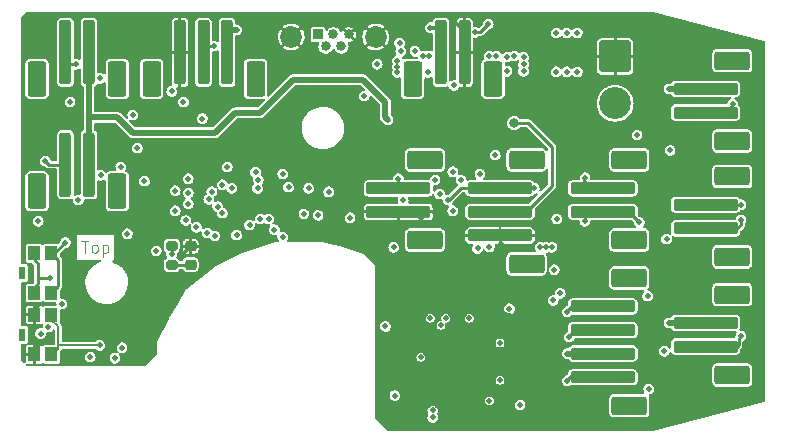
<source format=gbr>
%TF.GenerationSoftware,KiCad,Pcbnew,(6.0.9)*%
%TF.CreationDate,2022-12-25T13:15:50+01:00*%
%TF.ProjectId,votoco,766f746f-636f-42e6-9b69-6361645f7063,rev?*%
%TF.SameCoordinates,Original*%
%TF.FileFunction,Copper,L1,Top*%
%TF.FilePolarity,Positive*%
%FSLAX46Y46*%
G04 Gerber Fmt 4.6, Leading zero omitted, Abs format (unit mm)*
G04 Created by KiCad (PCBNEW (6.0.9)) date 2022-12-25 13:15:50*
%MOMM*%
%LPD*%
G01*
G04 APERTURE LIST*
G04 Aperture macros list*
%AMRoundRect*
0 Rectangle with rounded corners*
0 $1 Rounding radius*
0 $2 $3 $4 $5 $6 $7 $8 $9 X,Y pos of 4 corners*
0 Add a 4 corners polygon primitive as box body*
4,1,4,$2,$3,$4,$5,$6,$7,$8,$9,$2,$3,0*
0 Add four circle primitives for the rounded corners*
1,1,$1+$1,$2,$3*
1,1,$1+$1,$4,$5*
1,1,$1+$1,$6,$7*
1,1,$1+$1,$8,$9*
0 Add four rect primitives between the rounded corners*
20,1,$1+$1,$2,$3,$4,$5,0*
20,1,$1+$1,$4,$5,$6,$7,0*
20,1,$1+$1,$6,$7,$8,$9,0*
20,1,$1+$1,$8,$9,$2,$3,0*%
G04 Aperture macros list end*
%ADD10C,0.100000*%
%TA.AperFunction,NonConductor*%
%ADD11C,0.100000*%
%TD*%
%TA.AperFunction,SMDPad,CuDef*%
%ADD12RoundRect,0.250000X-2.500000X0.250000X-2.500000X-0.250000X2.500000X-0.250000X2.500000X0.250000X0*%
%TD*%
%TA.AperFunction,SMDPad,CuDef*%
%ADD13RoundRect,0.250000X-1.250000X0.550000X-1.250000X-0.550000X1.250000X-0.550000X1.250000X0.550000X0*%
%TD*%
%TA.AperFunction,ComponentPad*%
%ADD14R,0.840000X0.840000*%
%TD*%
%TA.AperFunction,ComponentPad*%
%ADD15C,0.840000*%
%TD*%
%TA.AperFunction,ComponentPad*%
%ADD16C,1.850000*%
%TD*%
%TA.AperFunction,SMDPad,CuDef*%
%ADD17RoundRect,0.200000X-0.275000X0.200000X-0.275000X-0.200000X0.275000X-0.200000X0.275000X0.200000X0*%
%TD*%
%TA.AperFunction,SMDPad,CuDef*%
%ADD18R,1.050000X1.150000*%
%TD*%
%TA.AperFunction,SMDPad,CuDef*%
%ADD19R,0.600000X1.100000*%
%TD*%
%TA.AperFunction,SMDPad,CuDef*%
%ADD20RoundRect,0.250000X0.250000X2.500000X-0.250000X2.500000X-0.250000X-2.500000X0.250000X-2.500000X0*%
%TD*%
%TA.AperFunction,SMDPad,CuDef*%
%ADD21RoundRect,0.250000X0.550000X1.250000X-0.550000X1.250000X-0.550000X-1.250000X0.550000X-1.250000X0*%
%TD*%
%TA.AperFunction,ComponentPad*%
%ADD22RoundRect,0.250001X-1.099999X1.099999X-1.099999X-1.099999X1.099999X-1.099999X1.099999X1.099999X0*%
%TD*%
%TA.AperFunction,ComponentPad*%
%ADD23C,2.700000*%
%TD*%
%TA.AperFunction,SMDPad,CuDef*%
%ADD24RoundRect,0.218750X-0.256250X0.218750X-0.256250X-0.218750X0.256250X-0.218750X0.256250X0.218750X0*%
%TD*%
%TA.AperFunction,ComponentPad*%
%ADD25C,0.500000*%
%TD*%
%TA.AperFunction,ViaPad*%
%ADD26C,0.500000*%
%TD*%
%TA.AperFunction,ViaPad*%
%ADD27C,0.800000*%
%TD*%
%TA.AperFunction,Conductor*%
%ADD28C,0.250000*%
%TD*%
%TA.AperFunction,Conductor*%
%ADD29C,0.300000*%
%TD*%
%TA.AperFunction,Conductor*%
%ADD30C,0.500000*%
%TD*%
%TA.AperFunction,Conductor*%
%ADD31C,0.150000*%
%TD*%
G04 APERTURE END LIST*
D10*
D11*
X105659523Y-83452380D02*
X106230952Y-83452380D01*
X105945238Y-84452380D02*
X105945238Y-83452380D01*
X106707142Y-84452380D02*
X106611904Y-84404761D01*
X106564285Y-84357142D01*
X106516666Y-84261904D01*
X106516666Y-83976190D01*
X106564285Y-83880952D01*
X106611904Y-83833333D01*
X106707142Y-83785714D01*
X106850000Y-83785714D01*
X106945238Y-83833333D01*
X106992857Y-83880952D01*
X107040476Y-83976190D01*
X107040476Y-84261904D01*
X106992857Y-84357142D01*
X106945238Y-84404761D01*
X106850000Y-84452380D01*
X106707142Y-84452380D01*
X107469047Y-83785714D02*
X107469047Y-84785714D01*
X107469047Y-83833333D02*
X107564285Y-83785714D01*
X107754761Y-83785714D01*
X107850000Y-83833333D01*
X107897619Y-83880952D01*
X107945238Y-83976190D01*
X107945238Y-84261904D01*
X107897619Y-84357142D01*
X107850000Y-84404761D01*
X107754761Y-84452380D01*
X107564285Y-84452380D01*
X107469047Y-84404761D01*
D12*
%TO.P,J2,1,Pin_1*%
%TO.N,OA2*%
X149800000Y-89000000D03*
%TO.P,J2,2,Pin_2*%
%TO.N,OA1*%
X149800000Y-91000000D03*
%TO.P,J2,3,Pin_3*%
%TO.N,OB1*%
X149800000Y-93000000D03*
%TO.P,J2,4,Pin_4*%
%TO.N,OB2*%
X149800000Y-95000000D03*
D13*
%TO.P,J2,MP*%
%TO.N,N/C*%
X152050000Y-97400000D03*
X152050000Y-86600000D03*
%TD*%
D14*
%TO.P,J9,1,VBUS*%
%TO.N,Net-(D10-Pad2)*%
X125700000Y-65980000D03*
D15*
%TO.P,J9,2,D-*%
%TO.N,USBN*%
X126350000Y-66980000D03*
%TO.P,J9,3,D+*%
%TO.N,USBP{slash}CANTX*%
X127000000Y-65980000D03*
%TO.P,J9,4,ID*%
%TO.N,unconnected-(J9-Pad4)*%
X127650000Y-66980000D03*
%TO.P,J9,5,GND*%
%TO.N,GND*%
X128300000Y-65980000D03*
D16*
%TO.P,J9,6,Shield*%
X123425000Y-66200000D03*
X130575000Y-66200000D03*
%TD*%
D17*
%TO.P,R15,1*%
%TO.N,+3V3*%
X113300000Y-83862500D03*
%TO.P,R15,2*%
%TO.N,Net-(D11-Pad2)*%
X113300000Y-85512500D03*
%TD*%
D12*
%TO.P,J1,1,Pin_1*%
%TO.N,Net-(J1-Pad1)*%
X149800000Y-79000000D03*
%TO.P,J1,2,Pin_2*%
%TO.N,Net-(J1-Pad2)*%
X149800000Y-81000000D03*
D13*
%TO.P,J1,MP*%
%TO.N,N/C*%
X152050000Y-76600000D03*
X152050000Y-83400000D03*
%TD*%
D18*
%TO.P,SW1,1,1*%
%TO.N,GND*%
X101675000Y-89725000D03*
X101675000Y-93075000D03*
%TO.P,SW1,2,2*%
%TO.N,NRESET*%
X103125000Y-93075000D03*
X103125000Y-89725000D03*
D19*
%TO.P,SW1,SH*%
%TO.N,N/C*%
X100650000Y-91400000D03*
%TD*%
D13*
%TO.P,J13,MP*%
%TO.N,N/C*%
X160750000Y-78000000D03*
X160750000Y-84800000D03*
D12*
%TO.P,J13,2,Pin_2*%
%TO.N,Net-(DA1-Pad6)*%
X158500000Y-82400000D03*
%TO.P,J13,1,Pin_1*%
%TO.N,+24V*%
X158500000Y-80400000D03*
%TD*%
%TO.P,J12,1,Pin_1*%
%TO.N,+24V*%
X158500000Y-70587500D03*
%TO.P,J12,2,Pin_2*%
%TO.N,Net-(DA1-Pad3)*%
X158500000Y-72587500D03*
D13*
%TO.P,J12,MP*%
%TO.N,N/C*%
X160750000Y-68187500D03*
X160750000Y-74987500D03*
%TD*%
D20*
%TO.P,J6,1,Pin_1*%
%TO.N,+5V*%
X106300000Y-67500000D03*
%TO.P,J6,2,Pin_2*%
%TO.N,Net-(D5-Pad1)*%
X104300000Y-67500000D03*
D21*
%TO.P,J6,MP*%
%TO.N,N/C*%
X108700000Y-69750000D03*
X101900000Y-69750000D03*
%TD*%
D12*
%TO.P,J8,1,Pin_1*%
%TO.N,BLOUT*%
X141100000Y-79000000D03*
%TO.P,J8,2,Pin_2*%
%TO.N,+5V*%
X141100000Y-81000000D03*
%TO.P,J8,3,Pin_3*%
%TO.N,GND*%
X141100000Y-83000000D03*
D13*
%TO.P,J8,MP*%
%TO.N,N/C*%
X143350000Y-76600000D03*
X143350000Y-85400000D03*
%TD*%
D12*
%TO.P,J11,1,Pin_1*%
%TO.N,AIN0*%
X132500000Y-79000000D03*
%TO.P,J11,2,Pin_2*%
%TO.N,GND*%
X132500000Y-81000000D03*
D13*
%TO.P,J11,MP*%
%TO.N,N/C*%
X134750000Y-83400000D03*
X134750000Y-76600000D03*
%TD*%
D22*
%TO.P,J7,1,Pin_1*%
%TO.N,GND*%
X150850000Y-67842500D03*
D23*
%TO.P,J7,2,Pin_2*%
%TO.N,Net-(D8-Pad2)*%
X150850000Y-71802500D03*
%TD*%
D20*
%TO.P,J10,1,Pin_1*%
%TO.N,GND*%
X138100000Y-67500000D03*
%TO.P,J10,2,Pin_2*%
%TO.N,+3V3*%
X136100000Y-67500000D03*
D21*
%TO.P,J10,MP*%
%TO.N,N/C*%
X133700000Y-69750000D03*
X140500000Y-69750000D03*
%TD*%
D12*
%TO.P,J14,1,Pin_1*%
%TO.N,+24V*%
X158500000Y-90400000D03*
%TO.P,J14,2,Pin_2*%
%TO.N,Net-(DA1-Pad4)*%
X158500000Y-92400000D03*
D13*
%TO.P,J14,MP*%
%TO.N,N/C*%
X160750000Y-88000000D03*
X160750000Y-94800000D03*
%TD*%
D20*
%TO.P,J5,1,Pin_1*%
%TO.N,+5V*%
X106300000Y-77000000D03*
%TO.P,J5,2,Pin_2*%
%TO.N,Net-(D3-Pad1)*%
X104300000Y-77000000D03*
D21*
%TO.P,J5,MP*%
%TO.N,N/C*%
X108700000Y-79250000D03*
X101900000Y-79250000D03*
%TD*%
D20*
%TO.P,J4,1,Pin_1*%
%TO.N,+24V*%
X118000000Y-67500000D03*
%TO.P,J4,2,Pin_2*%
%TO.N,Net-(D1-Pad1)*%
X116000000Y-67500000D03*
%TO.P,J4,3,Pin_3*%
%TO.N,GND*%
X114000000Y-67500000D03*
D21*
%TO.P,J4,MP*%
%TO.N,N/C*%
X111600000Y-69750000D03*
X120400000Y-69750000D03*
%TD*%
D24*
%TO.P,D11,1,K*%
%TO.N,GND*%
X114900000Y-83900000D03*
%TO.P,D11,2,A*%
%TO.N,Net-(D11-Pad2)*%
X114900000Y-85475000D03*
%TD*%
D18*
%TO.P,SW2,1,1*%
%TO.N,+3V3*%
X101675000Y-87875000D03*
X101675000Y-84525000D03*
%TO.P,SW2,2,2*%
%TO.N,Net-(R3-Pad1)*%
X103125000Y-87875000D03*
X103125000Y-84525000D03*
D19*
%TO.P,SW2,SH*%
%TO.N,N/C*%
X100650000Y-86200000D03*
%TD*%
D25*
%TO.P,U2,29,EPAD*%
%TO.N,GND*%
X137340000Y-92370000D03*
X139290000Y-93020000D03*
X137990000Y-93670000D03*
X136690000Y-94320000D03*
X139290000Y-94320000D03*
X138640000Y-94970000D03*
X137990000Y-92370000D03*
X139290000Y-92370000D03*
X137340000Y-93020000D03*
X137990000Y-94970000D03*
X138640000Y-93020000D03*
X138640000Y-94320000D03*
X137990000Y-94370000D03*
X137340000Y-94320000D03*
X137340000Y-93653331D03*
X136690000Y-92370000D03*
X138640000Y-93670000D03*
X136690000Y-93670000D03*
X139290000Y-93670000D03*
X136690000Y-92970000D03*
X138640000Y-92370000D03*
X137990000Y-93020000D03*
X137340000Y-94970000D03*
X136690000Y-94970000D03*
X139290000Y-94970000D03*
%TD*%
D26*
%TO.N,BLOUT*%
X117200000Y-80550000D03*
%TO.N,SWDIO{slash}DI2*%
X109550000Y-82850000D03*
%TO.N,GND*%
X128500000Y-78300000D03*
X144650000Y-91950000D03*
X103900000Y-81800000D03*
X140000000Y-87700000D03*
X147900000Y-86150000D03*
X147850000Y-84150000D03*
X135600000Y-80600000D03*
X133100000Y-94250000D03*
X143300000Y-91950000D03*
X114200000Y-84587500D03*
X101400000Y-86600000D03*
X134400000Y-81500000D03*
X132200000Y-70700000D03*
X137200000Y-65000000D03*
X141900000Y-70700000D03*
X145950000Y-79600000D03*
X118300000Y-74800000D03*
X131600000Y-70700000D03*
X102100000Y-92200000D03*
X143500000Y-71100000D03*
X135400000Y-70700000D03*
X118500000Y-81100000D03*
X113200000Y-67500000D03*
X111700000Y-80800000D03*
X141150000Y-83700000D03*
X132200000Y-77000000D03*
X114800000Y-76300000D03*
X104800000Y-91700000D03*
X143300000Y-94750000D03*
X143000000Y-70100000D03*
X122200000Y-78800000D03*
X143100000Y-65200000D03*
X133400000Y-91200000D03*
X135600000Y-81100000D03*
X110750000Y-92600000D03*
X107800000Y-71900000D03*
X102400000Y-88800000D03*
X143000000Y-71600000D03*
X144400000Y-97400000D03*
X132200000Y-92900000D03*
X143500000Y-71600000D03*
X134900000Y-70800000D03*
X143500000Y-70100000D03*
X107800000Y-74400000D03*
X159900000Y-83400000D03*
X143500000Y-89200000D03*
X132200000Y-70100000D03*
X149400000Y-85150000D03*
X148600000Y-96100000D03*
X119600000Y-82900000D03*
X117400000Y-71300000D03*
X159600000Y-93400000D03*
X144650000Y-94750000D03*
X151400000Y-74500000D03*
X143000000Y-71100000D03*
X159800000Y-71500000D03*
X149450000Y-83200000D03*
X143500000Y-70600000D03*
X117600000Y-79650000D03*
X158800000Y-75800000D03*
X142500000Y-70700000D03*
X143000000Y-70600000D03*
%TO.N,+3V3*%
X135600000Y-78300000D03*
X102000000Y-81800000D03*
X135200000Y-65400000D03*
X111000000Y-78400000D03*
X107300000Y-77900000D03*
X113300000Y-84587500D03*
X103000000Y-86600000D03*
X145900000Y-81600000D03*
X137800000Y-78300000D03*
X152700000Y-74500000D03*
X130700000Y-68500000D03*
X131400000Y-90700000D03*
X132200000Y-96550000D03*
X114300000Y-71700000D03*
X104000000Y-88800000D03*
X128400000Y-81500000D03*
X110400000Y-75600000D03*
X136100000Y-90600000D03*
X139400000Y-77800000D03*
X106400000Y-93300000D03*
X140700000Y-76200000D03*
X104700000Y-71700000D03*
X153700000Y-96000000D03*
%TO.N,+24V*%
X143100000Y-67900000D03*
X141700000Y-67900000D03*
X143100000Y-69100000D03*
X141700000Y-69100000D03*
X155400000Y-90400000D03*
X132400000Y-68700000D03*
X144500000Y-84000000D03*
X143100000Y-68500000D03*
X145500000Y-84000000D03*
X132400000Y-68200000D03*
X147650000Y-69142500D03*
X142800000Y-97350000D03*
X132400000Y-69200000D03*
X145850000Y-69142500D03*
X135100000Y-67800000D03*
X146750000Y-69142500D03*
X135400000Y-97800000D03*
X141100000Y-95250000D03*
X146750000Y-65842500D03*
X118800000Y-65600000D03*
X135400000Y-98400000D03*
X141900000Y-89200000D03*
X141100000Y-92100000D03*
X155400000Y-70600000D03*
X147650000Y-65842500D03*
X161500000Y-80400000D03*
X135000000Y-69200000D03*
X145700000Y-85900000D03*
X145850000Y-65842500D03*
X142300000Y-67800000D03*
X140800000Y-67800000D03*
X134600000Y-67800000D03*
X140200000Y-67800000D03*
X145000000Y-84000000D03*
%TO.N,AIN0*%
X132500000Y-78200000D03*
X126600000Y-79300000D03*
X118400000Y-79000000D03*
%TO.N,BLOUT*%
X136700000Y-80000000D03*
X144000000Y-79000000D03*
%TO.N,DI0*%
X115900000Y-73100000D03*
X120629623Y-78285239D03*
%TO.N,DI1*%
X105400000Y-80000000D03*
X118800000Y-82959551D03*
%TO.N,+5V*%
X131600000Y-73200000D03*
D27*
X142300000Y-73500000D03*
D26*
%TO.N,OB2*%
X146800000Y-95300000D03*
%TO.N,OB1*%
X146800000Y-93000000D03*
%TO.N,OA1*%
X146950000Y-91600000D03*
%TO.N,OA2*%
X146800000Y-89450000D03*
%TO.N,SWDIO{slash}DI2*%
X115400000Y-82300000D03*
X140200000Y-83949500D03*
X129600000Y-71200000D03*
X113300000Y-70800000D03*
X107249500Y-69700000D03*
X153600000Y-88100000D03*
%TO.N,USBN*%
X116960678Y-83029801D03*
%TO.N,Net-(D1-Pad1)*%
X116850000Y-66950000D03*
%TO.N,Net-(J1-Pad1)*%
X148300000Y-78100000D03*
%TO.N,NRESET*%
X117600000Y-78700000D03*
X137100000Y-77600000D03*
X107200000Y-92300000D03*
X145600000Y-88500000D03*
X139200000Y-84100000D03*
%TO.N,SPI_CS*%
X108500000Y-93400000D03*
X122700000Y-83100000D03*
%TO.N,Net-(J1-Pad2)*%
X152900000Y-81900000D03*
X148300000Y-81800000D03*
%TO.N,DO2*%
X114700000Y-78200000D03*
X155000000Y-92800000D03*
%TO.N,DO0*%
X116450000Y-79950000D03*
X122700000Y-77800000D03*
%TO.N,DO1*%
X114700000Y-79400000D03*
X124900000Y-79000000D03*
X155200000Y-83300000D03*
X123200000Y-78900000D03*
X125700000Y-81300000D03*
%TO.N,Net-(DA1-Pad3)*%
X160800000Y-71900000D03*
%TO.N,UARTTX*%
X116700000Y-79300000D03*
X135200000Y-90000000D03*
X132900000Y-80000000D03*
%TO.N,SPI_CLK*%
X122000000Y-82500000D03*
X102862499Y-90749502D03*
%TO.N,ENN*%
X140200000Y-97000000D03*
X132100000Y-84000000D03*
X114700000Y-80300000D03*
%TO.N,SWCLK*%
X114500000Y-81725500D03*
X146200000Y-87900000D03*
%TO.N,SPI_RX*%
X121500000Y-81600000D03*
X109100000Y-92500000D03*
X102200000Y-91300000D03*
%TO.N,SPI_TX*%
X112000000Y-84300000D03*
X120800000Y-81600000D03*
%TO.N,USBP{slash}CANTX*%
X116300000Y-82800000D03*
X124497819Y-81169201D03*
%TO.N,Net-(C10-Pad1)*%
X113600000Y-80900000D03*
X113600000Y-79200000D03*
X117600000Y-81100000D03*
X118000000Y-77200000D03*
%TO.N,Net-(C21-Pad1)*%
X132600000Y-66700000D03*
X137200000Y-70300000D03*
X133900000Y-67400000D03*
X132700000Y-67400000D03*
%TO.N,DIAG*%
X120575639Y-79013719D03*
X134400000Y-93300000D03*
X136000000Y-79500000D03*
%TO.N,Net-(D3-Pad1)*%
X102600000Y-76700000D03*
%TO.N,STEP*%
X136500000Y-90000000D03*
X137100000Y-80900000D03*
X120400000Y-77624500D03*
%TO.N,DIR*%
X138500000Y-90000000D03*
X119900000Y-82100000D03*
%TO.N,Net-(D5-Pad1)*%
X105200000Y-68500000D03*
%TO.N,Net-(R3-Pad1)*%
X109000000Y-77200000D03*
X104300000Y-83600000D03*
%TO.N,Net-(U1-Pad4)*%
X110000000Y-72800000D03*
X155500000Y-75800000D03*
%TO.N,Net-(R14-Pad2)*%
X139000000Y-65800000D03*
X140100000Y-65100000D03*
%TO.N,Net-(DA1-Pad6)*%
X161500000Y-81700000D03*
%TO.N,Net-(DA1-Pad4)*%
X161500000Y-91500000D03*
%TD*%
D28*
%TO.N,+3V3*%
X101675000Y-87875000D02*
X101675000Y-87425000D01*
%TO.N,GND*%
X101675000Y-92625000D02*
X102100000Y-92200000D01*
X141100000Y-83000000D02*
X141100000Y-83650000D01*
X114900000Y-83900000D02*
X114887500Y-83900000D01*
D29*
X137400000Y-65000000D02*
X138100000Y-65700000D01*
X137200000Y-65000000D02*
X137400000Y-65000000D01*
D28*
X101675000Y-89725000D02*
X101675000Y-89225000D01*
X113200000Y-67500000D02*
X114000000Y-67500000D01*
X101675000Y-93075000D02*
X101675000Y-92625000D01*
X114887500Y-83900000D02*
X114200000Y-84587500D01*
X101675000Y-89225000D02*
X102100000Y-88800000D01*
X141100000Y-83650000D02*
X141150000Y-83700000D01*
X102100000Y-88800000D02*
X102400000Y-88800000D01*
D29*
X138100000Y-65700000D02*
X138100000Y-67500000D01*
D28*
%TO.N,+3V3*%
X102000000Y-87100000D02*
X102000000Y-86500000D01*
D29*
X136100000Y-67500000D02*
X136100000Y-65600000D01*
D28*
X102000000Y-85400000D02*
X101700000Y-85100000D01*
X102000000Y-86500000D02*
X102000000Y-85400000D01*
X102100000Y-86600000D02*
X102000000Y-86500000D01*
X103000000Y-86600000D02*
X102100000Y-86600000D01*
X113300000Y-83862500D02*
X113300000Y-84587500D01*
X101675000Y-87425000D02*
X102000000Y-87100000D01*
X101675000Y-84525000D02*
X101700000Y-84550000D01*
X101700000Y-84550000D02*
X101700000Y-85100000D01*
D29*
X135900000Y-65400000D02*
X135200000Y-65400000D01*
X136100000Y-65600000D02*
X135900000Y-65400000D01*
D30*
%TO.N,+24V*%
X158487500Y-70600000D02*
X158500000Y-70587500D01*
X118000000Y-65900000D02*
X118300000Y-65600000D01*
X118300000Y-65600000D02*
X118800000Y-65600000D01*
D28*
X158500000Y-80400000D02*
X161500000Y-80400000D01*
D30*
X155400000Y-70600000D02*
X158487500Y-70600000D01*
X158300000Y-90400000D02*
X156700000Y-90400000D01*
X156700000Y-90400000D02*
X156600000Y-90300000D01*
X118000000Y-67500000D02*
X118000000Y-65900000D01*
X155400000Y-90400000D02*
X158500000Y-90400000D01*
D28*
%TO.N,AIN0*%
X132500000Y-78200000D02*
X132500000Y-79000000D01*
%TO.N,BLOUT*%
X136800000Y-80000000D02*
X137800000Y-79000000D01*
X136700000Y-80000000D02*
X136800000Y-80000000D01*
X141100000Y-79000000D02*
X137800000Y-79000000D01*
X144000000Y-79000000D02*
X141100000Y-79000000D01*
D30*
%TO.N,+5V*%
X108700000Y-73000000D02*
X106300000Y-73000000D01*
D28*
X145500000Y-75500000D02*
X143500000Y-73500000D01*
D30*
X120800000Y-72600000D02*
X118700000Y-72600000D01*
X131600000Y-73200000D02*
X131400000Y-73000000D01*
X106300000Y-73000000D02*
X106300000Y-67500000D01*
D28*
X143300000Y-81000000D02*
X145500000Y-78800000D01*
D30*
X123600000Y-69800000D02*
X120800000Y-72600000D01*
X106300000Y-77000000D02*
X106300000Y-73000000D01*
X129500000Y-69800000D02*
X123600000Y-69800000D01*
D28*
X143500000Y-73500000D02*
X142300000Y-73500000D01*
D30*
X118700000Y-72600000D02*
X117000000Y-74300000D01*
D28*
X141100000Y-81000000D02*
X143300000Y-81000000D01*
D30*
X110000000Y-74300000D02*
X108700000Y-73000000D01*
X117000000Y-74300000D02*
X110000000Y-74300000D01*
X131400000Y-71700000D02*
X129500000Y-69800000D01*
X131400000Y-73000000D02*
X131400000Y-71700000D01*
D28*
X145500000Y-78800000D02*
X145500000Y-75500000D01*
D29*
%TO.N,OB2*%
X147100000Y-95000000D02*
X146800000Y-95300000D01*
X149800000Y-95000000D02*
X147100000Y-95000000D01*
D30*
%TO.N,OB1*%
X149800000Y-93000000D02*
X146800000Y-93000000D01*
D29*
%TO.N,OA1*%
X149800000Y-91000000D02*
X147550000Y-91000000D01*
X147550000Y-91000000D02*
X146950000Y-91600000D01*
%TO.N,OA2*%
X149800000Y-89000000D02*
X147250000Y-89000000D01*
X147250000Y-89000000D02*
X146800000Y-89450000D01*
D28*
%TO.N,Net-(D1-Pad1)*%
X116000000Y-67000000D02*
X116050000Y-66950000D01*
X116000000Y-67500000D02*
X116000000Y-67000000D01*
X116050000Y-66950000D02*
X116850000Y-66950000D01*
%TO.N,Net-(J1-Pad1)*%
X148200000Y-78400000D02*
X148800000Y-79000000D01*
X148800000Y-79000000D02*
X149800000Y-79000000D01*
X148300000Y-78100000D02*
X148200000Y-78200000D01*
X148200000Y-78200000D02*
X148200000Y-78400000D01*
D31*
%TO.N,NRESET*%
X103700000Y-92600000D02*
X103225000Y-93075000D01*
X103700000Y-90700000D02*
X103700000Y-92300000D01*
X103125000Y-89725000D02*
X103125000Y-90125000D01*
X107200000Y-92300000D02*
X103700000Y-92300000D01*
X103700000Y-92300000D02*
X103700000Y-92600000D01*
X103125000Y-90125000D02*
X103700000Y-90700000D01*
X103225000Y-93075000D02*
X103125000Y-93075000D01*
D28*
%TO.N,Net-(J1-Pad2)*%
X152000000Y-81000000D02*
X149800000Y-81000000D01*
X148300000Y-81000000D02*
X148300000Y-81800000D01*
X149800000Y-81000000D02*
X148300000Y-81000000D01*
X152900000Y-81900000D02*
X152000000Y-81000000D01*
%TO.N,Net-(DA1-Pad3)*%
X160800000Y-71900000D02*
X160112500Y-72587500D01*
X160112500Y-72587500D02*
X158500000Y-72587500D01*
%TO.N,Net-(D3-Pad1)*%
X102900000Y-77000000D02*
X102600000Y-76700000D01*
X104300000Y-77000000D02*
X102900000Y-77000000D01*
%TO.N,Net-(D5-Pad1)*%
X104300000Y-67500000D02*
X104300000Y-68100000D01*
X104300000Y-67500000D02*
X104300000Y-68400000D01*
X104700000Y-68500000D02*
X105200000Y-68500000D01*
X104300000Y-68400000D02*
X104500000Y-68600000D01*
X104300000Y-68100000D02*
X104700000Y-68500000D01*
%TO.N,Net-(D11-Pad2)*%
X114900000Y-85475000D02*
X113337500Y-85475000D01*
X113337500Y-85475000D02*
X113300000Y-85512500D01*
%TO.N,Net-(R3-Pad1)*%
X103700000Y-87300000D02*
X103700000Y-85100000D01*
X103375000Y-84525000D02*
X104300000Y-83600000D01*
X103700000Y-85100000D02*
X103125000Y-84525000D01*
X103125000Y-84525000D02*
X103375000Y-84525000D01*
X103125000Y-87875000D02*
X103700000Y-87300000D01*
%TO.N,Net-(R14-Pad2)*%
X139400000Y-65800000D02*
X140100000Y-65100000D01*
X139400000Y-65800000D02*
X139000000Y-65800000D01*
%TO.N,Net-(DA1-Pad6)*%
X161500000Y-82100000D02*
X161200000Y-82400000D01*
X161500000Y-81700000D02*
X161500000Y-82100000D01*
X161200000Y-82400000D02*
X158500000Y-82400000D01*
%TO.N,Net-(DA1-Pad4)*%
X161500000Y-91500000D02*
X161300000Y-91700000D01*
X161300000Y-91700000D02*
X161300000Y-92300000D01*
X161200000Y-92400000D02*
X158500000Y-92400000D01*
X161300000Y-92300000D02*
X161200000Y-92400000D01*
%TD*%
%TA.AperFunction,Conductor*%
%TO.N,GND*%
G36*
X141679511Y-89503477D02*
G01*
X141729489Y-89528942D01*
X141778892Y-89554114D01*
X141778894Y-89554115D01*
X141784082Y-89556758D01*
X141900000Y-89575118D01*
X142000000Y-89559279D01*
X142000000Y-97600000D01*
X135713917Y-97600000D01*
X135703477Y-97579511D01*
X135620489Y-97496523D01*
X135570511Y-97471058D01*
X135521108Y-97445886D01*
X135521106Y-97445885D01*
X135515918Y-97443242D01*
X135400000Y-97424882D01*
X135284082Y-97443242D01*
X135278894Y-97445885D01*
X135278892Y-97445886D01*
X135229489Y-97471058D01*
X135179511Y-97496523D01*
X135096523Y-97579511D01*
X135086083Y-97600000D01*
X133700000Y-97600000D01*
X133700000Y-97000000D01*
X139824882Y-97000000D01*
X139843242Y-97115918D01*
X139896523Y-97220489D01*
X139979511Y-97303477D01*
X140029489Y-97328942D01*
X140078892Y-97354114D01*
X140078894Y-97354115D01*
X140084082Y-97356758D01*
X140200000Y-97375118D01*
X140315918Y-97356758D01*
X140321106Y-97354115D01*
X140321108Y-97354114D01*
X140370511Y-97328942D01*
X140420489Y-97303477D01*
X140503477Y-97220489D01*
X140556758Y-97115918D01*
X140575118Y-97000000D01*
X140556758Y-96884082D01*
X140503477Y-96779511D01*
X140420489Y-96696523D01*
X140370511Y-96671058D01*
X140321108Y-96645886D01*
X140321106Y-96645885D01*
X140315918Y-96643242D01*
X140200000Y-96624882D01*
X140084082Y-96643242D01*
X140078894Y-96645885D01*
X140078892Y-96645886D01*
X140029489Y-96671058D01*
X139979511Y-96696523D01*
X139896523Y-96779511D01*
X139843242Y-96884082D01*
X139824882Y-97000000D01*
X133700000Y-97000000D01*
X133700000Y-95250000D01*
X140724882Y-95250000D01*
X140743242Y-95365918D01*
X140796523Y-95470489D01*
X140879511Y-95553477D01*
X140929489Y-95578942D01*
X140978892Y-95604114D01*
X140978894Y-95604115D01*
X140984082Y-95606758D01*
X141100000Y-95625118D01*
X141215918Y-95606758D01*
X141221106Y-95604115D01*
X141221108Y-95604114D01*
X141270511Y-95578942D01*
X141320489Y-95553477D01*
X141403477Y-95470489D01*
X141456758Y-95365918D01*
X141475118Y-95250000D01*
X141456758Y-95134082D01*
X141403477Y-95029511D01*
X141320489Y-94946523D01*
X141270511Y-94921058D01*
X141221108Y-94895886D01*
X141221106Y-94895885D01*
X141215918Y-94893242D01*
X141100000Y-94874882D01*
X140984082Y-94893242D01*
X140978894Y-94895885D01*
X140978892Y-94895886D01*
X140929489Y-94921058D01*
X140879511Y-94946523D01*
X140796523Y-95029511D01*
X140743242Y-95134082D01*
X140724882Y-95250000D01*
X133700000Y-95250000D01*
X133700000Y-93300000D01*
X134024882Y-93300000D01*
X134043242Y-93415918D01*
X134096523Y-93520489D01*
X134179511Y-93603477D01*
X134229489Y-93628942D01*
X134278892Y-93654114D01*
X134278894Y-93654115D01*
X134284082Y-93656758D01*
X134400000Y-93675118D01*
X134515918Y-93656758D01*
X134521106Y-93654115D01*
X134521108Y-93654114D01*
X134570511Y-93628942D01*
X134620489Y-93603477D01*
X134703477Y-93520489D01*
X134756758Y-93415918D01*
X134775118Y-93300000D01*
X134756758Y-93184082D01*
X134703477Y-93079511D01*
X134620489Y-92996523D01*
X134570511Y-92971058D01*
X134521108Y-92945886D01*
X134521106Y-92945885D01*
X134515918Y-92943242D01*
X134400000Y-92924882D01*
X134284082Y-92943242D01*
X134278894Y-92945885D01*
X134278892Y-92945886D01*
X134229489Y-92971058D01*
X134179511Y-92996523D01*
X134096523Y-93079511D01*
X134043242Y-93184082D01*
X134024882Y-93300000D01*
X133700000Y-93300000D01*
X133700000Y-92100000D01*
X140724882Y-92100000D01*
X140743242Y-92215918D01*
X140796523Y-92320489D01*
X140879511Y-92403477D01*
X140929489Y-92428942D01*
X140978892Y-92454114D01*
X140978894Y-92454115D01*
X140984082Y-92456758D01*
X141100000Y-92475118D01*
X141215918Y-92456758D01*
X141221106Y-92454115D01*
X141221108Y-92454114D01*
X141270511Y-92428942D01*
X141320489Y-92403477D01*
X141403477Y-92320489D01*
X141456758Y-92215918D01*
X141475118Y-92100000D01*
X141456758Y-91984082D01*
X141403477Y-91879511D01*
X141320489Y-91796523D01*
X141270511Y-91771058D01*
X141221108Y-91745886D01*
X141221106Y-91745885D01*
X141215918Y-91743242D01*
X141100000Y-91724882D01*
X140984082Y-91743242D01*
X140978894Y-91745885D01*
X140978892Y-91745886D01*
X140929489Y-91771058D01*
X140879511Y-91796523D01*
X140796523Y-91879511D01*
X140743242Y-91984082D01*
X140724882Y-92100000D01*
X133700000Y-92100000D01*
X133700000Y-90600000D01*
X135724882Y-90600000D01*
X135743242Y-90715918D01*
X135796523Y-90820489D01*
X135879511Y-90903477D01*
X135929489Y-90928942D01*
X135978892Y-90954114D01*
X135978894Y-90954115D01*
X135984082Y-90956758D01*
X136100000Y-90975118D01*
X136215918Y-90956758D01*
X136221106Y-90954115D01*
X136221108Y-90954114D01*
X136270511Y-90928942D01*
X136320489Y-90903477D01*
X136403477Y-90820489D01*
X136456758Y-90715918D01*
X136475118Y-90600000D01*
X136456758Y-90484082D01*
X136454113Y-90478892D01*
X136452314Y-90473353D01*
X136453931Y-90472828D01*
X136448685Y-90430100D01*
X136476255Y-90387648D01*
X136509212Y-90373659D01*
X136525247Y-90371119D01*
X136615918Y-90356758D01*
X136621106Y-90354115D01*
X136621108Y-90354114D01*
X136670511Y-90328942D01*
X136720489Y-90303477D01*
X136803477Y-90220489D01*
X136851024Y-90127172D01*
X136854114Y-90121108D01*
X136854115Y-90121106D01*
X136856758Y-90115918D01*
X136875118Y-90000000D01*
X138124882Y-90000000D01*
X138143242Y-90115918D01*
X138145885Y-90121106D01*
X138145886Y-90121108D01*
X138148976Y-90127172D01*
X138196523Y-90220489D01*
X138279511Y-90303477D01*
X138329489Y-90328942D01*
X138378892Y-90354114D01*
X138378894Y-90354115D01*
X138384082Y-90356758D01*
X138500000Y-90375118D01*
X138615918Y-90356758D01*
X138621106Y-90354115D01*
X138621108Y-90354114D01*
X138670511Y-90328942D01*
X138720489Y-90303477D01*
X138803477Y-90220489D01*
X138851024Y-90127172D01*
X138854114Y-90121108D01*
X138854115Y-90121106D01*
X138856758Y-90115918D01*
X138875118Y-90000000D01*
X138856758Y-89884082D01*
X138803477Y-89779511D01*
X138720489Y-89696523D01*
X138670511Y-89671058D01*
X138621108Y-89645886D01*
X138621106Y-89645885D01*
X138615918Y-89643242D01*
X138500000Y-89624882D01*
X138384082Y-89643242D01*
X138378894Y-89645885D01*
X138378892Y-89645886D01*
X138329489Y-89671058D01*
X138279511Y-89696523D01*
X138196523Y-89779511D01*
X138143242Y-89884082D01*
X138124882Y-90000000D01*
X136875118Y-90000000D01*
X136856758Y-89884082D01*
X136803477Y-89779511D01*
X136720489Y-89696523D01*
X136670511Y-89671058D01*
X136621108Y-89645886D01*
X136621106Y-89645885D01*
X136615918Y-89643242D01*
X136500000Y-89624882D01*
X136384082Y-89643242D01*
X136378894Y-89645885D01*
X136378892Y-89645886D01*
X136329489Y-89671058D01*
X136279511Y-89696523D01*
X136196523Y-89779511D01*
X136143242Y-89884082D01*
X136124882Y-90000000D01*
X136143242Y-90115918D01*
X136145887Y-90121108D01*
X136147686Y-90126647D01*
X136146069Y-90127172D01*
X136151315Y-90169900D01*
X136123745Y-90212352D01*
X136090788Y-90226341D01*
X135984082Y-90243242D01*
X135978894Y-90245885D01*
X135978892Y-90245886D01*
X135977236Y-90246730D01*
X135879511Y-90296523D01*
X135796523Y-90379511D01*
X135793881Y-90384697D01*
X135748709Y-90473353D01*
X135743242Y-90484082D01*
X135724882Y-90600000D01*
X133700000Y-90600000D01*
X133700000Y-90000000D01*
X134824882Y-90000000D01*
X134843242Y-90115918D01*
X134845885Y-90121106D01*
X134845886Y-90121108D01*
X134848976Y-90127172D01*
X134896523Y-90220489D01*
X134979511Y-90303477D01*
X135029489Y-90328942D01*
X135078892Y-90354114D01*
X135078894Y-90354115D01*
X135084082Y-90356758D01*
X135200000Y-90375118D01*
X135315918Y-90356758D01*
X135321106Y-90354115D01*
X135321108Y-90354114D01*
X135370511Y-90328942D01*
X135420489Y-90303477D01*
X135503477Y-90220489D01*
X135551024Y-90127172D01*
X135554114Y-90121108D01*
X135554115Y-90121106D01*
X135556758Y-90115918D01*
X135575118Y-90000000D01*
X135556758Y-89884082D01*
X135503477Y-89779511D01*
X135420489Y-89696523D01*
X135370511Y-89671058D01*
X135321108Y-89645886D01*
X135321106Y-89645885D01*
X135315918Y-89643242D01*
X135200000Y-89624882D01*
X135084082Y-89643242D01*
X135078894Y-89645885D01*
X135078892Y-89645886D01*
X135029489Y-89671058D01*
X134979511Y-89696523D01*
X134896523Y-89779511D01*
X134843242Y-89884082D01*
X134824882Y-90000000D01*
X133700000Y-90000000D01*
X133700000Y-89500000D01*
X141676034Y-89500000D01*
X141679511Y-89503477D01*
G37*
%TD.AperFunction*%
%TD*%
%TA.AperFunction,Conductor*%
%TO.N,GND*%
G36*
X154062388Y-64053260D02*
G01*
X163476195Y-66530578D01*
X163527658Y-66563672D01*
X163550000Y-66626318D01*
X163550000Y-96973682D01*
X163531093Y-97031873D01*
X163476195Y-97069422D01*
X154062388Y-99546740D01*
X154037193Y-99550000D01*
X131591008Y-99550000D01*
X131532817Y-99531093D01*
X131521004Y-99521004D01*
X130578996Y-98578996D01*
X130551219Y-98524479D01*
X130550000Y-98508992D01*
X130550000Y-97600000D01*
X133700000Y-97600000D01*
X134996178Y-97600000D01*
X134964754Y-97666932D01*
X134944901Y-97794440D01*
X134945816Y-97801437D01*
X134945816Y-97801438D01*
X134947082Y-97811120D01*
X134961633Y-97922394D01*
X134964471Y-97928845D01*
X134964472Y-97928847D01*
X134971458Y-97944724D01*
X135013605Y-98040510D01*
X135018140Y-98045906D01*
X135019281Y-98047738D01*
X135033980Y-98107132D01*
X135019451Y-98150054D01*
X135019596Y-98150122D01*
X134964754Y-98266932D01*
X134944901Y-98394440D01*
X134945816Y-98401437D01*
X134945816Y-98401438D01*
X134947082Y-98411120D01*
X134961633Y-98522394D01*
X134964471Y-98528845D01*
X134964472Y-98528847D01*
X134971458Y-98544724D01*
X135013605Y-98640510D01*
X135038663Y-98670320D01*
X135092100Y-98733892D01*
X135092103Y-98733894D01*
X135096639Y-98739291D01*
X135204060Y-98810796D01*
X135210788Y-98812898D01*
X135210790Y-98812899D01*
X135265647Y-98830037D01*
X135327233Y-98849278D01*
X135391744Y-98850461D01*
X135449202Y-98851514D01*
X135449204Y-98851514D01*
X135456255Y-98851643D01*
X135463058Y-98849788D01*
X135463060Y-98849788D01*
X135504828Y-98838400D01*
X135580755Y-98817700D01*
X135690724Y-98750179D01*
X135777322Y-98654507D01*
X135833588Y-98538375D01*
X135846063Y-98464223D01*
X135854363Y-98414891D01*
X135854363Y-98414886D01*
X135854997Y-98411120D01*
X135855133Y-98400000D01*
X135836839Y-98272259D01*
X135783428Y-98154788D01*
X135780994Y-98151963D01*
X135765954Y-98094229D01*
X135779105Y-98055371D01*
X135777322Y-98054507D01*
X135801873Y-98003834D01*
X150349500Y-98003834D01*
X150352481Y-98035369D01*
X150397366Y-98163184D01*
X150477850Y-98272150D01*
X150586816Y-98352634D01*
X150714631Y-98397519D01*
X150720638Y-98398087D01*
X150720639Y-98398087D01*
X150743855Y-98400282D01*
X150743865Y-98400282D01*
X150746166Y-98400500D01*
X153353834Y-98400500D01*
X153356135Y-98400282D01*
X153356145Y-98400282D01*
X153379361Y-98398087D01*
X153379362Y-98398087D01*
X153385369Y-98397519D01*
X153513184Y-98352634D01*
X153622150Y-98272150D01*
X153702634Y-98163184D01*
X153747519Y-98035369D01*
X153750500Y-98003834D01*
X153750500Y-96796166D01*
X153749966Y-96790510D01*
X153748087Y-96770639D01*
X153748087Y-96770638D01*
X153747519Y-96764631D01*
X153702634Y-96636816D01*
X153681775Y-96608575D01*
X153662412Y-96550535D01*
X153680862Y-96492197D01*
X153730079Y-96455846D01*
X153749175Y-96451517D01*
X153749201Y-96451514D01*
X153756255Y-96451643D01*
X153880755Y-96417700D01*
X153990724Y-96350179D01*
X154077322Y-96254507D01*
X154133588Y-96138375D01*
X154154997Y-96011120D01*
X154155133Y-96000000D01*
X154136839Y-95872259D01*
X154083428Y-95754788D01*
X154005210Y-95664011D01*
X154003798Y-95662372D01*
X154003797Y-95662371D01*
X153999193Y-95657028D01*
X153993276Y-95653193D01*
X153993274Y-95653191D01*
X153896824Y-95590677D01*
X153890906Y-95586841D01*
X153884150Y-95584821D01*
X153884149Y-95584820D01*
X153811804Y-95563184D01*
X153767273Y-95549866D01*
X153690644Y-95549398D01*
X153645282Y-95549121D01*
X153638231Y-95549078D01*
X153631454Y-95551015D01*
X153631453Y-95551015D01*
X153520935Y-95582601D01*
X153520933Y-95582602D01*
X153514155Y-95584539D01*
X153405019Y-95653399D01*
X153319596Y-95750122D01*
X153264754Y-95866932D01*
X153244901Y-95994440D01*
X153245816Y-96001437D01*
X153245816Y-96001438D01*
X153247082Y-96011120D01*
X153261633Y-96122394D01*
X153264471Y-96128845D01*
X153264472Y-96128847D01*
X153299601Y-96208684D01*
X153313605Y-96240510D01*
X153318141Y-96245906D01*
X153319560Y-96248186D01*
X153334258Y-96307579D01*
X153311237Y-96364269D01*
X153259292Y-96396601D01*
X153235511Y-96399500D01*
X150746166Y-96399500D01*
X150743865Y-96399718D01*
X150743855Y-96399718D01*
X150720639Y-96401913D01*
X150720638Y-96401913D01*
X150714631Y-96402481D01*
X150586816Y-96447366D01*
X150477850Y-96527850D01*
X150473450Y-96533807D01*
X150401762Y-96630864D01*
X150401761Y-96630865D01*
X150397366Y-96636816D01*
X150352481Y-96764631D01*
X150351913Y-96770638D01*
X150351913Y-96770639D01*
X150350035Y-96790510D01*
X150349500Y-96796166D01*
X150349500Y-98003834D01*
X135801873Y-98003834D01*
X135830512Y-97944724D01*
X135830512Y-97944723D01*
X135833588Y-97938375D01*
X135854997Y-97811120D01*
X135855133Y-97800000D01*
X135836839Y-97672259D01*
X135803985Y-97600000D01*
X142000000Y-97600000D01*
X142000000Y-97344440D01*
X142344901Y-97344440D01*
X142345816Y-97351437D01*
X142345816Y-97351438D01*
X142347082Y-97361120D01*
X142361633Y-97472394D01*
X142364471Y-97478845D01*
X142364472Y-97478847D01*
X142410764Y-97584054D01*
X142413605Y-97590510D01*
X142455122Y-97639900D01*
X142492100Y-97683892D01*
X142492103Y-97683894D01*
X142496639Y-97689291D01*
X142604060Y-97760796D01*
X142610788Y-97762898D01*
X142610790Y-97762899D01*
X142665647Y-97780037D01*
X142727233Y-97799278D01*
X142791744Y-97800461D01*
X142849202Y-97801514D01*
X142849204Y-97801514D01*
X142856255Y-97801643D01*
X142863058Y-97799788D01*
X142863060Y-97799788D01*
X142908255Y-97787466D01*
X142980755Y-97767700D01*
X143090724Y-97700179D01*
X143115996Y-97672259D01*
X143172590Y-97609735D01*
X143172590Y-97609734D01*
X143177322Y-97604507D01*
X143233588Y-97488375D01*
X143247297Y-97406888D01*
X143254363Y-97364891D01*
X143254363Y-97364886D01*
X143254997Y-97361120D01*
X143255133Y-97350000D01*
X143236839Y-97222259D01*
X143191433Y-97122394D01*
X143186349Y-97111212D01*
X143186348Y-97111211D01*
X143183428Y-97104788D01*
X143099193Y-97007028D01*
X143093276Y-97003193D01*
X143093274Y-97003191D01*
X142996824Y-96940677D01*
X142990906Y-96936841D01*
X142984150Y-96934821D01*
X142984149Y-96934820D01*
X142880664Y-96903871D01*
X142867273Y-96899866D01*
X142790644Y-96899398D01*
X142745282Y-96899121D01*
X142738231Y-96899078D01*
X142731454Y-96901015D01*
X142731453Y-96901015D01*
X142620935Y-96932601D01*
X142620933Y-96932602D01*
X142614155Y-96934539D01*
X142505019Y-97003399D01*
X142419596Y-97100122D01*
X142364754Y-97216932D01*
X142344901Y-97344440D01*
X142000000Y-97344440D01*
X142000000Y-95294440D01*
X146344901Y-95294440D01*
X146361633Y-95422394D01*
X146364471Y-95428845D01*
X146364472Y-95428847D01*
X146410764Y-95534054D01*
X146413605Y-95540510D01*
X146435194Y-95566193D01*
X146492100Y-95633892D01*
X146492103Y-95633894D01*
X146496639Y-95639291D01*
X146604060Y-95710796D01*
X146610788Y-95712898D01*
X146610790Y-95712899D01*
X146665646Y-95730037D01*
X146727233Y-95749278D01*
X146791744Y-95750460D01*
X146849202Y-95751514D01*
X146849204Y-95751514D01*
X146856255Y-95751643D01*
X146863058Y-95749788D01*
X146863060Y-95749788D01*
X146904828Y-95738400D01*
X146980755Y-95717700D01*
X147046609Y-95677266D01*
X147106090Y-95662930D01*
X147131209Y-95668224D01*
X147214631Y-95697519D01*
X147220638Y-95698087D01*
X147220639Y-95698087D01*
X147243855Y-95700282D01*
X147243865Y-95700282D01*
X147246166Y-95700500D01*
X152353834Y-95700500D01*
X152356135Y-95700282D01*
X152356145Y-95700282D01*
X152379361Y-95698087D01*
X152379362Y-95698087D01*
X152385369Y-95697519D01*
X152513184Y-95652634D01*
X152538559Y-95633892D01*
X152616193Y-95576550D01*
X152622150Y-95572150D01*
X152626550Y-95566193D01*
X152698238Y-95469136D01*
X152698239Y-95469135D01*
X152702634Y-95463184D01*
X152723476Y-95403834D01*
X159049500Y-95403834D01*
X159049718Y-95406135D01*
X159049718Y-95406145D01*
X159051124Y-95421012D01*
X159052481Y-95435369D01*
X159097366Y-95563184D01*
X159101761Y-95569135D01*
X159101762Y-95569136D01*
X159166577Y-95656888D01*
X159177850Y-95672150D01*
X159183807Y-95676550D01*
X159242030Y-95719554D01*
X159286816Y-95752634D01*
X159414631Y-95797519D01*
X159420638Y-95798087D01*
X159420639Y-95798087D01*
X159443855Y-95800282D01*
X159443865Y-95800282D01*
X159446166Y-95800500D01*
X162053834Y-95800500D01*
X162056135Y-95800282D01*
X162056145Y-95800282D01*
X162079361Y-95798087D01*
X162079362Y-95798087D01*
X162085369Y-95797519D01*
X162213184Y-95752634D01*
X162257971Y-95719554D01*
X162316193Y-95676550D01*
X162322150Y-95672150D01*
X162333423Y-95656888D01*
X162398238Y-95569136D01*
X162398239Y-95569135D01*
X162402634Y-95563184D01*
X162447519Y-95435369D01*
X162448876Y-95421012D01*
X162450282Y-95406145D01*
X162450282Y-95406135D01*
X162450500Y-95403834D01*
X162450500Y-94196166D01*
X162449642Y-94187081D01*
X162448087Y-94170639D01*
X162448087Y-94170638D01*
X162447519Y-94164631D01*
X162402634Y-94036816D01*
X162379937Y-94006086D01*
X162326550Y-93933807D01*
X162322150Y-93927850D01*
X162279331Y-93896223D01*
X162219136Y-93851762D01*
X162219135Y-93851761D01*
X162213184Y-93847366D01*
X162085369Y-93802481D01*
X162079362Y-93801913D01*
X162079361Y-93801913D01*
X162056145Y-93799718D01*
X162056135Y-93799718D01*
X162053834Y-93799500D01*
X159446166Y-93799500D01*
X159443865Y-93799718D01*
X159443855Y-93799718D01*
X159420639Y-93801913D01*
X159420638Y-93801913D01*
X159414631Y-93802481D01*
X159286816Y-93847366D01*
X159280865Y-93851761D01*
X159280864Y-93851762D01*
X159220669Y-93896223D01*
X159177850Y-93927850D01*
X159173450Y-93933807D01*
X159120064Y-94006086D01*
X159097366Y-94036816D01*
X159052481Y-94164631D01*
X159051913Y-94170638D01*
X159051913Y-94170639D01*
X159050359Y-94187081D01*
X159049500Y-94196166D01*
X159049500Y-95403834D01*
X152723476Y-95403834D01*
X152747519Y-95335369D01*
X152750500Y-95303834D01*
X152750500Y-94696166D01*
X152749075Y-94681086D01*
X152748087Y-94670639D01*
X152748087Y-94670638D01*
X152747519Y-94664631D01*
X152702634Y-94536816D01*
X152648254Y-94463191D01*
X152626550Y-94433807D01*
X152622150Y-94427850D01*
X152542749Y-94369203D01*
X152519136Y-94351762D01*
X152519135Y-94351761D01*
X152513184Y-94347366D01*
X152385369Y-94302481D01*
X152379362Y-94301913D01*
X152379361Y-94301913D01*
X152356145Y-94299718D01*
X152356135Y-94299718D01*
X152353834Y-94299500D01*
X147246166Y-94299500D01*
X147243865Y-94299718D01*
X147243855Y-94299718D01*
X147220639Y-94301913D01*
X147220638Y-94301913D01*
X147214631Y-94302481D01*
X147086816Y-94347366D01*
X147080865Y-94351761D01*
X147080864Y-94351762D01*
X147057251Y-94369203D01*
X146977850Y-94427850D01*
X146973450Y-94433807D01*
X146951747Y-94463191D01*
X146897366Y-94536816D01*
X146852481Y-94664631D01*
X146851913Y-94670638D01*
X146851913Y-94670639D01*
X146850926Y-94681086D01*
X146849500Y-94696166D01*
X146849500Y-94713810D01*
X146830593Y-94772001D01*
X146820504Y-94783814D01*
X146780183Y-94824135D01*
X146737384Y-94849320D01*
X146620935Y-94882601D01*
X146620933Y-94882602D01*
X146614155Y-94884539D01*
X146608191Y-94888302D01*
X146584264Y-94903399D01*
X146505019Y-94953399D01*
X146419596Y-95050122D01*
X146364754Y-95166932D01*
X146344901Y-95294440D01*
X142000000Y-95294440D01*
X142000000Y-92994440D01*
X146344901Y-92994440D01*
X146347748Y-93016210D01*
X146351174Y-93042408D01*
X146351763Y-93048253D01*
X146353940Y-93078996D01*
X146355383Y-93099384D01*
X146358055Y-93106290D01*
X146358432Y-93107977D01*
X146359779Y-93112033D01*
X146360718Y-93115396D01*
X146361633Y-93122394D01*
X146380748Y-93165837D01*
X146382692Y-93170254D01*
X146384403Y-93174397D01*
X146404261Y-93225726D01*
X146408841Y-93231535D01*
X146409651Y-93232956D01*
X146411339Y-93235360D01*
X146413605Y-93240510D01*
X146449803Y-93283572D01*
X146451715Y-93285921D01*
X146469842Y-93308914D01*
X146483176Y-93325828D01*
X146488128Y-93332110D01*
X146494034Y-93336192D01*
X146496639Y-93339291D01*
X146546923Y-93372762D01*
X146548293Y-93373692D01*
X146568222Y-93387466D01*
X146591892Y-93403825D01*
X146599569Y-93409131D01*
X146603360Y-93410330D01*
X146604060Y-93410796D01*
X146618806Y-93415403D01*
X146667647Y-93430662D01*
X146667972Y-93430764D01*
X146728730Y-93449980D01*
X146735337Y-93450500D01*
X146793012Y-93450500D01*
X146794826Y-93450517D01*
X146796790Y-93450553D01*
X146840476Y-93451354D01*
X146898310Y-93471325D01*
X146918294Y-93491518D01*
X146977850Y-93572150D01*
X146983807Y-93576550D01*
X147070402Y-93640510D01*
X147086816Y-93652634D01*
X147214631Y-93697519D01*
X147220638Y-93698087D01*
X147220639Y-93698087D01*
X147243855Y-93700282D01*
X147243865Y-93700282D01*
X147246166Y-93700500D01*
X152353834Y-93700500D01*
X152356135Y-93700282D01*
X152356145Y-93700282D01*
X152379361Y-93698087D01*
X152379362Y-93698087D01*
X152385369Y-93697519D01*
X152513184Y-93652634D01*
X152529599Y-93640510D01*
X152616193Y-93576550D01*
X152622150Y-93572150D01*
X152647097Y-93538375D01*
X152698238Y-93469136D01*
X152698239Y-93469135D01*
X152702634Y-93463184D01*
X152747519Y-93335369D01*
X152748445Y-93325578D01*
X152750282Y-93306145D01*
X152750282Y-93306135D01*
X152750500Y-93303834D01*
X152750500Y-92794440D01*
X154544901Y-92794440D01*
X154561633Y-92922394D01*
X154564471Y-92928845D01*
X154564472Y-92928847D01*
X154607786Y-93027286D01*
X154613605Y-93040510D01*
X154631007Y-93061212D01*
X154692100Y-93133892D01*
X154692103Y-93133894D01*
X154696639Y-93139291D01*
X154804060Y-93210796D01*
X154810788Y-93212898D01*
X154810790Y-93212899D01*
X154865647Y-93230037D01*
X154927233Y-93249278D01*
X154991744Y-93250461D01*
X155049202Y-93251514D01*
X155049204Y-93251514D01*
X155056255Y-93251643D01*
X155063058Y-93249788D01*
X155063060Y-93249788D01*
X155114571Y-93235744D01*
X155180755Y-93217700D01*
X155280423Y-93156504D01*
X155284711Y-93153871D01*
X155290724Y-93150179D01*
X155295459Y-93144948D01*
X155372590Y-93059735D01*
X155372590Y-93059734D01*
X155377322Y-93054507D01*
X155423821Y-92958534D01*
X155430512Y-92944724D01*
X155430512Y-92944723D01*
X155433588Y-92938375D01*
X155435581Y-92926528D01*
X155463882Y-92872282D01*
X155518663Y-92845029D01*
X155579000Y-92855182D01*
X155612842Y-92884137D01*
X155664000Y-92953399D01*
X155677850Y-92972150D01*
X155683807Y-92976550D01*
X155770402Y-93040510D01*
X155786816Y-93052634D01*
X155914631Y-93097519D01*
X155920638Y-93098087D01*
X155920639Y-93098087D01*
X155943855Y-93100282D01*
X155943865Y-93100282D01*
X155946166Y-93100500D01*
X161053834Y-93100500D01*
X161056135Y-93100282D01*
X161056145Y-93100282D01*
X161079361Y-93098087D01*
X161079362Y-93098087D01*
X161085369Y-93097519D01*
X161213184Y-93052634D01*
X161229599Y-93040510D01*
X161316193Y-92976550D01*
X161322150Y-92972150D01*
X161336000Y-92953399D01*
X161398238Y-92869136D01*
X161398239Y-92869135D01*
X161402634Y-92863184D01*
X161447519Y-92735369D01*
X161448343Y-92726656D01*
X161450282Y-92706145D01*
X161450282Y-92706135D01*
X161450500Y-92703834D01*
X161450500Y-92650833D01*
X161469407Y-92592642D01*
X161479489Y-92580838D01*
X161517073Y-92543254D01*
X161523429Y-92537431D01*
X161546556Y-92518025D01*
X161553194Y-92512455D01*
X161572636Y-92478781D01*
X161577261Y-92471522D01*
X161594587Y-92446778D01*
X161594587Y-92446777D01*
X161599554Y-92439684D01*
X161601795Y-92431322D01*
X161604258Y-92426040D01*
X161606257Y-92420546D01*
X161610588Y-92413045D01*
X161617337Y-92374771D01*
X161619206Y-92366344D01*
X161627022Y-92337173D01*
X161627022Y-92337170D01*
X161629263Y-92328807D01*
X161625877Y-92290103D01*
X161625500Y-92281475D01*
X161625500Y-92005552D01*
X161644407Y-91947361D01*
X161680978Y-91918063D01*
X161680755Y-91917700D01*
X161683652Y-91915921D01*
X161724767Y-91890677D01*
X161784711Y-91853871D01*
X161790724Y-91850179D01*
X161795459Y-91844948D01*
X161872590Y-91759735D01*
X161872590Y-91759734D01*
X161877322Y-91754507D01*
X161928021Y-91649866D01*
X161930512Y-91644724D01*
X161930512Y-91644723D01*
X161933588Y-91638375D01*
X161944596Y-91572941D01*
X161954363Y-91514891D01*
X161954363Y-91514886D01*
X161954997Y-91511120D01*
X161955133Y-91500000D01*
X161936839Y-91372259D01*
X161883428Y-91254788D01*
X161819560Y-91180665D01*
X161803798Y-91162372D01*
X161803797Y-91162371D01*
X161799193Y-91157028D01*
X161793276Y-91153193D01*
X161793274Y-91153191D01*
X161716412Y-91103373D01*
X161690906Y-91086841D01*
X161684150Y-91084821D01*
X161684149Y-91084820D01*
X161589468Y-91056504D01*
X161567273Y-91049866D01*
X161460822Y-91049216D01*
X161402747Y-91029954D01*
X161367086Y-90980235D01*
X161367460Y-90919051D01*
X161381791Y-90891403D01*
X161402634Y-90863184D01*
X161447519Y-90735369D01*
X161448746Y-90722394D01*
X161450282Y-90706145D01*
X161450282Y-90706135D01*
X161450500Y-90703834D01*
X161450500Y-90096166D01*
X161447519Y-90064631D01*
X161402634Y-89936816D01*
X161376560Y-89901514D01*
X161326550Y-89833807D01*
X161322150Y-89827850D01*
X161213184Y-89747366D01*
X161085369Y-89702481D01*
X161079362Y-89701913D01*
X161079361Y-89701913D01*
X161056145Y-89699718D01*
X161056135Y-89699718D01*
X161053834Y-89699500D01*
X155946166Y-89699500D01*
X155943865Y-89699718D01*
X155943855Y-89699718D01*
X155920639Y-89701913D01*
X155920638Y-89701913D01*
X155914631Y-89702481D01*
X155786816Y-89747366D01*
X155677850Y-89827850D01*
X155673450Y-89833807D01*
X155617676Y-89909318D01*
X155567895Y-89944892D01*
X155538043Y-89949500D01*
X155407614Y-89949500D01*
X155407009Y-89949498D01*
X155345284Y-89949121D01*
X155338231Y-89949078D01*
X155331451Y-89951016D01*
X155331448Y-89951016D01*
X155310285Y-89957064D01*
X155297803Y-89959774D01*
X155273358Y-89963450D01*
X155273355Y-89963451D01*
X155266038Y-89964551D01*
X155259370Y-89967753D01*
X155247067Y-89973661D01*
X155231417Y-89979606D01*
X155214155Y-89984539D01*
X155198463Y-89994440D01*
X155186307Y-90002110D01*
X155176333Y-90007627D01*
X155143921Y-90023191D01*
X155138490Y-90028211D01*
X155138486Y-90028214D01*
X155131296Y-90034860D01*
X155116927Y-90045885D01*
X155110988Y-90049632D01*
X155110984Y-90049635D01*
X155105019Y-90053399D01*
X155100353Y-90058683D01*
X155100350Y-90058685D01*
X155080667Y-90080973D01*
X155073662Y-90088138D01*
X155044444Y-90115146D01*
X155037759Y-90126656D01*
X155026351Y-90142474D01*
X155019596Y-90150122D01*
X155002309Y-90186942D01*
X154998323Y-90194550D01*
X154976404Y-90232287D01*
X154974733Y-90239497D01*
X154974274Y-90241478D01*
X154968361Y-90258555D01*
X154967752Y-90260546D01*
X154964754Y-90266932D01*
X154963669Y-90273899D01*
X154963668Y-90273903D01*
X154957905Y-90310916D01*
X154956527Y-90318037D01*
X154948711Y-90351762D01*
X154945815Y-90364255D01*
X154946338Y-90371640D01*
X154945896Y-90377251D01*
X154945763Y-90380414D01*
X154946072Y-90380418D01*
X154945986Y-90387469D01*
X154944901Y-90394440D01*
X154945816Y-90401436D01*
X154951174Y-90442408D01*
X154951763Y-90448253D01*
X154954820Y-90491426D01*
X154955383Y-90499384D01*
X154958055Y-90506290D01*
X154958432Y-90507977D01*
X154959779Y-90512033D01*
X154960718Y-90515396D01*
X154961633Y-90522394D01*
X154980748Y-90565837D01*
X154982692Y-90570254D01*
X154984403Y-90574397D01*
X155004261Y-90625726D01*
X155008841Y-90631535D01*
X155009651Y-90632956D01*
X155011339Y-90635360D01*
X155013605Y-90640510D01*
X155049803Y-90683572D01*
X155051715Y-90685921D01*
X155088128Y-90732110D01*
X155094034Y-90736192D01*
X155096639Y-90739291D01*
X155146923Y-90772762D01*
X155148293Y-90773692D01*
X155199569Y-90809131D01*
X155203360Y-90810330D01*
X155204060Y-90810796D01*
X155207944Y-90812009D01*
X155207943Y-90812009D01*
X155267647Y-90830662D01*
X155267972Y-90830764D01*
X155328730Y-90849980D01*
X155335337Y-90850500D01*
X155393012Y-90850500D01*
X155394826Y-90850517D01*
X155449198Y-90851514D01*
X155449200Y-90851514D01*
X155456255Y-90851643D01*
X155459554Y-90850743D01*
X155463480Y-90850500D01*
X155538043Y-90850500D01*
X155596234Y-90869407D01*
X155617676Y-90890682D01*
X155666714Y-90957073D01*
X155677850Y-90972150D01*
X155683807Y-90976550D01*
X155761442Y-91033892D01*
X155786816Y-91052634D01*
X155914631Y-91097519D01*
X155920638Y-91098087D01*
X155920639Y-91098087D01*
X155943855Y-91100282D01*
X155943865Y-91100282D01*
X155946166Y-91100500D01*
X161035596Y-91100500D01*
X161093787Y-91119407D01*
X161129751Y-91168907D01*
X161129751Y-91230093D01*
X161120772Y-91248790D01*
X161119596Y-91250122D01*
X161064754Y-91366932D01*
X161048510Y-91471262D01*
X161036427Y-91505524D01*
X161027373Y-91521205D01*
X161022743Y-91528473D01*
X161000446Y-91560316D01*
X160998204Y-91568683D01*
X160995738Y-91573971D01*
X160993742Y-91579456D01*
X160989412Y-91586955D01*
X160987909Y-91595481D01*
X160987908Y-91595483D01*
X160983993Y-91617690D01*
X160955269Y-91671714D01*
X160900276Y-91698536D01*
X160886497Y-91699500D01*
X155946166Y-91699500D01*
X155943865Y-91699718D01*
X155943855Y-91699718D01*
X155920639Y-91701913D01*
X155920638Y-91701913D01*
X155914631Y-91702481D01*
X155786816Y-91747366D01*
X155780865Y-91751761D01*
X155780864Y-91751762D01*
X155683807Y-91823450D01*
X155677850Y-91827850D01*
X155673450Y-91833807D01*
X155613706Y-91914694D01*
X155597366Y-91936816D01*
X155552481Y-92064631D01*
X155551913Y-92070638D01*
X155551913Y-92070639D01*
X155550019Y-92090677D01*
X155549500Y-92096166D01*
X155549500Y-92480965D01*
X155530593Y-92539156D01*
X155481093Y-92575120D01*
X155419907Y-92575120D01*
X155375501Y-92545588D01*
X155303798Y-92462372D01*
X155303797Y-92462371D01*
X155299193Y-92457028D01*
X155293276Y-92453193D01*
X155293274Y-92453191D01*
X155196824Y-92390677D01*
X155190906Y-92386841D01*
X155184150Y-92384821D01*
X155184149Y-92384820D01*
X155120675Y-92365837D01*
X155067273Y-92349866D01*
X154990644Y-92349398D01*
X154945282Y-92349121D01*
X154938231Y-92349078D01*
X154931454Y-92351015D01*
X154931453Y-92351015D01*
X154820935Y-92382601D01*
X154820933Y-92382602D01*
X154814155Y-92384539D01*
X154705019Y-92453399D01*
X154619596Y-92550122D01*
X154564754Y-92666932D01*
X154544901Y-92794440D01*
X152750500Y-92794440D01*
X152750500Y-92696166D01*
X152749075Y-92681086D01*
X152748087Y-92670639D01*
X152748087Y-92670638D01*
X152747519Y-92664631D01*
X152702634Y-92536816D01*
X152678267Y-92503825D01*
X152626550Y-92433807D01*
X152622150Y-92427850D01*
X152613917Y-92421769D01*
X152519136Y-92351762D01*
X152519135Y-92351761D01*
X152513184Y-92347366D01*
X152385369Y-92302481D01*
X152379362Y-92301913D01*
X152379361Y-92301913D01*
X152356145Y-92299718D01*
X152356135Y-92299718D01*
X152353834Y-92299500D01*
X147246166Y-92299500D01*
X147243865Y-92299718D01*
X147243855Y-92299718D01*
X147220639Y-92301913D01*
X147220638Y-92301913D01*
X147214631Y-92302481D01*
X147086816Y-92347366D01*
X147080865Y-92351761D01*
X147080864Y-92351762D01*
X146986083Y-92421769D01*
X146977850Y-92427850D01*
X146973450Y-92433807D01*
X146917676Y-92509318D01*
X146867895Y-92544892D01*
X146838043Y-92549500D01*
X146807614Y-92549500D01*
X146807009Y-92549498D01*
X146745284Y-92549121D01*
X146738231Y-92549078D01*
X146731451Y-92551016D01*
X146731448Y-92551016D01*
X146710285Y-92557064D01*
X146697803Y-92559774D01*
X146673358Y-92563450D01*
X146673355Y-92563451D01*
X146666038Y-92564551D01*
X146659370Y-92567753D01*
X146647067Y-92573661D01*
X146631417Y-92579606D01*
X146614155Y-92584539D01*
X146589651Y-92600000D01*
X146586307Y-92602110D01*
X146576333Y-92607627D01*
X146543921Y-92623191D01*
X146538490Y-92628211D01*
X146538486Y-92628214D01*
X146531296Y-92634860D01*
X146516927Y-92645885D01*
X146510988Y-92649632D01*
X146510984Y-92649635D01*
X146505019Y-92653399D01*
X146500353Y-92658683D01*
X146500350Y-92658685D01*
X146480667Y-92680973D01*
X146473662Y-92688138D01*
X146454182Y-92706145D01*
X146444444Y-92715146D01*
X146440726Y-92721548D01*
X146437759Y-92726656D01*
X146426351Y-92742474D01*
X146419596Y-92750122D01*
X146402309Y-92786942D01*
X146398323Y-92794550D01*
X146376404Y-92832287D01*
X146374733Y-92839497D01*
X146374274Y-92841478D01*
X146368361Y-92858555D01*
X146367752Y-92860546D01*
X146364754Y-92866932D01*
X146363669Y-92873899D01*
X146363668Y-92873903D01*
X146357905Y-92910916D01*
X146356527Y-92918037D01*
X146350342Y-92944724D01*
X146345815Y-92964255D01*
X146346338Y-92971640D01*
X146345896Y-92977251D01*
X146345763Y-92980414D01*
X146346072Y-92980418D01*
X146345986Y-92987469D01*
X146344901Y-92994440D01*
X142000000Y-92994440D01*
X142000000Y-91594440D01*
X146494901Y-91594440D01*
X146511633Y-91722394D01*
X146514471Y-91728845D01*
X146514472Y-91728847D01*
X146560764Y-91834054D01*
X146563605Y-91840510D01*
X146581007Y-91861212D01*
X146642100Y-91933892D01*
X146642103Y-91933894D01*
X146646639Y-91939291D01*
X146754060Y-92010796D01*
X146760788Y-92012898D01*
X146760790Y-92012899D01*
X146809866Y-92028231D01*
X146877233Y-92049278D01*
X146941744Y-92050461D01*
X146999202Y-92051514D01*
X146999204Y-92051514D01*
X147006255Y-92051643D01*
X147013058Y-92049788D01*
X147013060Y-92049788D01*
X147062385Y-92036340D01*
X147130755Y-92017700D01*
X147240724Y-91950179D01*
X147265878Y-91922389D01*
X147322590Y-91859735D01*
X147322590Y-91859734D01*
X147327322Y-91854507D01*
X147353568Y-91800335D01*
X147374887Y-91756334D01*
X147417275Y-91712210D01*
X147463981Y-91700500D01*
X152353834Y-91700500D01*
X152356135Y-91700282D01*
X152356145Y-91700282D01*
X152379361Y-91698087D01*
X152379362Y-91698087D01*
X152385369Y-91697519D01*
X152513184Y-91652634D01*
X152523894Y-91644724D01*
X152616193Y-91576550D01*
X152622150Y-91572150D01*
X152659779Y-91521205D01*
X152698238Y-91469136D01*
X152698239Y-91469135D01*
X152702634Y-91463184D01*
X152747519Y-91335369D01*
X152749455Y-91314891D01*
X152750282Y-91306145D01*
X152750282Y-91306135D01*
X152750500Y-91303834D01*
X152750500Y-90696166D01*
X152749536Y-90685960D01*
X152748087Y-90670639D01*
X152748087Y-90670638D01*
X152747519Y-90664631D01*
X152702634Y-90536816D01*
X152693447Y-90524377D01*
X152626550Y-90433807D01*
X152622150Y-90427850D01*
X152557927Y-90380414D01*
X152519136Y-90351762D01*
X152519135Y-90351761D01*
X152513184Y-90347366D01*
X152385369Y-90302481D01*
X152379362Y-90301913D01*
X152379361Y-90301913D01*
X152356145Y-90299718D01*
X152356135Y-90299718D01*
X152353834Y-90299500D01*
X147246166Y-90299500D01*
X147243865Y-90299718D01*
X147243855Y-90299718D01*
X147220639Y-90301913D01*
X147220638Y-90301913D01*
X147214631Y-90302481D01*
X147086816Y-90347366D01*
X147080865Y-90351761D01*
X147080864Y-90351762D01*
X147042073Y-90380414D01*
X146977850Y-90427850D01*
X146973450Y-90433807D01*
X146906554Y-90524377D01*
X146897366Y-90536816D01*
X146852481Y-90664631D01*
X146851913Y-90670638D01*
X146851913Y-90670639D01*
X146850465Y-90685960D01*
X146849500Y-90696166D01*
X146849500Y-91085477D01*
X146830593Y-91143668D01*
X146777708Y-91180665D01*
X146770937Y-91182600D01*
X146770933Y-91182602D01*
X146764155Y-91184539D01*
X146758191Y-91188302D01*
X146744483Y-91196951D01*
X146655019Y-91253399D01*
X146569596Y-91350122D01*
X146514754Y-91466932D01*
X146494901Y-91594440D01*
X142000000Y-91594440D01*
X142000000Y-89639716D01*
X142004828Y-89638400D01*
X142080755Y-89617700D01*
X142190724Y-89550179D01*
X142205466Y-89533892D01*
X142272590Y-89459735D01*
X142272590Y-89459734D01*
X142277322Y-89454507D01*
X142282199Y-89444440D01*
X146344901Y-89444440D01*
X146361633Y-89572394D01*
X146364471Y-89578845D01*
X146364472Y-89578847D01*
X146399601Y-89658684D01*
X146413605Y-89690510D01*
X146423668Y-89702481D01*
X146492100Y-89783892D01*
X146492103Y-89783894D01*
X146496639Y-89789291D01*
X146604060Y-89860796D01*
X146610788Y-89862898D01*
X146610790Y-89862899D01*
X146663105Y-89879243D01*
X146727233Y-89899278D01*
X146791744Y-89900460D01*
X146849202Y-89901514D01*
X146849204Y-89901514D01*
X146856255Y-89901643D01*
X146863058Y-89899788D01*
X146863060Y-89899788D01*
X146904828Y-89888400D01*
X146980755Y-89867700D01*
X147090724Y-89800179D01*
X147097042Y-89793199D01*
X147152785Y-89731616D01*
X147205853Y-89701163D01*
X147235496Y-89699492D01*
X147243847Y-89700281D01*
X147243852Y-89700281D01*
X147246166Y-89700500D01*
X152353834Y-89700500D01*
X152356135Y-89700282D01*
X152356145Y-89700282D01*
X152379361Y-89698087D01*
X152379362Y-89698087D01*
X152385369Y-89697519D01*
X152513184Y-89652634D01*
X152557971Y-89619554D01*
X152616193Y-89576550D01*
X152622150Y-89572150D01*
X152626550Y-89566193D01*
X152698238Y-89469136D01*
X152698239Y-89469135D01*
X152702634Y-89463184D01*
X152747519Y-89335369D01*
X152749262Y-89316932D01*
X152750282Y-89306145D01*
X152750282Y-89306135D01*
X152750500Y-89303834D01*
X152750500Y-88696166D01*
X152747519Y-88664631D01*
X152726169Y-88603834D01*
X159049500Y-88603834D01*
X159049718Y-88606135D01*
X159049718Y-88606145D01*
X159051254Y-88622394D01*
X159052481Y-88635369D01*
X159097366Y-88763184D01*
X159101761Y-88769135D01*
X159101762Y-88769136D01*
X159164000Y-88853399D01*
X159177850Y-88872150D01*
X159183807Y-88876550D01*
X159276107Y-88944724D01*
X159286816Y-88952634D01*
X159414631Y-88997519D01*
X159420638Y-88998087D01*
X159420639Y-88998087D01*
X159443855Y-89000282D01*
X159443865Y-89000282D01*
X159446166Y-89000500D01*
X162053834Y-89000500D01*
X162056135Y-89000282D01*
X162056145Y-89000282D01*
X162079361Y-88998087D01*
X162079362Y-88998087D01*
X162085369Y-88997519D01*
X162213184Y-88952634D01*
X162223894Y-88944724D01*
X162316193Y-88876550D01*
X162322150Y-88872150D01*
X162336000Y-88853399D01*
X162398238Y-88769136D01*
X162398239Y-88769135D01*
X162402634Y-88763184D01*
X162447519Y-88635369D01*
X162448746Y-88622394D01*
X162450282Y-88606145D01*
X162450282Y-88606135D01*
X162450500Y-88603834D01*
X162450500Y-87396166D01*
X162447519Y-87364631D01*
X162402634Y-87236816D01*
X162348525Y-87163558D01*
X162326550Y-87133807D01*
X162322150Y-87127850D01*
X162313752Y-87121647D01*
X162219136Y-87051762D01*
X162219135Y-87051761D01*
X162213184Y-87047366D01*
X162085369Y-87002481D01*
X162079362Y-87001913D01*
X162079361Y-87001913D01*
X162056145Y-86999718D01*
X162056135Y-86999718D01*
X162053834Y-86999500D01*
X159446166Y-86999500D01*
X159443865Y-86999718D01*
X159443855Y-86999718D01*
X159420639Y-87001913D01*
X159420638Y-87001913D01*
X159414631Y-87002481D01*
X159286816Y-87047366D01*
X159280865Y-87051761D01*
X159280864Y-87051762D01*
X159186248Y-87121647D01*
X159177850Y-87127850D01*
X159173450Y-87133807D01*
X159151476Y-87163558D01*
X159097366Y-87236816D01*
X159052481Y-87364631D01*
X159049500Y-87396166D01*
X159049500Y-88603834D01*
X152726169Y-88603834D01*
X152702634Y-88536816D01*
X152678267Y-88503825D01*
X152626550Y-88433807D01*
X152622150Y-88427850D01*
X152616193Y-88423450D01*
X152519136Y-88351762D01*
X152519135Y-88351761D01*
X152513184Y-88347366D01*
X152385369Y-88302481D01*
X152379362Y-88301913D01*
X152379361Y-88301913D01*
X152356145Y-88299718D01*
X152356135Y-88299718D01*
X152353834Y-88299500D01*
X147246166Y-88299500D01*
X147243865Y-88299718D01*
X147243855Y-88299718D01*
X147220639Y-88301913D01*
X147220638Y-88301913D01*
X147214631Y-88302481D01*
X147086816Y-88347366D01*
X147080865Y-88351761D01*
X147080864Y-88351762D01*
X146983807Y-88423450D01*
X146977850Y-88427850D01*
X146973450Y-88433807D01*
X146921734Y-88503825D01*
X146897366Y-88536816D01*
X146852481Y-88664631D01*
X146849500Y-88696166D01*
X146849500Y-88863810D01*
X146830593Y-88922001D01*
X146820504Y-88933814D01*
X146780183Y-88974135D01*
X146737384Y-88999320D01*
X146620935Y-89032601D01*
X146620933Y-89032602D01*
X146614155Y-89034539D01*
X146505019Y-89103399D01*
X146419596Y-89200122D01*
X146364754Y-89316932D01*
X146344901Y-89444440D01*
X142282199Y-89444440D01*
X142333588Y-89338375D01*
X142348503Y-89249719D01*
X142354363Y-89214891D01*
X142354363Y-89214886D01*
X142354997Y-89211120D01*
X142355054Y-89206504D01*
X142355086Y-89203825D01*
X142355133Y-89200000D01*
X142336839Y-89072259D01*
X142309509Y-89012149D01*
X142286349Y-88961212D01*
X142286348Y-88961211D01*
X142283428Y-88954788D01*
X142199193Y-88857028D01*
X142193276Y-88853193D01*
X142193274Y-88853191D01*
X142122469Y-88807299D01*
X142090906Y-88786841D01*
X142084150Y-88784821D01*
X142084149Y-88784820D01*
X142011804Y-88763184D01*
X141967273Y-88749866D01*
X141890644Y-88749398D01*
X141845282Y-88749121D01*
X141838231Y-88749078D01*
X141831454Y-88751015D01*
X141831453Y-88751015D01*
X141720935Y-88782601D01*
X141720933Y-88782602D01*
X141714155Y-88784539D01*
X141708191Y-88788302D01*
X141689074Y-88800364D01*
X141605019Y-88853399D01*
X141519596Y-88950122D01*
X141464754Y-89066932D01*
X141444901Y-89194440D01*
X141445816Y-89201437D01*
X141445816Y-89201438D01*
X141447082Y-89211120D01*
X141461633Y-89322394D01*
X141464471Y-89328845D01*
X141464472Y-89328847D01*
X141510764Y-89434054D01*
X141513605Y-89440510D01*
X141535352Y-89466381D01*
X141563611Y-89500000D01*
X133700000Y-89500000D01*
X133700000Y-97600000D01*
X130550000Y-97600000D01*
X130550000Y-96544440D01*
X131744901Y-96544440D01*
X131745816Y-96551437D01*
X131745816Y-96551438D01*
X131747082Y-96561120D01*
X131761633Y-96672394D01*
X131764471Y-96678845D01*
X131764472Y-96678847D01*
X131810764Y-96784054D01*
X131813605Y-96790510D01*
X131855122Y-96839900D01*
X131892100Y-96883892D01*
X131892103Y-96883894D01*
X131896639Y-96889291D01*
X132004060Y-96960796D01*
X132010788Y-96962898D01*
X132010790Y-96962899D01*
X132045305Y-96973682D01*
X132127233Y-96999278D01*
X132191744Y-97000460D01*
X132249202Y-97001514D01*
X132249204Y-97001514D01*
X132256255Y-97001643D01*
X132263058Y-96999788D01*
X132263060Y-96999788D01*
X132308255Y-96987466D01*
X132380755Y-96967700D01*
X132490724Y-96900179D01*
X132577322Y-96804507D01*
X132633588Y-96688375D01*
X132647013Y-96608575D01*
X132654363Y-96564891D01*
X132654363Y-96564886D01*
X132654997Y-96561120D01*
X132655133Y-96550000D01*
X132636839Y-96422259D01*
X132618464Y-96381846D01*
X132586349Y-96311212D01*
X132586348Y-96311211D01*
X132583428Y-96304788D01*
X132499193Y-96207028D01*
X132493276Y-96203193D01*
X132493274Y-96203191D01*
X132396824Y-96140677D01*
X132390906Y-96136841D01*
X132384150Y-96134821D01*
X132384149Y-96134820D01*
X132319224Y-96115403D01*
X132267273Y-96099866D01*
X132190644Y-96099398D01*
X132145282Y-96099121D01*
X132138231Y-96099078D01*
X132131454Y-96101015D01*
X132131453Y-96101015D01*
X132020935Y-96132601D01*
X132020933Y-96132602D01*
X132014155Y-96134539D01*
X131905019Y-96203399D01*
X131819596Y-96300122D01*
X131764754Y-96416932D01*
X131744901Y-96544440D01*
X130550000Y-96544440D01*
X130550000Y-90694440D01*
X130944901Y-90694440D01*
X130945816Y-90701437D01*
X130945816Y-90701438D01*
X130947082Y-90711120D01*
X130961633Y-90822394D01*
X130964471Y-90828845D01*
X130964472Y-90828847D01*
X131010693Y-90933892D01*
X131013605Y-90940510D01*
X131035194Y-90966193D01*
X131092100Y-91033892D01*
X131092103Y-91033894D01*
X131096639Y-91039291D01*
X131204060Y-91110796D01*
X131210788Y-91112898D01*
X131210790Y-91112899D01*
X131255087Y-91126738D01*
X131327233Y-91149278D01*
X131391744Y-91150461D01*
X131449202Y-91151514D01*
X131449204Y-91151514D01*
X131456255Y-91151643D01*
X131463058Y-91149788D01*
X131463060Y-91149788D01*
X131504828Y-91138400D01*
X131580755Y-91117700D01*
X131690724Y-91050179D01*
X131695459Y-91044948D01*
X131772590Y-90959735D01*
X131772590Y-90959734D01*
X131777322Y-90954507D01*
X131827705Y-90850517D01*
X131830512Y-90844724D01*
X131830512Y-90844723D01*
X131833588Y-90838375D01*
X131847112Y-90757989D01*
X131854363Y-90714891D01*
X131854363Y-90714886D01*
X131854997Y-90711120D01*
X131855133Y-90700000D01*
X131836839Y-90572259D01*
X131802623Y-90497005D01*
X131786349Y-90461212D01*
X131786348Y-90461211D01*
X131783428Y-90454788D01*
X131716618Y-90377251D01*
X131703798Y-90362372D01*
X131703797Y-90362371D01*
X131699193Y-90357028D01*
X131693276Y-90353193D01*
X131693274Y-90353191D01*
X131610437Y-90299500D01*
X131590906Y-90286841D01*
X131584150Y-90284821D01*
X131584149Y-90284820D01*
X131522126Y-90266271D01*
X131467273Y-90249866D01*
X131390644Y-90249398D01*
X131345282Y-90249121D01*
X131338231Y-90249078D01*
X131331454Y-90251015D01*
X131331453Y-90251015D01*
X131220935Y-90282601D01*
X131220933Y-90282602D01*
X131214155Y-90284539D01*
X131105019Y-90353399D01*
X131019596Y-90450122D01*
X130964754Y-90566932D01*
X130944901Y-90694440D01*
X130550000Y-90694440D01*
X130550000Y-88494440D01*
X145144901Y-88494440D01*
X145145816Y-88501437D01*
X145145816Y-88501438D01*
X145147040Y-88510796D01*
X145161633Y-88622394D01*
X145164471Y-88628845D01*
X145164472Y-88628847D01*
X145207865Y-88727465D01*
X145213605Y-88740510D01*
X145233966Y-88764732D01*
X145292100Y-88833892D01*
X145292103Y-88833894D01*
X145296639Y-88839291D01*
X145404060Y-88910796D01*
X145410788Y-88912898D01*
X145410790Y-88912899D01*
X145465647Y-88930037D01*
X145527233Y-88949278D01*
X145591062Y-88950448D01*
X145649202Y-88951514D01*
X145649204Y-88951514D01*
X145656255Y-88951643D01*
X145663058Y-88949788D01*
X145663060Y-88949788D01*
X145721650Y-88933814D01*
X145780755Y-88917700D01*
X145890724Y-88850179D01*
X145922665Y-88814891D01*
X145972590Y-88759735D01*
X145972590Y-88759734D01*
X145977322Y-88754507D01*
X146023626Y-88658937D01*
X146030512Y-88644724D01*
X146030512Y-88644723D01*
X146033588Y-88638375D01*
X146046570Y-88561212D01*
X146054363Y-88514891D01*
X146054363Y-88514886D01*
X146054997Y-88511120D01*
X146055133Y-88500000D01*
X146049792Y-88462706D01*
X146060259Y-88402422D01*
X146104160Y-88359804D01*
X146149606Y-88349688D01*
X146175944Y-88350171D01*
X146249202Y-88351514D01*
X146249204Y-88351514D01*
X146256255Y-88351643D01*
X146263058Y-88349788D01*
X146263060Y-88349788D01*
X146320770Y-88334054D01*
X146380755Y-88317700D01*
X146490724Y-88250179D01*
X146495459Y-88244948D01*
X146572590Y-88159735D01*
X146572590Y-88159734D01*
X146577322Y-88154507D01*
X146633588Y-88038375D01*
X146646681Y-87960549D01*
X146654363Y-87914891D01*
X146654363Y-87914886D01*
X146654997Y-87911120D01*
X146655133Y-87900000D01*
X146636839Y-87772259D01*
X146583428Y-87654788D01*
X146499193Y-87557028D01*
X146493276Y-87553193D01*
X146493274Y-87553191D01*
X146396824Y-87490677D01*
X146390906Y-87486841D01*
X146384150Y-87484821D01*
X146384149Y-87484820D01*
X146321865Y-87466193D01*
X146267273Y-87449866D01*
X146190644Y-87449398D01*
X146145282Y-87449121D01*
X146138231Y-87449078D01*
X146131454Y-87451015D01*
X146131453Y-87451015D01*
X146020935Y-87482601D01*
X146020933Y-87482602D01*
X146014155Y-87484539D01*
X145905019Y-87553399D01*
X145819596Y-87650122D01*
X145764754Y-87766932D01*
X145744901Y-87894440D01*
X145745816Y-87901437D01*
X145745816Y-87901438D01*
X145750589Y-87937937D01*
X145739387Y-87998088D01*
X145694968Y-88040167D01*
X145651822Y-88049772D01*
X145559740Y-88049209D01*
X145545282Y-88049121D01*
X145538231Y-88049078D01*
X145531454Y-88051015D01*
X145531453Y-88051015D01*
X145420935Y-88082601D01*
X145420933Y-88082602D01*
X145414155Y-88084539D01*
X145305019Y-88153399D01*
X145219596Y-88250122D01*
X145164754Y-88366932D01*
X145144901Y-88494440D01*
X130550000Y-88494440D01*
X130550000Y-87203834D01*
X150349500Y-87203834D01*
X150352481Y-87235369D01*
X150397366Y-87363184D01*
X150401761Y-87369135D01*
X150401762Y-87369136D01*
X150460809Y-87449078D01*
X150477850Y-87472150D01*
X150483807Y-87476550D01*
X150575785Y-87544486D01*
X150586816Y-87552634D01*
X150714631Y-87597519D01*
X150720638Y-87598087D01*
X150720639Y-87598087D01*
X150743855Y-87600282D01*
X150743865Y-87600282D01*
X150746166Y-87600500D01*
X153220538Y-87600500D01*
X153278729Y-87619407D01*
X153314693Y-87668907D01*
X153314693Y-87730093D01*
X153294742Y-87765034D01*
X153224266Y-87844834D01*
X153219596Y-87850122D01*
X153164754Y-87966932D01*
X153144901Y-88094440D01*
X153145816Y-88101437D01*
X153145816Y-88101438D01*
X153147082Y-88111120D01*
X153161633Y-88222394D01*
X153164471Y-88228845D01*
X153164472Y-88228847D01*
X153208928Y-88329881D01*
X153213605Y-88340510D01*
X153230450Y-88360549D01*
X153292100Y-88433892D01*
X153292103Y-88433894D01*
X153296639Y-88439291D01*
X153404060Y-88510796D01*
X153410788Y-88512898D01*
X153410790Y-88512899D01*
X153459866Y-88528231D01*
X153527233Y-88549278D01*
X153591744Y-88550461D01*
X153649202Y-88551514D01*
X153649204Y-88551514D01*
X153656255Y-88551643D01*
X153663058Y-88549788D01*
X153663060Y-88549788D01*
X153712385Y-88536340D01*
X153780755Y-88517700D01*
X153890724Y-88450179D01*
X153914918Y-88423450D01*
X153972590Y-88359735D01*
X153972590Y-88359734D01*
X153977322Y-88354507D01*
X154013342Y-88280162D01*
X154030512Y-88244724D01*
X154030512Y-88244723D01*
X154033588Y-88238375D01*
X154048765Y-88148162D01*
X154054363Y-88114891D01*
X154054363Y-88114886D01*
X154054997Y-88111120D01*
X154055133Y-88100000D01*
X154036839Y-87972259D01*
X153998286Y-87887466D01*
X153986349Y-87861212D01*
X153986348Y-87861211D01*
X153983428Y-87854788D01*
X153918335Y-87779243D01*
X153903798Y-87762372D01*
X153903797Y-87762371D01*
X153899193Y-87757028D01*
X153893276Y-87753193D01*
X153893274Y-87753191D01*
X153796824Y-87690677D01*
X153790906Y-87686841D01*
X153784150Y-87684821D01*
X153784149Y-87684820D01*
X153730940Y-87668907D01*
X153667273Y-87649866D01*
X153663723Y-87649844D01*
X153610405Y-87623261D01*
X153582153Y-87568989D01*
X153591196Y-87508476D01*
X153612409Y-87483224D01*
X153610964Y-87481779D01*
X153616193Y-87476550D01*
X153622150Y-87472150D01*
X153639191Y-87449078D01*
X153698238Y-87369136D01*
X153698239Y-87369135D01*
X153702634Y-87363184D01*
X153747519Y-87235369D01*
X153750500Y-87203834D01*
X153750500Y-85996166D01*
X153747519Y-85964631D01*
X153702634Y-85836816D01*
X153693848Y-85824920D01*
X153626550Y-85733807D01*
X153622150Y-85727850D01*
X153546739Y-85672150D01*
X153519136Y-85651762D01*
X153519135Y-85651761D01*
X153513184Y-85647366D01*
X153385369Y-85602481D01*
X153379362Y-85601913D01*
X153379361Y-85601913D01*
X153356145Y-85599718D01*
X153356135Y-85599718D01*
X153353834Y-85599500D01*
X150746166Y-85599500D01*
X150743865Y-85599718D01*
X150743855Y-85599718D01*
X150720639Y-85601913D01*
X150720638Y-85601913D01*
X150714631Y-85602481D01*
X150586816Y-85647366D01*
X150580865Y-85651761D01*
X150580864Y-85651762D01*
X150553261Y-85672150D01*
X150477850Y-85727850D01*
X150473450Y-85733807D01*
X150406153Y-85824920D01*
X150397366Y-85836816D01*
X150352481Y-85964631D01*
X150349500Y-85996166D01*
X150349500Y-87203834D01*
X130550000Y-87203834D01*
X130550000Y-86003834D01*
X141649500Y-86003834D01*
X141649718Y-86006135D01*
X141649718Y-86006145D01*
X141651254Y-86022394D01*
X141652481Y-86035369D01*
X141697366Y-86163184D01*
X141701761Y-86169135D01*
X141701762Y-86169136D01*
X141729059Y-86206093D01*
X141777850Y-86272150D01*
X141783807Y-86276550D01*
X141847547Y-86323629D01*
X141886816Y-86352634D01*
X142014631Y-86397519D01*
X142020638Y-86398087D01*
X142020639Y-86398087D01*
X142043855Y-86400282D01*
X142043865Y-86400282D01*
X142046166Y-86400500D01*
X144653834Y-86400500D01*
X144656135Y-86400282D01*
X144656145Y-86400282D01*
X144679361Y-86398087D01*
X144679362Y-86398087D01*
X144685369Y-86397519D01*
X144813184Y-86352634D01*
X144852454Y-86323629D01*
X144916193Y-86276550D01*
X144922150Y-86272150D01*
X144970941Y-86206093D01*
X144998238Y-86169136D01*
X144998239Y-86169135D01*
X145002634Y-86163184D01*
X145047519Y-86035369D01*
X145048746Y-86022394D01*
X145050282Y-86006145D01*
X145050282Y-86006135D01*
X145050500Y-86003834D01*
X145050500Y-85928406D01*
X145059468Y-85900806D01*
X145057986Y-85894670D01*
X145239337Y-85894670D01*
X145247664Y-85915570D01*
X145261633Y-86022394D01*
X145264471Y-86028845D01*
X145264472Y-86028847D01*
X145310764Y-86134054D01*
X145313605Y-86140510D01*
X145337668Y-86169136D01*
X145392100Y-86233892D01*
X145392103Y-86233894D01*
X145396639Y-86239291D01*
X145504060Y-86310796D01*
X145510788Y-86312898D01*
X145510790Y-86312899D01*
X145556345Y-86327131D01*
X145627233Y-86349278D01*
X145691744Y-86350460D01*
X145749202Y-86351514D01*
X145749204Y-86351514D01*
X145756255Y-86351643D01*
X145763058Y-86349788D01*
X145763060Y-86349788D01*
X145804828Y-86338400D01*
X145880755Y-86317700D01*
X145990724Y-86250179D01*
X146049884Y-86184820D01*
X146072590Y-86159735D01*
X146072590Y-86159734D01*
X146077322Y-86154507D01*
X146133588Y-86038375D01*
X146144984Y-85970639D01*
X146154363Y-85914891D01*
X146154363Y-85914886D01*
X146154997Y-85911120D01*
X146155133Y-85900000D01*
X146136839Y-85772259D01*
X146091021Y-85671488D01*
X146086349Y-85661212D01*
X146086348Y-85661211D01*
X146083428Y-85654788D01*
X146009626Y-85569136D01*
X146003798Y-85562372D01*
X146003797Y-85562371D01*
X145999193Y-85557028D01*
X145993276Y-85553193D01*
X145993274Y-85553191D01*
X145896824Y-85490677D01*
X145890906Y-85486841D01*
X145884150Y-85484821D01*
X145884149Y-85484820D01*
X145804946Y-85461133D01*
X145767273Y-85449866D01*
X145690644Y-85449398D01*
X145645282Y-85449121D01*
X145638231Y-85449078D01*
X145631454Y-85451015D01*
X145631453Y-85451015D01*
X145520935Y-85482601D01*
X145520933Y-85482602D01*
X145514155Y-85484539D01*
X145405019Y-85553399D01*
X145319596Y-85650122D01*
X145264754Y-85766932D01*
X145256923Y-85817225D01*
X145247321Y-85878897D01*
X145239337Y-85894670D01*
X145057986Y-85894670D01*
X145050500Y-85863666D01*
X145050500Y-85403834D01*
X159049500Y-85403834D01*
X159049718Y-85406135D01*
X159049718Y-85406145D01*
X159051913Y-85429361D01*
X159052481Y-85435369D01*
X159097366Y-85563184D01*
X159101761Y-85569135D01*
X159101762Y-85569136D01*
X159161580Y-85650122D01*
X159177850Y-85672150D01*
X159183807Y-85676550D01*
X159280361Y-85747866D01*
X159286816Y-85752634D01*
X159414631Y-85797519D01*
X159420638Y-85798087D01*
X159420639Y-85798087D01*
X159443855Y-85800282D01*
X159443865Y-85800282D01*
X159446166Y-85800500D01*
X162053834Y-85800500D01*
X162056135Y-85800282D01*
X162056145Y-85800282D01*
X162079361Y-85798087D01*
X162079362Y-85798087D01*
X162085369Y-85797519D01*
X162213184Y-85752634D01*
X162219640Y-85747866D01*
X162316193Y-85676550D01*
X162322150Y-85672150D01*
X162338420Y-85650122D01*
X162398238Y-85569136D01*
X162398239Y-85569135D01*
X162402634Y-85563184D01*
X162447519Y-85435369D01*
X162448087Y-85429361D01*
X162450282Y-85406145D01*
X162450282Y-85406135D01*
X162450500Y-85403834D01*
X162450500Y-84196166D01*
X162450043Y-84191322D01*
X162448087Y-84170639D01*
X162448087Y-84170638D01*
X162447519Y-84164631D01*
X162402634Y-84036816D01*
X162378267Y-84003825D01*
X162326550Y-83933807D01*
X162322150Y-83927850D01*
X162266629Y-83886841D01*
X162219136Y-83851762D01*
X162219135Y-83851761D01*
X162213184Y-83847366D01*
X162085369Y-83802481D01*
X162079362Y-83801913D01*
X162079361Y-83801913D01*
X162056145Y-83799718D01*
X162056135Y-83799718D01*
X162053834Y-83799500D01*
X159446166Y-83799500D01*
X159443865Y-83799718D01*
X159443855Y-83799718D01*
X159420639Y-83801913D01*
X159420638Y-83801913D01*
X159414631Y-83802481D01*
X159286816Y-83847366D01*
X159280865Y-83851761D01*
X159280864Y-83851762D01*
X159233371Y-83886841D01*
X159177850Y-83927850D01*
X159173450Y-83933807D01*
X159121734Y-84003825D01*
X159097366Y-84036816D01*
X159052481Y-84164631D01*
X159051913Y-84170638D01*
X159051913Y-84170639D01*
X159049958Y-84191322D01*
X159049500Y-84196166D01*
X159049500Y-85403834D01*
X145050500Y-85403834D01*
X145050500Y-84796166D01*
X145047519Y-84764631D01*
X145002634Y-84636816D01*
X144981775Y-84608575D01*
X144962412Y-84550535D01*
X144980862Y-84492197D01*
X145030079Y-84455846D01*
X145049175Y-84451517D01*
X145049201Y-84451514D01*
X145056255Y-84451643D01*
X145180755Y-84417700D01*
X145186764Y-84414011D01*
X145196338Y-84408132D01*
X145255821Y-84393798D01*
X145290850Y-84405894D01*
X145291824Y-84403852D01*
X145298189Y-84406888D01*
X145304060Y-84410796D01*
X145310788Y-84412898D01*
X145310790Y-84412899D01*
X145365646Y-84430037D01*
X145427233Y-84449278D01*
X145491744Y-84450461D01*
X145549202Y-84451514D01*
X145549204Y-84451514D01*
X145556255Y-84451643D01*
X145563058Y-84449788D01*
X145563060Y-84449788D01*
X145621364Y-84433892D01*
X145680755Y-84417700D01*
X145790724Y-84350179D01*
X145822665Y-84314891D01*
X145872590Y-84259735D01*
X145872590Y-84259734D01*
X145877322Y-84254507D01*
X145933588Y-84138375D01*
X145947362Y-84056504D01*
X145954363Y-84014891D01*
X145954363Y-84014886D01*
X145954997Y-84011120D01*
X145955133Y-84000000D01*
X145936839Y-83872259D01*
X145903998Y-83800029D01*
X145886349Y-83761212D01*
X145886348Y-83761211D01*
X145883428Y-83754788D01*
X145799193Y-83657028D01*
X145793276Y-83653193D01*
X145793274Y-83653191D01*
X145721014Y-83606356D01*
X145690906Y-83586841D01*
X145684150Y-83584821D01*
X145684149Y-83584820D01*
X145620668Y-83565835D01*
X145567273Y-83549866D01*
X145490644Y-83549398D01*
X145445282Y-83549121D01*
X145438231Y-83549078D01*
X145431454Y-83551015D01*
X145431453Y-83551015D01*
X145320935Y-83582601D01*
X145320933Y-83582602D01*
X145314155Y-83584539D01*
X145308193Y-83588301D01*
X145308188Y-83588303D01*
X145303445Y-83591296D01*
X145244142Y-83606356D01*
X145203567Y-83592897D01*
X145203226Y-83593635D01*
X145196824Y-83590677D01*
X145190906Y-83586841D01*
X145184150Y-83584821D01*
X145184149Y-83584820D01*
X145120668Y-83565835D01*
X145067273Y-83549866D01*
X144990644Y-83549398D01*
X144945282Y-83549121D01*
X144938231Y-83549078D01*
X144931454Y-83551015D01*
X144931453Y-83551015D01*
X144820935Y-83582601D01*
X144820933Y-83582602D01*
X144814155Y-83584539D01*
X144808193Y-83588301D01*
X144808188Y-83588303D01*
X144803445Y-83591296D01*
X144744142Y-83606356D01*
X144703567Y-83592897D01*
X144703226Y-83593635D01*
X144696824Y-83590677D01*
X144690906Y-83586841D01*
X144684150Y-83584821D01*
X144684149Y-83584820D01*
X144620668Y-83565835D01*
X144567273Y-83549866D01*
X144490644Y-83549398D01*
X144445282Y-83549121D01*
X144438231Y-83549078D01*
X144431454Y-83551015D01*
X144431453Y-83551015D01*
X144320935Y-83582601D01*
X144320933Y-83582602D01*
X144314155Y-83584539D01*
X144205019Y-83653399D01*
X144119596Y-83750122D01*
X144064754Y-83866932D01*
X144044901Y-83994440D01*
X144045816Y-84001437D01*
X144045816Y-84001438D01*
X144047082Y-84011120D01*
X144061633Y-84122394D01*
X144064471Y-84128845D01*
X144064472Y-84128847D01*
X144107873Y-84227484D01*
X144113605Y-84240510D01*
X144118141Y-84245906D01*
X144119560Y-84248186D01*
X144134258Y-84307579D01*
X144111237Y-84364269D01*
X144059292Y-84396601D01*
X144035511Y-84399500D01*
X142046166Y-84399500D01*
X142043865Y-84399718D01*
X142043855Y-84399718D01*
X142020639Y-84401913D01*
X142020638Y-84401913D01*
X142014631Y-84402481D01*
X141886816Y-84447366D01*
X141880865Y-84451761D01*
X141880864Y-84451762D01*
X141789082Y-84519554D01*
X141777850Y-84527850D01*
X141773450Y-84533807D01*
X141701762Y-84630864D01*
X141701761Y-84630865D01*
X141697366Y-84636816D01*
X141652481Y-84764631D01*
X141649500Y-84796166D01*
X141649500Y-86003834D01*
X130550000Y-86003834D01*
X130550000Y-85550000D01*
X129550000Y-84550000D01*
X129539070Y-84546357D01*
X129539069Y-84546356D01*
X128051795Y-84050598D01*
X128051787Y-84050596D01*
X128050000Y-84050000D01*
X128048163Y-84049541D01*
X128048157Y-84049539D01*
X127827761Y-83994440D01*
X131644901Y-83994440D01*
X131645816Y-84001437D01*
X131645816Y-84001438D01*
X131647082Y-84011120D01*
X131661633Y-84122394D01*
X131664471Y-84128845D01*
X131664472Y-84128847D01*
X131710764Y-84234054D01*
X131713605Y-84240510D01*
X131735194Y-84266193D01*
X131792100Y-84333892D01*
X131792103Y-84333894D01*
X131796639Y-84339291D01*
X131904060Y-84410796D01*
X131910788Y-84412898D01*
X131910790Y-84412899D01*
X131965646Y-84430037D01*
X132027233Y-84449278D01*
X132091744Y-84450461D01*
X132149202Y-84451514D01*
X132149204Y-84451514D01*
X132156255Y-84451643D01*
X132163058Y-84449788D01*
X132163060Y-84449788D01*
X132221364Y-84433892D01*
X132280755Y-84417700D01*
X132390724Y-84350179D01*
X132422665Y-84314891D01*
X132472590Y-84259735D01*
X132472590Y-84259734D01*
X132477322Y-84254507D01*
X132533588Y-84138375D01*
X132547362Y-84056504D01*
X132554363Y-84014891D01*
X132554363Y-84014886D01*
X132554997Y-84011120D01*
X132555086Y-84003834D01*
X133049500Y-84003834D01*
X133049718Y-84006135D01*
X133049718Y-84006145D01*
X133050986Y-84019554D01*
X133052481Y-84035369D01*
X133097366Y-84163184D01*
X133101761Y-84169135D01*
X133101762Y-84169136D01*
X133131380Y-84209235D01*
X133177850Y-84272150D01*
X133183807Y-84276550D01*
X133270402Y-84340510D01*
X133286816Y-84352634D01*
X133414631Y-84397519D01*
X133420638Y-84398087D01*
X133420639Y-84398087D01*
X133443855Y-84400282D01*
X133443865Y-84400282D01*
X133446166Y-84400500D01*
X136053834Y-84400500D01*
X136056135Y-84400282D01*
X136056145Y-84400282D01*
X136079361Y-84398087D01*
X136079362Y-84398087D01*
X136085369Y-84397519D01*
X136213184Y-84352634D01*
X136229599Y-84340510D01*
X136316193Y-84276550D01*
X136322150Y-84272150D01*
X136368620Y-84209235D01*
X136398238Y-84169136D01*
X136398239Y-84169135D01*
X136402634Y-84163184D01*
X136447519Y-84035369D01*
X136449014Y-84019554D01*
X136450282Y-84006145D01*
X136450282Y-84006135D01*
X136450500Y-84003834D01*
X136450500Y-83301443D01*
X138150001Y-83301443D01*
X138150220Y-83306086D01*
X138152411Y-83329269D01*
X138154976Y-83340965D01*
X138195362Y-83455966D01*
X138202209Y-83468899D01*
X138273808Y-83565835D01*
X138284165Y-83576192D01*
X138381101Y-83647791D01*
X138394034Y-83654638D01*
X138509031Y-83695022D01*
X138520734Y-83697590D01*
X138543918Y-83699782D01*
X138548554Y-83700000D01*
X138735924Y-83700000D01*
X138794115Y-83718907D01*
X138830079Y-83768407D01*
X138830079Y-83829593D01*
X138820967Y-83848570D01*
X138819596Y-83850122D01*
X138764754Y-83966932D01*
X138744901Y-84094440D01*
X138761633Y-84222394D01*
X138764471Y-84228845D01*
X138764472Y-84228847D01*
X138797463Y-84303825D01*
X138813605Y-84340510D01*
X138842601Y-84375005D01*
X138892100Y-84433892D01*
X138892103Y-84433894D01*
X138896639Y-84439291D01*
X139004060Y-84510796D01*
X139010788Y-84512898D01*
X139010790Y-84512899D01*
X139058646Y-84527850D01*
X139127233Y-84549278D01*
X139191744Y-84550460D01*
X139249202Y-84551514D01*
X139249204Y-84551514D01*
X139256255Y-84551643D01*
X139263058Y-84549788D01*
X139263060Y-84549788D01*
X139323249Y-84533378D01*
X139380755Y-84517700D01*
X139490724Y-84450179D01*
X139500579Y-84439291D01*
X139572590Y-84359735D01*
X139572590Y-84359734D01*
X139577322Y-84354507D01*
X139633588Y-84238375D01*
X139634759Y-84231416D01*
X139634760Y-84231412D01*
X139635139Y-84229161D01*
X139636014Y-84227484D01*
X139636902Y-84224701D01*
X139637385Y-84224855D01*
X139663440Y-84174914D01*
X139718222Y-84147663D01*
X139778559Y-84157817D01*
X139813441Y-84190148D01*
X139813605Y-84190010D01*
X139818142Y-84195407D01*
X139818143Y-84195409D01*
X139892100Y-84283392D01*
X139892103Y-84283394D01*
X139896639Y-84288791D01*
X140004060Y-84360296D01*
X140010788Y-84362398D01*
X140010790Y-84362399D01*
X140046192Y-84373459D01*
X140127233Y-84398778D01*
X140191744Y-84399960D01*
X140249202Y-84401014D01*
X140249204Y-84401014D01*
X140256255Y-84401143D01*
X140263058Y-84399288D01*
X140263060Y-84399288D01*
X140304828Y-84387900D01*
X140380755Y-84367200D01*
X140490724Y-84299679D01*
X140577322Y-84204007D01*
X140627017Y-84101438D01*
X140630512Y-84094224D01*
X140630512Y-84094223D01*
X140633588Y-84087875D01*
X140648372Y-84000000D01*
X140654363Y-83964391D01*
X140654363Y-83964386D01*
X140654997Y-83960620D01*
X140655133Y-83949500D01*
X140636839Y-83821759D01*
X140637419Y-83821676D01*
X140639083Y-83765627D01*
X140676500Y-83717216D01*
X140732288Y-83700000D01*
X140959320Y-83700000D01*
X140972005Y-83695878D01*
X140975000Y-83691757D01*
X140975000Y-83684319D01*
X141225000Y-83684319D01*
X141229122Y-83697004D01*
X141233243Y-83699999D01*
X143651443Y-83699999D01*
X143656086Y-83699780D01*
X143679269Y-83697589D01*
X143690965Y-83695024D01*
X143805966Y-83654638D01*
X143818899Y-83647791D01*
X143915835Y-83576192D01*
X143926192Y-83565835D01*
X143997791Y-83468899D01*
X144004638Y-83455966D01*
X144045022Y-83340969D01*
X144047590Y-83329266D01*
X144049782Y-83306082D01*
X144050000Y-83301446D01*
X144050000Y-83140680D01*
X144045878Y-83127995D01*
X144041757Y-83125000D01*
X141240680Y-83125000D01*
X141227995Y-83129122D01*
X141225000Y-83133243D01*
X141225000Y-83684319D01*
X140975000Y-83684319D01*
X140975000Y-83140680D01*
X140970878Y-83127995D01*
X140966757Y-83125000D01*
X138165681Y-83125000D01*
X138152996Y-83129122D01*
X138150001Y-83133243D01*
X138150001Y-83301443D01*
X136450500Y-83301443D01*
X136450500Y-82859320D01*
X138150000Y-82859320D01*
X138154122Y-82872005D01*
X138158243Y-82875000D01*
X140959320Y-82875000D01*
X140972005Y-82870878D01*
X140975000Y-82866757D01*
X140975000Y-82859320D01*
X141225000Y-82859320D01*
X141229122Y-82872005D01*
X141233243Y-82875000D01*
X144034319Y-82875000D01*
X144047004Y-82870878D01*
X144049999Y-82866757D01*
X144049999Y-82698557D01*
X144049780Y-82693914D01*
X144047589Y-82670731D01*
X144045024Y-82659035D01*
X144004638Y-82544034D01*
X143997791Y-82531101D01*
X143926192Y-82434165D01*
X143915835Y-82423808D01*
X143818899Y-82352209D01*
X143805966Y-82345362D01*
X143690969Y-82304978D01*
X143679266Y-82302410D01*
X143656082Y-82300218D01*
X143651446Y-82300000D01*
X141240680Y-82300000D01*
X141227995Y-82304122D01*
X141225000Y-82308243D01*
X141225000Y-82859320D01*
X140975000Y-82859320D01*
X140975000Y-82315681D01*
X140970878Y-82302996D01*
X140966757Y-82300001D01*
X138548557Y-82300001D01*
X138543914Y-82300220D01*
X138520731Y-82302411D01*
X138509035Y-82304976D01*
X138394034Y-82345362D01*
X138381101Y-82352209D01*
X138284165Y-82423808D01*
X138273808Y-82434165D01*
X138202209Y-82531101D01*
X138195362Y-82544034D01*
X138154978Y-82659031D01*
X138152410Y-82670734D01*
X138150218Y-82693918D01*
X138150000Y-82698554D01*
X138150000Y-82859320D01*
X136450500Y-82859320D01*
X136450500Y-82796166D01*
X136450246Y-82793470D01*
X136448087Y-82770639D01*
X136448087Y-82770638D01*
X136447519Y-82764631D01*
X136402634Y-82636816D01*
X136390567Y-82620478D01*
X136326550Y-82533807D01*
X136322150Y-82527850D01*
X136301195Y-82512372D01*
X136219136Y-82451762D01*
X136219135Y-82451761D01*
X136213184Y-82447366D01*
X136085369Y-82402481D01*
X136079362Y-82401913D01*
X136079361Y-82401913D01*
X136056145Y-82399718D01*
X136056135Y-82399718D01*
X136053834Y-82399500D01*
X133446166Y-82399500D01*
X133443865Y-82399718D01*
X133443855Y-82399718D01*
X133420639Y-82401913D01*
X133420638Y-82401913D01*
X133414631Y-82402481D01*
X133286816Y-82447366D01*
X133280865Y-82451761D01*
X133280864Y-82451762D01*
X133198805Y-82512372D01*
X133177850Y-82527850D01*
X133173450Y-82533807D01*
X133109434Y-82620478D01*
X133097366Y-82636816D01*
X133052481Y-82764631D01*
X133051913Y-82770638D01*
X133051913Y-82770639D01*
X133049755Y-82793470D01*
X133049500Y-82796166D01*
X133049500Y-84003834D01*
X132555086Y-84003834D01*
X132555133Y-84000000D01*
X132536839Y-83872259D01*
X132503998Y-83800029D01*
X132486349Y-83761212D01*
X132486348Y-83761211D01*
X132483428Y-83754788D01*
X132399193Y-83657028D01*
X132393276Y-83653193D01*
X132393274Y-83653191D01*
X132321014Y-83606356D01*
X132290906Y-83586841D01*
X132284150Y-83584821D01*
X132284149Y-83584820D01*
X132220668Y-83565835D01*
X132167273Y-83549866D01*
X132090644Y-83549398D01*
X132045282Y-83549121D01*
X132038231Y-83549078D01*
X132031454Y-83551015D01*
X132031453Y-83551015D01*
X131920935Y-83582601D01*
X131920933Y-83582602D01*
X131914155Y-83584539D01*
X131805019Y-83653399D01*
X131719596Y-83750122D01*
X131664754Y-83866932D01*
X131644901Y-83994440D01*
X127827761Y-83994440D01*
X126055889Y-83551472D01*
X126055887Y-83551472D01*
X126050000Y-83550000D01*
X123123514Y-83550000D01*
X123065323Y-83531093D01*
X123029359Y-83481593D01*
X123029359Y-83420407D01*
X123050116Y-83384564D01*
X123072590Y-83359735D01*
X123072590Y-83359734D01*
X123077322Y-83354507D01*
X123124551Y-83257028D01*
X123130512Y-83244724D01*
X123130512Y-83244723D01*
X123133588Y-83238375D01*
X123145607Y-83166932D01*
X123154363Y-83114891D01*
X123154363Y-83114886D01*
X123154997Y-83111120D01*
X123155133Y-83100000D01*
X123136839Y-82972259D01*
X123104921Y-82902060D01*
X123086349Y-82861212D01*
X123086348Y-82861211D01*
X123083428Y-82854788D01*
X122999193Y-82757028D01*
X122993276Y-82753193D01*
X122993274Y-82753191D01*
X122908977Y-82698554D01*
X122890906Y-82686841D01*
X122884150Y-82684821D01*
X122884149Y-82684820D01*
X122824336Y-82666932D01*
X122767273Y-82649866D01*
X122690644Y-82649398D01*
X122645282Y-82649121D01*
X122638231Y-82649078D01*
X122631454Y-82651015D01*
X122631453Y-82651015D01*
X122603406Y-82659031D01*
X122572224Y-82667943D01*
X122511078Y-82665754D01*
X122462896Y-82628043D01*
X122446082Y-82569213D01*
X122447391Y-82556329D01*
X122448180Y-82551643D01*
X122451180Y-82533807D01*
X122454363Y-82514891D01*
X122454363Y-82514886D01*
X122454997Y-82511120D01*
X122455133Y-82500000D01*
X122436839Y-82372259D01*
X122405081Y-82302411D01*
X122386349Y-82261212D01*
X122386348Y-82261211D01*
X122383428Y-82254788D01*
X122314927Y-82175288D01*
X122303798Y-82162372D01*
X122303797Y-82162371D01*
X122299193Y-82157028D01*
X122293276Y-82153193D01*
X122293274Y-82153191D01*
X122220002Y-82105700D01*
X122190906Y-82086841D01*
X122184150Y-82084821D01*
X122184149Y-82084820D01*
X122141335Y-82072016D01*
X122067273Y-82049866D01*
X122000680Y-82049459D01*
X121945286Y-82049121D01*
X121945285Y-82049121D01*
X121938231Y-82049078D01*
X121934361Y-82050184D01*
X121875510Y-82039592D01*
X121833163Y-81995429D01*
X121824861Y-81934810D01*
X121848899Y-81885908D01*
X121851482Y-81883055D01*
X121877322Y-81854507D01*
X121928243Y-81749407D01*
X121930512Y-81744724D01*
X121930512Y-81744723D01*
X121933588Y-81738375D01*
X121946681Y-81660549D01*
X121954363Y-81614891D01*
X121954363Y-81614886D01*
X121954997Y-81611120D01*
X121955133Y-81600000D01*
X121936839Y-81472259D01*
X121898666Y-81388302D01*
X121886349Y-81361212D01*
X121886348Y-81361211D01*
X121883428Y-81354788D01*
X121810799Y-81270497D01*
X121803798Y-81262372D01*
X121803797Y-81262371D01*
X121799193Y-81257028D01*
X121793276Y-81253193D01*
X121793274Y-81253191D01*
X121696824Y-81190677D01*
X121690906Y-81186841D01*
X121684150Y-81184821D01*
X121684149Y-81184820D01*
X121641335Y-81172016D01*
X121613332Y-81163641D01*
X124042720Y-81163641D01*
X124043635Y-81170638D01*
X124043635Y-81170639D01*
X124044760Y-81179243D01*
X124059452Y-81291595D01*
X124062290Y-81298046D01*
X124062291Y-81298048D01*
X124102004Y-81388302D01*
X124111424Y-81409711D01*
X124147973Y-81453191D01*
X124189919Y-81503093D01*
X124189922Y-81503095D01*
X124194458Y-81508492D01*
X124301879Y-81579997D01*
X124308607Y-81582099D01*
X124308609Y-81582100D01*
X124363465Y-81599238D01*
X124425052Y-81618479D01*
X124489563Y-81619661D01*
X124547021Y-81620715D01*
X124547023Y-81620715D01*
X124554074Y-81620844D01*
X124560877Y-81618989D01*
X124560879Y-81618989D01*
X124616498Y-81603825D01*
X124678574Y-81586901D01*
X124788543Y-81519380D01*
X124806085Y-81500000D01*
X124870409Y-81428936D01*
X124870409Y-81428935D01*
X124875141Y-81423708D01*
X124931407Y-81307576D01*
X124933617Y-81294440D01*
X125244901Y-81294440D01*
X125245816Y-81301437D01*
X125245816Y-81301438D01*
X125247040Y-81310796D01*
X125261633Y-81422394D01*
X125264471Y-81428845D01*
X125264472Y-81428847D01*
X125304384Y-81519554D01*
X125313605Y-81540510D01*
X125352601Y-81586901D01*
X125392100Y-81633892D01*
X125392103Y-81633894D01*
X125396639Y-81639291D01*
X125504060Y-81710796D01*
X125510788Y-81712898D01*
X125510790Y-81712899D01*
X125563915Y-81729496D01*
X125627233Y-81749278D01*
X125691744Y-81750460D01*
X125749202Y-81751514D01*
X125749204Y-81751514D01*
X125756255Y-81751643D01*
X125763058Y-81749788D01*
X125763060Y-81749788D01*
X125825373Y-81732799D01*
X125880755Y-81717700D01*
X125982734Y-81655085D01*
X125984711Y-81653871D01*
X125990724Y-81650179D01*
X126000579Y-81639291D01*
X126072590Y-81559735D01*
X126072590Y-81559734D01*
X126077322Y-81554507D01*
X126106424Y-81494440D01*
X127944901Y-81494440D01*
X127945816Y-81501437D01*
X127945816Y-81501438D01*
X127947315Y-81512899D01*
X127961633Y-81622394D01*
X127964471Y-81628845D01*
X127964472Y-81628847D01*
X128009604Y-81731418D01*
X128013605Y-81740510D01*
X128053076Y-81787466D01*
X128092100Y-81833892D01*
X128092103Y-81833894D01*
X128096639Y-81839291D01*
X128204060Y-81910796D01*
X128210788Y-81912898D01*
X128210790Y-81912899D01*
X128262004Y-81928899D01*
X128327233Y-81949278D01*
X128391744Y-81950460D01*
X128449202Y-81951514D01*
X128449204Y-81951514D01*
X128456255Y-81951643D01*
X128463058Y-81949788D01*
X128463060Y-81949788D01*
X128521364Y-81933892D01*
X128580755Y-81917700D01*
X128680423Y-81856504D01*
X128684711Y-81853871D01*
X128690724Y-81850179D01*
X128695459Y-81844948D01*
X128772590Y-81759735D01*
X128772590Y-81759734D01*
X128777322Y-81754507D01*
X128821417Y-81663496D01*
X128830512Y-81644724D01*
X128830512Y-81644723D01*
X128833588Y-81638375D01*
X128844711Y-81572259D01*
X128854363Y-81514891D01*
X128854363Y-81514886D01*
X128854997Y-81511120D01*
X128855133Y-81500000D01*
X128836839Y-81372259D01*
X128804641Y-81301443D01*
X129550001Y-81301443D01*
X129550220Y-81306086D01*
X129552411Y-81329269D01*
X129554976Y-81340965D01*
X129595362Y-81455966D01*
X129602209Y-81468899D01*
X129673808Y-81565835D01*
X129684165Y-81576192D01*
X129781101Y-81647791D01*
X129794034Y-81654638D01*
X129909031Y-81695022D01*
X129920734Y-81697590D01*
X129943918Y-81699782D01*
X129948554Y-81700000D01*
X132359320Y-81700000D01*
X132372005Y-81695878D01*
X132375000Y-81691757D01*
X132375000Y-81684319D01*
X132625000Y-81684319D01*
X132629122Y-81697004D01*
X132633243Y-81699999D01*
X135051443Y-81699999D01*
X135056086Y-81699780D01*
X135079269Y-81697589D01*
X135090965Y-81695024D01*
X135205966Y-81654638D01*
X135218899Y-81647791D01*
X135315835Y-81576192D01*
X135326192Y-81565835D01*
X135397791Y-81468899D01*
X135404638Y-81455966D01*
X135445022Y-81340969D01*
X135447590Y-81329266D01*
X135449782Y-81306082D01*
X135450000Y-81301446D01*
X135450000Y-81140680D01*
X135445878Y-81127995D01*
X135441757Y-81125000D01*
X132640680Y-81125000D01*
X132627995Y-81129122D01*
X132625000Y-81133243D01*
X132625000Y-81684319D01*
X132375000Y-81684319D01*
X132375000Y-81140680D01*
X132370878Y-81127995D01*
X132366757Y-81125000D01*
X129565681Y-81125000D01*
X129552996Y-81129122D01*
X129550001Y-81133243D01*
X129550001Y-81301443D01*
X128804641Y-81301443D01*
X128792426Y-81274578D01*
X128786349Y-81261212D01*
X128786348Y-81261211D01*
X128783428Y-81254788D01*
X128721228Y-81182601D01*
X128703798Y-81162372D01*
X128703797Y-81162371D01*
X128699193Y-81157028D01*
X128693276Y-81153193D01*
X128693274Y-81153191D01*
X128622469Y-81107299D01*
X128590906Y-81086841D01*
X128584150Y-81084821D01*
X128584149Y-81084820D01*
X128541335Y-81072016D01*
X128467273Y-81049866D01*
X128390644Y-81049398D01*
X128345282Y-81049121D01*
X128338231Y-81049078D01*
X128331454Y-81051015D01*
X128331453Y-81051015D01*
X128220935Y-81082601D01*
X128220933Y-81082602D01*
X128214155Y-81084539D01*
X128105019Y-81153399D01*
X128019596Y-81250122D01*
X127964754Y-81366932D01*
X127944901Y-81494440D01*
X126106424Y-81494440D01*
X126121961Y-81462372D01*
X126130512Y-81444724D01*
X126130512Y-81444723D01*
X126133588Y-81438375D01*
X126147362Y-81356504D01*
X126154363Y-81314891D01*
X126154363Y-81314886D01*
X126154997Y-81311120D01*
X126155133Y-81300000D01*
X126136839Y-81172259D01*
X126083428Y-81054788D01*
X126007090Y-80966193D01*
X126003798Y-80962372D01*
X126003797Y-80962371D01*
X125999193Y-80957028D01*
X125993276Y-80953193D01*
X125993274Y-80953191D01*
X125919053Y-80905085D01*
X125890906Y-80886841D01*
X125884150Y-80884821D01*
X125884149Y-80884820D01*
X125811804Y-80863184D01*
X125767273Y-80849866D01*
X125690644Y-80849398D01*
X125645282Y-80849121D01*
X125638231Y-80849078D01*
X125631454Y-80851015D01*
X125631453Y-80851015D01*
X125520935Y-80882601D01*
X125520933Y-80882602D01*
X125514155Y-80884539D01*
X125405019Y-80953399D01*
X125319596Y-81050122D01*
X125264754Y-81166932D01*
X125244901Y-81294440D01*
X124933617Y-81294440D01*
X124951074Y-81190677D01*
X124952182Y-81184092D01*
X124952182Y-81184087D01*
X124952816Y-81180321D01*
X124952952Y-81169201D01*
X124934658Y-81041460D01*
X124894619Y-80953399D01*
X124884168Y-80930413D01*
X124884167Y-80930412D01*
X124881247Y-80923989D01*
X124797012Y-80826229D01*
X124791095Y-80822394D01*
X124791093Y-80822392D01*
X124698491Y-80762372D01*
X124688725Y-80756042D01*
X124681969Y-80754022D01*
X124681968Y-80754021D01*
X124619601Y-80735369D01*
X124565092Y-80719067D01*
X124488463Y-80718599D01*
X124443101Y-80718322D01*
X124436050Y-80718279D01*
X124429273Y-80720216D01*
X124429272Y-80720216D01*
X124318754Y-80751802D01*
X124318752Y-80751803D01*
X124311974Y-80753740D01*
X124306010Y-80757503D01*
X124291066Y-80766932D01*
X124202838Y-80822600D01*
X124117415Y-80919323D01*
X124062573Y-81036133D01*
X124042720Y-81163641D01*
X121613332Y-81163641D01*
X121567273Y-81149866D01*
X121490644Y-81149398D01*
X121445282Y-81149121D01*
X121438231Y-81149078D01*
X121431454Y-81151015D01*
X121431453Y-81151015D01*
X121320935Y-81182601D01*
X121320933Y-81182602D01*
X121314155Y-81184539D01*
X121205019Y-81253399D01*
X121203731Y-81251357D01*
X121157311Y-81270497D01*
X121095857Y-81254866D01*
X121091263Y-81251888D01*
X120990906Y-81186841D01*
X120984150Y-81184821D01*
X120984149Y-81184820D01*
X120941335Y-81172016D01*
X120867273Y-81149866D01*
X120790644Y-81149398D01*
X120745282Y-81149121D01*
X120738231Y-81149078D01*
X120731454Y-81151015D01*
X120731453Y-81151015D01*
X120620935Y-81182601D01*
X120620933Y-81182602D01*
X120614155Y-81184539D01*
X120505019Y-81253399D01*
X120419596Y-81350122D01*
X120364754Y-81466932D01*
X120344901Y-81594440D01*
X120345816Y-81601437D01*
X120345816Y-81601439D01*
X120353931Y-81663496D01*
X120342729Y-81723647D01*
X120298310Y-81765725D01*
X120237641Y-81773658D01*
X120200169Y-81755522D01*
X120199193Y-81757028D01*
X120196869Y-81755522D01*
X120090906Y-81686841D01*
X120084150Y-81684821D01*
X120084149Y-81684820D01*
X120020675Y-81665837D01*
X119967273Y-81649866D01*
X119890644Y-81649398D01*
X119845282Y-81649121D01*
X119838231Y-81649078D01*
X119831454Y-81651015D01*
X119831453Y-81651015D01*
X119720935Y-81682601D01*
X119720933Y-81682602D01*
X119714155Y-81684539D01*
X119708191Y-81688302D01*
X119692683Y-81698087D01*
X119605019Y-81753399D01*
X119519596Y-81850122D01*
X119464754Y-81966932D01*
X119444901Y-82094440D01*
X119445816Y-82101437D01*
X119445816Y-82101438D01*
X119447082Y-82111120D01*
X119461633Y-82222394D01*
X119464471Y-82228845D01*
X119464472Y-82228847D01*
X119509461Y-82331093D01*
X119513605Y-82340510D01*
X119547298Y-82380593D01*
X119592100Y-82433892D01*
X119592103Y-82433894D01*
X119596639Y-82439291D01*
X119704060Y-82510796D01*
X119710788Y-82512898D01*
X119710790Y-82512899D01*
X119758646Y-82527850D01*
X119827233Y-82549278D01*
X119891744Y-82550460D01*
X119949202Y-82551514D01*
X119949204Y-82551514D01*
X119956255Y-82551643D01*
X119963058Y-82549788D01*
X119963060Y-82549788D01*
X120031601Y-82531101D01*
X120080755Y-82517700D01*
X120190724Y-82450179D01*
X120200579Y-82439291D01*
X120272590Y-82359735D01*
X120272590Y-82359734D01*
X120277322Y-82354507D01*
X120311718Y-82283515D01*
X120330512Y-82244724D01*
X120330512Y-82244723D01*
X120333588Y-82238375D01*
X120350614Y-82137174D01*
X120354363Y-82114891D01*
X120354363Y-82114886D01*
X120354997Y-82111120D01*
X120355133Y-82100000D01*
X120346156Y-82037317D01*
X120356623Y-81977035D01*
X120400524Y-81934416D01*
X120461092Y-81925742D01*
X120499014Y-81940872D01*
X120513322Y-81950396D01*
X120604060Y-82010796D01*
X120610788Y-82012898D01*
X120610790Y-82012899D01*
X120665647Y-82030037D01*
X120727233Y-82049278D01*
X120791744Y-82050461D01*
X120849202Y-82051514D01*
X120849204Y-82051514D01*
X120856255Y-82051643D01*
X120863058Y-82049788D01*
X120863060Y-82049788D01*
X120920770Y-82034054D01*
X120980755Y-82017700D01*
X121090724Y-81950179D01*
X121090762Y-81950240D01*
X121144387Y-81928899D01*
X121205636Y-81945280D01*
X121298189Y-82006888D01*
X121304060Y-82010796D01*
X121310788Y-82012898D01*
X121310790Y-82012899D01*
X121365647Y-82030037D01*
X121427233Y-82049278D01*
X121489941Y-82050427D01*
X121549201Y-82051514D01*
X121549203Y-82051514D01*
X121556255Y-82051643D01*
X121563061Y-82049787D01*
X121565738Y-82049454D01*
X121625820Y-82061024D01*
X121667626Y-82105700D01*
X121675188Y-82166416D01*
X121652178Y-82213230D01*
X121619596Y-82250122D01*
X121564754Y-82366932D01*
X121544901Y-82494440D01*
X121545816Y-82501437D01*
X121545816Y-82501438D01*
X121549270Y-82527850D01*
X121561633Y-82622394D01*
X121564471Y-82628845D01*
X121564472Y-82628847D01*
X121603230Y-82716932D01*
X121613605Y-82740510D01*
X121650657Y-82784589D01*
X121692100Y-82833892D01*
X121692103Y-82833894D01*
X121696639Y-82839291D01*
X121804060Y-82910796D01*
X121810788Y-82912898D01*
X121810790Y-82912899D01*
X121865646Y-82930037D01*
X121927233Y-82949278D01*
X121991744Y-82950461D01*
X122049202Y-82951514D01*
X122049204Y-82951514D01*
X122056255Y-82951643D01*
X122129125Y-82931776D01*
X122190238Y-82934711D01*
X122237956Y-82973008D01*
X122254050Y-83032039D01*
X122252985Y-83042517D01*
X122244901Y-83094440D01*
X122245816Y-83101437D01*
X122245816Y-83101438D01*
X122246901Y-83109735D01*
X122261633Y-83222394D01*
X122264471Y-83228845D01*
X122264472Y-83228847D01*
X122310764Y-83334054D01*
X122313605Y-83340510D01*
X122335401Y-83366439D01*
X122352934Y-83387298D01*
X122375904Y-83444008D01*
X122361153Y-83503389D01*
X122314317Y-83542759D01*
X122277151Y-83550000D01*
X122050000Y-83550000D01*
X122042432Y-83552523D01*
X122042430Y-83552523D01*
X121294261Y-83801913D01*
X119050000Y-84550000D01*
X117050000Y-85550000D01*
X117045919Y-85553264D01*
X117045917Y-85553266D01*
X114556892Y-87544486D01*
X114556891Y-87544487D01*
X114550000Y-87550000D01*
X113809108Y-88784820D01*
X113063072Y-90028214D01*
X113050000Y-90050000D01*
X113049149Y-90051702D01*
X112055154Y-92039691D01*
X112055154Y-92039693D01*
X112050000Y-92050000D01*
X112050000Y-93008992D01*
X112031093Y-93067183D01*
X112021004Y-93078996D01*
X111078996Y-94021004D01*
X111024479Y-94048781D01*
X111008992Y-94050000D01*
X101091008Y-94050000D01*
X101032817Y-94031093D01*
X101021004Y-94021004D01*
X101011172Y-94011172D01*
X100983395Y-93956655D01*
X100992966Y-93896223D01*
X101036231Y-93852958D01*
X101100490Y-93844070D01*
X101125538Y-93849052D01*
X101135160Y-93850000D01*
X101534320Y-93850000D01*
X101547005Y-93845878D01*
X101550000Y-93841757D01*
X101550000Y-93215680D01*
X101545878Y-93202995D01*
X101541757Y-93200000D01*
X100965680Y-93200000D01*
X100952995Y-93204122D01*
X100950000Y-93208243D01*
X100950000Y-93664840D01*
X100950948Y-93674462D01*
X100955930Y-93699510D01*
X100948738Y-93760271D01*
X100907206Y-93805201D01*
X100847196Y-93817138D01*
X100788828Y-93788828D01*
X100578996Y-93578996D01*
X100551219Y-93524479D01*
X100550000Y-93508992D01*
X100550000Y-92934320D01*
X100950000Y-92934320D01*
X100954122Y-92947005D01*
X100958243Y-92950000D01*
X101534320Y-92950000D01*
X101547005Y-92945878D01*
X101550000Y-92941757D01*
X101550000Y-92315680D01*
X101545878Y-92302995D01*
X101541757Y-92300000D01*
X101135160Y-92300000D01*
X101120690Y-92301425D01*
X101120451Y-92298999D01*
X101072299Y-92293334D01*
X101062466Y-92314661D01*
X101044773Y-92329772D01*
X101013919Y-92350388D01*
X101000389Y-92363918D01*
X100967021Y-92413858D01*
X100959702Y-92431526D01*
X100950948Y-92475538D01*
X100950000Y-92485160D01*
X100950000Y-92934320D01*
X100550000Y-92934320D01*
X100550000Y-92249500D01*
X100568907Y-92191309D01*
X100618407Y-92155345D01*
X100649000Y-92150500D01*
X100969748Y-92150500D01*
X100974512Y-92149552D01*
X100979360Y-92149075D01*
X100979593Y-92151440D01*
X101027880Y-92157156D01*
X101037677Y-92135865D01*
X101055419Y-92120700D01*
X101062136Y-92116212D01*
X101094552Y-92094552D01*
X101138867Y-92028231D01*
X101143113Y-92006888D01*
X101148611Y-91979243D01*
X101150500Y-91969748D01*
X101150500Y-90830252D01*
X101138867Y-90771769D01*
X101094552Y-90705448D01*
X101055419Y-90679299D01*
X101024507Y-90640086D01*
X100993658Y-90651467D01*
X100979417Y-90650346D01*
X100979360Y-90650925D01*
X100974512Y-90650448D01*
X100969748Y-90649500D01*
X100649000Y-90649500D01*
X100590809Y-90630593D01*
X100554845Y-90581093D01*
X100550000Y-90550500D01*
X100550000Y-90314840D01*
X100950000Y-90314840D01*
X100950948Y-90324462D01*
X100959702Y-90368474D01*
X100967021Y-90386142D01*
X101000389Y-90436082D01*
X101013919Y-90449612D01*
X101044773Y-90470228D01*
X101075686Y-90509442D01*
X101106537Y-90498061D01*
X101120631Y-90499176D01*
X101120690Y-90498575D01*
X101135160Y-90500000D01*
X101534320Y-90500000D01*
X101547005Y-90495878D01*
X101550000Y-90491757D01*
X101550000Y-89865680D01*
X101545878Y-89852995D01*
X101541757Y-89850000D01*
X100965680Y-89850000D01*
X100952995Y-89854122D01*
X100950000Y-89858243D01*
X100950000Y-90314840D01*
X100550000Y-90314840D01*
X100550000Y-89584320D01*
X100950000Y-89584320D01*
X100954122Y-89597005D01*
X100958243Y-89600000D01*
X101534320Y-89600000D01*
X101547005Y-89595878D01*
X101550000Y-89591757D01*
X101550000Y-88965680D01*
X101545878Y-88952995D01*
X101541757Y-88950000D01*
X101135160Y-88950000D01*
X101125538Y-88950948D01*
X101081526Y-88959702D01*
X101063858Y-88967021D01*
X101013918Y-89000389D01*
X101000389Y-89013918D01*
X100967021Y-89063858D01*
X100959702Y-89081526D01*
X100950948Y-89125538D01*
X100950000Y-89135160D01*
X100950000Y-89584320D01*
X100550000Y-89584320D01*
X100550000Y-88469748D01*
X100949500Y-88469748D01*
X100950448Y-88474512D01*
X100958480Y-88514891D01*
X100961133Y-88528231D01*
X101005448Y-88594552D01*
X101071769Y-88638867D01*
X101081332Y-88640769D01*
X101081334Y-88640770D01*
X101101214Y-88644724D01*
X101130252Y-88650500D01*
X102219748Y-88650500D01*
X102248786Y-88644724D01*
X102268666Y-88640770D01*
X102268668Y-88640769D01*
X102278231Y-88638867D01*
X102344552Y-88594552D01*
X102346770Y-88597871D01*
X102384513Y-88578640D01*
X102444945Y-88588211D01*
X102454868Y-88595420D01*
X102455448Y-88594552D01*
X102521769Y-88638867D01*
X102531332Y-88640769D01*
X102531334Y-88640770D01*
X102551214Y-88644724D01*
X102580252Y-88650500D01*
X103451706Y-88650500D01*
X103509897Y-88669407D01*
X103545861Y-88718907D01*
X103549527Y-88764730D01*
X103544901Y-88794440D01*
X103545816Y-88801437D01*
X103545816Y-88801439D01*
X103550553Y-88837664D01*
X103539351Y-88897815D01*
X103494932Y-88939893D01*
X103452389Y-88949500D01*
X102580252Y-88949500D01*
X102557016Y-88954122D01*
X102531334Y-88959230D01*
X102531332Y-88959231D01*
X102521769Y-88961133D01*
X102455448Y-89005448D01*
X102453318Y-89002261D01*
X102415127Y-89021720D01*
X102354695Y-89012149D01*
X102344772Y-89004940D01*
X102344192Y-89005808D01*
X102286142Y-88967021D01*
X102268474Y-88959702D01*
X102224462Y-88950948D01*
X102214840Y-88950000D01*
X101815680Y-88950000D01*
X101802995Y-88954122D01*
X101800000Y-88958243D01*
X101800000Y-90484320D01*
X101804122Y-90497005D01*
X101808243Y-90500000D01*
X102214840Y-90500000D01*
X102224462Y-90499052D01*
X102268474Y-90490298D01*
X102286146Y-90482978D01*
X102287237Y-90482249D01*
X102289333Y-90481658D01*
X102295151Y-90479248D01*
X102295436Y-90479937D01*
X102346126Y-90465641D01*
X102403529Y-90486820D01*
X102437521Y-90537694D01*
X102435117Y-90598832D01*
X102431853Y-90606637D01*
X102427253Y-90616434D01*
X102407400Y-90743942D01*
X102408315Y-90750941D01*
X102408229Y-90757989D01*
X102405548Y-90757956D01*
X102396520Y-90806476D01*
X102352108Y-90848563D01*
X102291441Y-90856507D01*
X102281184Y-90854026D01*
X102274035Y-90851888D01*
X102274033Y-90851888D01*
X102267273Y-90849866D01*
X102190644Y-90849398D01*
X102145282Y-90849121D01*
X102138231Y-90849078D01*
X102131454Y-90851015D01*
X102131453Y-90851015D01*
X102020935Y-90882601D01*
X102020933Y-90882602D01*
X102014155Y-90884539D01*
X101905019Y-90953399D01*
X101819596Y-91050122D01*
X101764754Y-91166932D01*
X101744901Y-91294440D01*
X101745816Y-91301437D01*
X101745816Y-91301438D01*
X101747082Y-91311120D01*
X101761633Y-91422394D01*
X101764471Y-91428845D01*
X101764472Y-91428847D01*
X101808314Y-91528486D01*
X101813605Y-91540510D01*
X101843900Y-91576550D01*
X101892100Y-91633892D01*
X101892103Y-91633894D01*
X101896639Y-91639291D01*
X102004060Y-91710796D01*
X102010788Y-91712898D01*
X102010790Y-91712899D01*
X102065647Y-91730037D01*
X102127233Y-91749278D01*
X102191744Y-91750461D01*
X102249202Y-91751514D01*
X102249204Y-91751514D01*
X102256255Y-91751643D01*
X102263058Y-91749788D01*
X102263060Y-91749788D01*
X102304921Y-91738375D01*
X102380755Y-91717700D01*
X102490724Y-91650179D01*
X102500579Y-91639291D01*
X102572590Y-91559735D01*
X102572590Y-91559734D01*
X102577322Y-91554507D01*
X102633588Y-91438375D01*
X102647362Y-91356504D01*
X102654363Y-91314891D01*
X102654363Y-91314886D01*
X102654997Y-91311120D01*
X102655133Y-91300000D01*
X102654751Y-91297331D01*
X102669766Y-91238309D01*
X102716824Y-91199204D01*
X102775807Y-91196951D01*
X102776034Y-91195549D01*
X102782994Y-91196676D01*
X102782997Y-91196676D01*
X102783000Y-91196677D01*
X102789732Y-91198780D01*
X102854243Y-91199963D01*
X102911701Y-91201016D01*
X102911703Y-91201016D01*
X102918754Y-91201145D01*
X102925557Y-91199290D01*
X102925559Y-91199290D01*
X102986775Y-91182600D01*
X103043254Y-91167202D01*
X103153223Y-91099681D01*
X103202765Y-91044948D01*
X103235089Y-91009237D01*
X103235089Y-91009236D01*
X103239821Y-91004009D01*
X103242895Y-90997664D01*
X103243426Y-90996877D01*
X103291641Y-90959208D01*
X103352789Y-90957073D01*
X103403514Y-90991288D01*
X103424500Y-91052238D01*
X103424500Y-92200500D01*
X103405593Y-92258691D01*
X103356093Y-92294655D01*
X103325500Y-92299500D01*
X102580252Y-92299500D01*
X102558509Y-92303825D01*
X102531334Y-92309230D01*
X102531332Y-92309231D01*
X102521769Y-92311133D01*
X102455448Y-92355448D01*
X102453318Y-92352261D01*
X102415127Y-92371720D01*
X102354695Y-92362149D01*
X102344772Y-92354940D01*
X102344192Y-92355808D01*
X102286142Y-92317021D01*
X102268474Y-92309702D01*
X102224462Y-92300948D01*
X102214840Y-92300000D01*
X101815680Y-92300000D01*
X101802995Y-92304122D01*
X101800000Y-92308243D01*
X101800000Y-93834320D01*
X101804122Y-93847005D01*
X101808243Y-93850000D01*
X102214840Y-93850000D01*
X102224462Y-93849052D01*
X102268474Y-93840298D01*
X102286142Y-93832979D01*
X102344192Y-93794192D01*
X102346409Y-93797511D01*
X102384153Y-93778280D01*
X102444585Y-93787851D01*
X102454912Y-93795354D01*
X102455448Y-93794552D01*
X102521769Y-93838867D01*
X102531332Y-93840769D01*
X102531334Y-93840770D01*
X102547926Y-93844070D01*
X102580252Y-93850500D01*
X103669748Y-93850500D01*
X103702074Y-93844070D01*
X103718666Y-93840770D01*
X103718668Y-93840769D01*
X103728231Y-93838867D01*
X103794552Y-93794552D01*
X103838867Y-93728231D01*
X103843113Y-93706888D01*
X103848244Y-93681088D01*
X103850500Y-93669748D01*
X103850500Y-93294440D01*
X105944901Y-93294440D01*
X105945816Y-93301437D01*
X105945816Y-93301438D01*
X105946794Y-93308914D01*
X105961633Y-93422394D01*
X105964471Y-93428845D01*
X105964472Y-93428847D01*
X106008473Y-93528847D01*
X106013605Y-93540510D01*
X106040201Y-93572150D01*
X106092100Y-93633892D01*
X106092103Y-93633894D01*
X106096639Y-93639291D01*
X106204060Y-93710796D01*
X106210788Y-93712898D01*
X106210790Y-93712899D01*
X106259866Y-93728231D01*
X106327233Y-93749278D01*
X106391744Y-93750460D01*
X106449202Y-93751514D01*
X106449204Y-93751514D01*
X106456255Y-93751643D01*
X106463058Y-93749788D01*
X106463060Y-93749788D01*
X106521364Y-93733892D01*
X106580755Y-93717700D01*
X106690724Y-93650179D01*
X106700579Y-93639291D01*
X106772590Y-93559735D01*
X106772590Y-93559734D01*
X106777322Y-93554507D01*
X106827705Y-93450517D01*
X106830512Y-93444724D01*
X106830512Y-93444723D01*
X106833588Y-93438375D01*
X106840980Y-93394440D01*
X108044901Y-93394440D01*
X108045816Y-93401437D01*
X108045816Y-93401438D01*
X108049651Y-93430766D01*
X108061633Y-93522394D01*
X108064471Y-93528845D01*
X108064472Y-93528847D01*
X108097503Y-93603915D01*
X108113605Y-93640510D01*
X108134099Y-93664890D01*
X108192100Y-93733892D01*
X108192103Y-93733894D01*
X108196639Y-93739291D01*
X108304060Y-93810796D01*
X108310788Y-93812898D01*
X108310790Y-93812899D01*
X108365646Y-93830037D01*
X108427233Y-93849278D01*
X108491744Y-93850461D01*
X108549202Y-93851514D01*
X108549204Y-93851514D01*
X108556255Y-93851643D01*
X108563058Y-93849788D01*
X108563060Y-93849788D01*
X108613867Y-93835936D01*
X108680755Y-93817700D01*
X108790724Y-93750179D01*
X108800579Y-93739291D01*
X108872590Y-93659735D01*
X108872590Y-93659734D01*
X108877322Y-93654507D01*
X108933588Y-93538375D01*
X108945854Y-93465468D01*
X108954363Y-93414891D01*
X108954363Y-93414886D01*
X108954997Y-93411120D01*
X108955133Y-93400000D01*
X108936839Y-93272259D01*
X108912875Y-93219554D01*
X108886349Y-93161212D01*
X108886348Y-93161211D01*
X108883428Y-93154788D01*
X108814259Y-93074513D01*
X108790599Y-93018090D01*
X108804623Y-92958534D01*
X108850974Y-92918594D01*
X108911950Y-92913527D01*
X108918781Y-92915396D01*
X109020500Y-92947175D01*
X109020504Y-92947176D01*
X109027233Y-92949278D01*
X109091744Y-92950460D01*
X109149202Y-92951514D01*
X109149204Y-92951514D01*
X109156255Y-92951643D01*
X109163058Y-92949788D01*
X109163060Y-92949788D01*
X109219794Y-92934320D01*
X109280755Y-92917700D01*
X109390724Y-92850179D01*
X109425830Y-92811395D01*
X109472590Y-92759735D01*
X109472590Y-92759734D01*
X109477322Y-92754507D01*
X109533588Y-92638375D01*
X109546818Y-92559735D01*
X109554363Y-92514891D01*
X109554363Y-92514886D01*
X109554997Y-92511120D01*
X109555133Y-92500000D01*
X109536839Y-92372259D01*
X109511724Y-92317021D01*
X109486349Y-92261212D01*
X109486348Y-92261211D01*
X109483428Y-92254788D01*
X109406881Y-92165950D01*
X109403798Y-92162372D01*
X109403797Y-92162371D01*
X109399193Y-92157028D01*
X109393276Y-92153193D01*
X109393274Y-92153191D01*
X109322469Y-92107299D01*
X109290906Y-92086841D01*
X109284150Y-92084821D01*
X109284149Y-92084820D01*
X109241335Y-92072016D01*
X109167273Y-92049866D01*
X109090644Y-92049398D01*
X109045282Y-92049121D01*
X109038231Y-92049078D01*
X109031454Y-92051015D01*
X109031453Y-92051015D01*
X108920935Y-92082601D01*
X108920933Y-92082602D01*
X108914155Y-92084539D01*
X108908191Y-92088302D01*
X108889700Y-92099969D01*
X108805019Y-92153399D01*
X108719596Y-92250122D01*
X108664754Y-92366932D01*
X108644901Y-92494440D01*
X108645816Y-92501437D01*
X108645816Y-92501438D01*
X108647040Y-92510796D01*
X108661633Y-92622394D01*
X108664471Y-92628845D01*
X108664472Y-92628847D01*
X108710764Y-92734054D01*
X108713605Y-92740510D01*
X108772959Y-92811120D01*
X108784818Y-92825228D01*
X108807788Y-92881938D01*
X108793038Y-92941319D01*
X108746201Y-92980689D01*
X108680669Y-92983779D01*
X108574035Y-92951888D01*
X108574033Y-92951888D01*
X108567273Y-92949866D01*
X108490644Y-92949398D01*
X108445282Y-92949121D01*
X108438231Y-92949078D01*
X108431454Y-92951015D01*
X108431453Y-92951015D01*
X108320935Y-92982601D01*
X108320933Y-92982602D01*
X108314155Y-92984539D01*
X108205019Y-93053399D01*
X108119596Y-93150122D01*
X108064754Y-93266932D01*
X108044901Y-93394440D01*
X106840980Y-93394440D01*
X106849601Y-93343196D01*
X106854363Y-93314891D01*
X106854363Y-93314886D01*
X106854997Y-93311120D01*
X106855133Y-93300000D01*
X106836839Y-93172259D01*
X106803705Y-93099384D01*
X106786349Y-93061212D01*
X106786348Y-93061211D01*
X106783428Y-93054788D01*
X106699193Y-92957028D01*
X106693276Y-92953193D01*
X106693274Y-92953191D01*
X106596824Y-92890677D01*
X106590906Y-92886841D01*
X106584150Y-92884821D01*
X106584149Y-92884820D01*
X106496326Y-92858555D01*
X106467273Y-92849866D01*
X106390644Y-92849398D01*
X106345282Y-92849121D01*
X106338231Y-92849078D01*
X106331454Y-92851015D01*
X106331453Y-92851015D01*
X106220935Y-92882601D01*
X106220933Y-92882602D01*
X106214155Y-92884539D01*
X106105019Y-92953399D01*
X106019596Y-93050122D01*
X105964754Y-93166932D01*
X105944901Y-93294440D01*
X103850500Y-93294440D01*
X103850500Y-92883696D01*
X103869407Y-92825505D01*
X103884082Y-92811395D01*
X103883622Y-92810935D01*
X103890514Y-92804043D01*
X103898624Y-92798624D01*
X103905596Y-92788191D01*
X103914895Y-92774274D01*
X103919816Y-92766909D01*
X103959515Y-92707495D01*
X103960243Y-92703834D01*
X103969920Y-92655185D01*
X103999817Y-92601802D01*
X104055382Y-92576186D01*
X104067018Y-92575500D01*
X106796905Y-92575500D01*
X106855096Y-92594407D01*
X106872688Y-92610798D01*
X106896639Y-92639291D01*
X107004060Y-92710796D01*
X107010788Y-92712898D01*
X107010790Y-92712899D01*
X107063483Y-92729361D01*
X107127233Y-92749278D01*
X107191744Y-92750461D01*
X107249202Y-92751514D01*
X107249204Y-92751514D01*
X107256255Y-92751643D01*
X107263058Y-92749788D01*
X107263060Y-92749788D01*
X107304828Y-92738400D01*
X107380755Y-92717700D01*
X107490724Y-92650179D01*
X107500579Y-92639291D01*
X107572590Y-92559735D01*
X107572590Y-92559734D01*
X107577322Y-92554507D01*
X107633588Y-92438375D01*
X107647479Y-92355808D01*
X107654363Y-92314891D01*
X107654363Y-92314886D01*
X107654997Y-92311120D01*
X107655133Y-92300000D01*
X107636839Y-92172259D01*
X107602262Y-92096210D01*
X107586349Y-92061212D01*
X107586348Y-92061211D01*
X107583428Y-92054788D01*
X107514215Y-91974462D01*
X107503798Y-91962372D01*
X107503797Y-91962371D01*
X107499193Y-91957028D01*
X107493276Y-91953193D01*
X107493274Y-91953191D01*
X107396824Y-91890677D01*
X107390906Y-91886841D01*
X107384150Y-91884821D01*
X107384149Y-91884820D01*
X107341335Y-91872016D01*
X107267273Y-91849866D01*
X107190644Y-91849398D01*
X107145282Y-91849121D01*
X107138231Y-91849078D01*
X107131454Y-91851015D01*
X107131453Y-91851015D01*
X107020935Y-91882601D01*
X107020933Y-91882602D01*
X107014155Y-91884539D01*
X107008191Y-91888302D01*
X106966362Y-91914694D01*
X106905019Y-91953399D01*
X106871779Y-91991036D01*
X106819089Y-92022135D01*
X106797577Y-92024500D01*
X104074500Y-92024500D01*
X104016309Y-92005593D01*
X103980345Y-91956093D01*
X103975500Y-91925500D01*
X103975500Y-90736885D01*
X103977402Y-90717572D01*
X103978995Y-90709563D01*
X103978995Y-90709562D01*
X103980897Y-90700000D01*
X103971848Y-90654507D01*
X103971243Y-90651467D01*
X103961418Y-90602070D01*
X103961417Y-90602068D01*
X103959515Y-90592505D01*
X103923346Y-90538375D01*
X103913994Y-90524378D01*
X103913993Y-90524377D01*
X103898624Y-90501376D01*
X103883733Y-90491426D01*
X103868731Y-90479115D01*
X103863385Y-90473769D01*
X103835608Y-90419252D01*
X103840425Y-90378541D01*
X103838867Y-90378231D01*
X103841647Y-90364255D01*
X103850500Y-90319748D01*
X103850500Y-89348702D01*
X103869407Y-89290511D01*
X103918907Y-89254547D01*
X103951312Y-89249719D01*
X104010247Y-89250800D01*
X104049202Y-89251514D01*
X104049204Y-89251514D01*
X104056255Y-89251643D01*
X104063058Y-89249788D01*
X104063060Y-89249788D01*
X104109623Y-89237093D01*
X104180755Y-89217700D01*
X104290724Y-89150179D01*
X104313028Y-89125538D01*
X104372590Y-89059735D01*
X104372590Y-89059734D01*
X104377322Y-89054507D01*
X104420359Y-88965680D01*
X104430512Y-88944724D01*
X104430512Y-88944723D01*
X104433588Y-88938375D01*
X104444596Y-88872941D01*
X104454363Y-88814891D01*
X104454363Y-88814886D01*
X104454997Y-88811120D01*
X104455133Y-88800000D01*
X104436839Y-88672259D01*
X104383428Y-88554788D01*
X104314258Y-88474512D01*
X104303798Y-88462372D01*
X104303797Y-88462371D01*
X104299193Y-88457028D01*
X104293276Y-88453193D01*
X104293274Y-88453191D01*
X104196824Y-88390677D01*
X104190906Y-88386841D01*
X104184150Y-88384821D01*
X104184149Y-88384820D01*
X104124336Y-88366932D01*
X104067273Y-88349866D01*
X104013230Y-88349536D01*
X103948895Y-88349143D01*
X103890821Y-88329881D01*
X103855160Y-88280162D01*
X103850500Y-88250145D01*
X103850500Y-87650834D01*
X103869407Y-87592643D01*
X103879496Y-87580830D01*
X103917057Y-87543269D01*
X103923425Y-87537434D01*
X103953194Y-87512455D01*
X103972629Y-87478792D01*
X103977268Y-87471511D01*
X103991008Y-87451888D01*
X103999554Y-87439684D01*
X104001796Y-87431316D01*
X104004262Y-87426029D01*
X104006258Y-87420544D01*
X104010588Y-87413045D01*
X104017334Y-87374783D01*
X104019204Y-87366349D01*
X104027022Y-87337174D01*
X104029264Y-87328807D01*
X104025877Y-87290091D01*
X104025500Y-87281463D01*
X104025500Y-85118534D01*
X104025877Y-85109905D01*
X104028450Y-85080500D01*
X105313786Y-85080500D01*
X107241383Y-85080500D01*
X107299574Y-85099407D01*
X107335538Y-85148907D01*
X107335538Y-85210093D01*
X107299574Y-85259593D01*
X107272090Y-85273295D01*
X107272109Y-85273345D01*
X107268693Y-85274673D01*
X107268691Y-85274674D01*
X107064869Y-85353936D01*
X107022691Y-85370338D01*
X106790350Y-85503132D01*
X106787460Y-85505410D01*
X106787459Y-85505411D01*
X106750146Y-85534826D01*
X106580189Y-85668810D01*
X106577675Y-85671483D01*
X106577669Y-85671488D01*
X106482242Y-85772930D01*
X106396825Y-85863731D01*
X106244286Y-86083615D01*
X106242662Y-86086909D01*
X106242661Y-86086910D01*
X106206748Y-86159735D01*
X106125924Y-86323629D01*
X106044338Y-86578503D01*
X106043749Y-86582120D01*
X106043748Y-86582124D01*
X106005226Y-86818666D01*
X106001322Y-86842636D01*
X105997819Y-87110226D01*
X105998313Y-87113854D01*
X105998313Y-87113858D01*
X106010873Y-87206145D01*
X106033907Y-87375395D01*
X106108792Y-87632317D01*
X106220831Y-87875348D01*
X106222842Y-87878415D01*
X106222844Y-87878419D01*
X106365551Y-88096082D01*
X106367562Y-88099149D01*
X106370001Y-88101881D01*
X106370002Y-88101883D01*
X106502331Y-88250145D01*
X106545760Y-88298803D01*
X106548582Y-88301150D01*
X106548583Y-88301151D01*
X106732209Y-88453871D01*
X106751512Y-88469925D01*
X106980298Y-88608756D01*
X107227091Y-88712245D01*
X107230653Y-88713150D01*
X107230654Y-88713150D01*
X107283830Y-88726655D01*
X107486470Y-88778119D01*
X107490123Y-88778487D01*
X107490124Y-88778487D01*
X107564629Y-88785989D01*
X107708741Y-88800500D01*
X107867944Y-88800500D01*
X107949493Y-88794440D01*
X108063223Y-88785989D01*
X108063229Y-88785988D01*
X108066877Y-88785717D01*
X108327891Y-88726655D01*
X108331308Y-88725326D01*
X108331312Y-88725325D01*
X108573889Y-88630992D01*
X108577309Y-88629662D01*
X108769958Y-88519554D01*
X108806457Y-88498693D01*
X108809650Y-88496868D01*
X108840863Y-88472262D01*
X108993716Y-88351762D01*
X109019811Y-88331190D01*
X109022325Y-88328517D01*
X109022331Y-88328512D01*
X109186018Y-88154507D01*
X109203175Y-88136269D01*
X109355714Y-87916385D01*
X109474076Y-87676371D01*
X109515092Y-87548238D01*
X109554543Y-87424993D01*
X109554543Y-87424992D01*
X109555662Y-87421497D01*
X109556252Y-87417876D01*
X109598089Y-87160983D01*
X109598089Y-87160978D01*
X109598678Y-87157364D01*
X109599436Y-87099500D01*
X109601785Y-86920041D01*
X109602181Y-86889774D01*
X109599277Y-86868431D01*
X109566587Y-86628237D01*
X109566093Y-86624605D01*
X109491208Y-86367683D01*
X109379169Y-86124652D01*
X109371131Y-86112391D01*
X109234449Y-85903918D01*
X109234448Y-85903916D01*
X109232438Y-85900851D01*
X109181516Y-85843797D01*
X109056683Y-85703934D01*
X109056682Y-85703933D01*
X109054240Y-85701197D01*
X109000503Y-85656504D01*
X108851316Y-85532427D01*
X108848488Y-85530075D01*
X108619702Y-85391244D01*
X108372909Y-85287755D01*
X108355951Y-85283448D01*
X108346237Y-85280981D01*
X112624500Y-85280981D01*
X112624501Y-85744018D01*
X112625110Y-85747861D01*
X112625110Y-85747866D01*
X112629080Y-85772930D01*
X112639354Y-85837804D01*
X112652565Y-85863731D01*
X112689547Y-85936312D01*
X112696950Y-85950842D01*
X112786658Y-86040550D01*
X112793595Y-86044085D01*
X112793597Y-86044086D01*
X112865256Y-86080598D01*
X112899696Y-86098146D01*
X112907390Y-86099365D01*
X112907391Y-86099365D01*
X112989635Y-86112391D01*
X112989637Y-86112391D01*
X112993481Y-86113000D01*
X113299960Y-86113000D01*
X113606518Y-86112999D01*
X113610361Y-86112390D01*
X113610366Y-86112390D01*
X113647217Y-86106553D01*
X113700304Y-86098146D01*
X113756823Y-86069348D01*
X113806403Y-86044086D01*
X113806405Y-86044085D01*
X113813342Y-86040550D01*
X113903050Y-85950842D01*
X113910454Y-85936312D01*
X113952111Y-85854555D01*
X113995376Y-85811290D01*
X114040321Y-85800500D01*
X114166939Y-85800500D01*
X114225130Y-85819407D01*
X114255149Y-85854555D01*
X114286238Y-85915570D01*
X114300342Y-85943251D01*
X114394249Y-86037158D01*
X114401186Y-86040693D01*
X114401188Y-86040694D01*
X114479504Y-86080598D01*
X114512580Y-86097451D01*
X114520273Y-86098670D01*
X114520275Y-86098670D01*
X114606908Y-86112391D01*
X114606910Y-86112391D01*
X114610754Y-86113000D01*
X115189246Y-86113000D01*
X115193090Y-86112391D01*
X115193092Y-86112391D01*
X115279725Y-86098670D01*
X115279727Y-86098670D01*
X115287420Y-86097451D01*
X115320496Y-86080598D01*
X115398812Y-86040694D01*
X115398814Y-86040693D01*
X115405751Y-86037158D01*
X115499658Y-85943251D01*
X115513763Y-85915570D01*
X115556415Y-85831860D01*
X115556415Y-85831859D01*
X115559951Y-85824920D01*
X115567186Y-85779243D01*
X115574891Y-85730592D01*
X115574891Y-85730590D01*
X115575500Y-85726746D01*
X115575500Y-85223254D01*
X115569789Y-85187196D01*
X115561170Y-85132775D01*
X115561170Y-85132773D01*
X115559951Y-85125080D01*
X115554759Y-85114890D01*
X115503194Y-85013688D01*
X115503193Y-85013686D01*
X115499658Y-85006749D01*
X115405751Y-84912842D01*
X115398814Y-84909307D01*
X115398812Y-84909306D01*
X115294360Y-84856085D01*
X115294359Y-84856085D01*
X115287420Y-84852549D01*
X115279727Y-84851330D01*
X115279725Y-84851330D01*
X115193092Y-84837609D01*
X115193090Y-84837609D01*
X115189246Y-84837000D01*
X114610754Y-84837000D01*
X114606910Y-84837609D01*
X114606908Y-84837609D01*
X114520275Y-84851330D01*
X114520273Y-84851330D01*
X114512580Y-84852549D01*
X114505641Y-84856085D01*
X114505640Y-84856085D01*
X114401188Y-84909306D01*
X114401186Y-84909307D01*
X114394249Y-84912842D01*
X114300342Y-85006749D01*
X114296807Y-85013686D01*
X114296806Y-85013688D01*
X114271769Y-85062826D01*
X114255150Y-85095444D01*
X114211884Y-85138710D01*
X114166939Y-85149500D01*
X114002105Y-85149500D01*
X113943914Y-85130593D01*
X113913896Y-85095445D01*
X113903050Y-85074158D01*
X113813342Y-84984450D01*
X113806405Y-84980915D01*
X113806403Y-84980914D01*
X113735360Y-84944716D01*
X113692095Y-84901451D01*
X113682524Y-84841019D01*
X113691211Y-84813340D01*
X113698406Y-84798491D01*
X113733588Y-84725875D01*
X113749572Y-84630865D01*
X113754363Y-84602391D01*
X113754363Y-84602386D01*
X113754997Y-84598620D01*
X113755133Y-84587500D01*
X113742843Y-84501683D01*
X113753310Y-84441399D01*
X113795899Y-84399438D01*
X113806401Y-84394087D01*
X113806403Y-84394086D01*
X113813342Y-84390550D01*
X113903050Y-84300842D01*
X113908870Y-84289421D01*
X113957110Y-84194744D01*
X113957110Y-84194743D01*
X113960646Y-84187804D01*
X113963572Y-84169334D01*
X113966981Y-84147812D01*
X114225001Y-84147812D01*
X114225610Y-84155554D01*
X114239312Y-84242070D01*
X114244067Y-84256703D01*
X114297215Y-84361014D01*
X114306257Y-84373459D01*
X114389041Y-84456243D01*
X114401486Y-84465285D01*
X114505796Y-84518433D01*
X114520431Y-84523188D01*
X114606947Y-84536891D01*
X114614686Y-84537500D01*
X114759320Y-84537500D01*
X114772005Y-84533378D01*
X114775000Y-84529257D01*
X114775000Y-84521819D01*
X115025000Y-84521819D01*
X115029122Y-84534504D01*
X115033243Y-84537499D01*
X115185312Y-84537499D01*
X115193054Y-84536890D01*
X115279570Y-84523188D01*
X115294203Y-84518433D01*
X115398514Y-84465285D01*
X115410959Y-84456243D01*
X115493743Y-84373459D01*
X115502785Y-84361014D01*
X115555933Y-84256704D01*
X115560688Y-84242069D01*
X115574391Y-84155553D01*
X115575000Y-84147814D01*
X115575000Y-84040680D01*
X115570878Y-84027995D01*
X115566757Y-84025000D01*
X115040680Y-84025000D01*
X115027995Y-84029122D01*
X115025000Y-84033243D01*
X115025000Y-84521819D01*
X114775000Y-84521819D01*
X114775000Y-84040680D01*
X114770878Y-84027995D01*
X114766757Y-84025000D01*
X114240681Y-84025000D01*
X114227996Y-84029122D01*
X114225001Y-84033243D01*
X114225001Y-84147812D01*
X113966981Y-84147812D01*
X113974891Y-84097865D01*
X113974891Y-84097863D01*
X113975500Y-84094019D01*
X113975499Y-83759320D01*
X114225000Y-83759320D01*
X114229122Y-83772005D01*
X114233243Y-83775000D01*
X114759320Y-83775000D01*
X114772005Y-83770878D01*
X114775000Y-83766757D01*
X114775000Y-83759320D01*
X115025000Y-83759320D01*
X115029122Y-83772005D01*
X115033243Y-83775000D01*
X115559319Y-83775000D01*
X115572004Y-83770878D01*
X115574999Y-83766757D01*
X115574999Y-83652187D01*
X115574390Y-83644446D01*
X115560688Y-83557930D01*
X115555933Y-83543297D01*
X115502785Y-83438986D01*
X115493743Y-83426541D01*
X115410959Y-83343757D01*
X115398514Y-83334715D01*
X115294204Y-83281567D01*
X115279569Y-83276812D01*
X115193053Y-83263109D01*
X115185314Y-83262500D01*
X115040680Y-83262500D01*
X115027995Y-83266622D01*
X115025000Y-83270743D01*
X115025000Y-83759320D01*
X114775000Y-83759320D01*
X114775000Y-83278181D01*
X114770878Y-83265496D01*
X114766757Y-83262501D01*
X114614688Y-83262501D01*
X114606946Y-83263110D01*
X114520430Y-83276812D01*
X114505797Y-83281567D01*
X114401486Y-83334715D01*
X114389041Y-83343757D01*
X114306257Y-83426541D01*
X114297215Y-83438986D01*
X114244067Y-83543296D01*
X114239312Y-83557931D01*
X114225609Y-83644447D01*
X114225000Y-83652186D01*
X114225000Y-83759320D01*
X113975499Y-83759320D01*
X113975499Y-83630982D01*
X113974565Y-83625080D01*
X113966822Y-83576192D01*
X113960646Y-83537196D01*
X113929962Y-83476976D01*
X113906586Y-83431097D01*
X113906585Y-83431095D01*
X113903050Y-83424158D01*
X113813342Y-83334450D01*
X113806405Y-83330915D01*
X113806403Y-83330914D01*
X113707244Y-83280390D01*
X113707243Y-83280390D01*
X113700304Y-83276854D01*
X113692610Y-83275635D01*
X113692609Y-83275635D01*
X113610365Y-83262609D01*
X113610363Y-83262609D01*
X113606519Y-83262000D01*
X113300040Y-83262000D01*
X112993482Y-83262001D01*
X112989639Y-83262610D01*
X112989634Y-83262610D01*
X112957497Y-83267700D01*
X112899696Y-83276854D01*
X112846763Y-83303825D01*
X112793597Y-83330914D01*
X112793595Y-83330915D01*
X112786658Y-83334450D01*
X112696950Y-83424158D01*
X112693415Y-83431095D01*
X112693414Y-83431097D01*
X112649288Y-83517700D01*
X112639354Y-83537196D01*
X112638135Y-83544890D01*
X112638135Y-83544891D01*
X112625109Y-83627134D01*
X112624500Y-83630981D01*
X112624501Y-84094018D01*
X112631741Y-84139731D01*
X112629307Y-84155095D01*
X112636428Y-84169331D01*
X112639354Y-84187804D01*
X112662920Y-84234054D01*
X112691131Y-84289421D01*
X112696950Y-84300842D01*
X112786658Y-84390550D01*
X112793597Y-84394086D01*
X112793599Y-84394087D01*
X112804317Y-84399548D01*
X112847582Y-84442812D01*
X112857194Y-84502988D01*
X112844901Y-84581940D01*
X112845816Y-84588937D01*
X112845816Y-84588938D01*
X112847082Y-84598620D01*
X112861633Y-84709894D01*
X112864471Y-84716345D01*
X112864472Y-84716347D01*
X112871458Y-84732224D01*
X112900617Y-84798491D01*
X112908913Y-84817346D01*
X112915043Y-84878224D01*
X112884219Y-84931078D01*
X112863243Y-84945427D01*
X112793600Y-84980912D01*
X112793596Y-84980915D01*
X112786658Y-84984450D01*
X112696950Y-85074158D01*
X112693415Y-85081095D01*
X112693414Y-85081097D01*
X112643922Y-85178231D01*
X112639354Y-85187196D01*
X112638135Y-85194890D01*
X112638135Y-85194891D01*
X112625717Y-85273295D01*
X112624500Y-85280981D01*
X108346237Y-85280981D01*
X108324474Y-85275454D01*
X108272728Y-85242804D01*
X108250055Y-85185975D01*
X108265116Y-85126672D01*
X108312158Y-85087548D01*
X108348843Y-85080500D01*
X108386215Y-85080500D01*
X108386215Y-84294440D01*
X111544901Y-84294440D01*
X111545816Y-84301437D01*
X111545816Y-84301438D01*
X111546619Y-84307579D01*
X111561633Y-84422394D01*
X111564471Y-84428845D01*
X111564472Y-84428847D01*
X111610764Y-84534054D01*
X111613605Y-84540510D01*
X111642568Y-84574966D01*
X111692100Y-84633892D01*
X111692103Y-84633894D01*
X111696639Y-84639291D01*
X111804060Y-84710796D01*
X111810788Y-84712898D01*
X111810790Y-84712899D01*
X111865646Y-84730037D01*
X111927233Y-84749278D01*
X111991744Y-84750461D01*
X112049202Y-84751514D01*
X112049204Y-84751514D01*
X112056255Y-84751643D01*
X112063058Y-84749788D01*
X112063060Y-84749788D01*
X112127482Y-84732224D01*
X112180755Y-84717700D01*
X112290724Y-84650179D01*
X112337393Y-84598620D01*
X112372590Y-84559735D01*
X112372590Y-84559734D01*
X112377322Y-84554507D01*
X112420550Y-84465285D01*
X112430512Y-84444724D01*
X112430512Y-84444723D01*
X112433588Y-84438375D01*
X112447381Y-84356388D01*
X112454363Y-84314891D01*
X112454363Y-84314886D01*
X112454997Y-84311120D01*
X112455133Y-84300000D01*
X112451145Y-84272150D01*
X112440648Y-84198852D01*
X112442389Y-84188824D01*
X112438940Y-84183004D01*
X112437838Y-84179236D01*
X112436839Y-84172259D01*
X112429035Y-84155095D01*
X112386349Y-84061212D01*
X112386348Y-84061211D01*
X112383428Y-84054788D01*
X112325420Y-83987466D01*
X112303798Y-83962372D01*
X112303797Y-83962371D01*
X112299193Y-83957028D01*
X112293276Y-83953193D01*
X112293274Y-83953191D01*
X112196824Y-83890677D01*
X112190906Y-83886841D01*
X112184150Y-83884821D01*
X112184149Y-83884820D01*
X112120675Y-83865837D01*
X112067273Y-83849866D01*
X111990644Y-83849398D01*
X111945282Y-83849121D01*
X111938231Y-83849078D01*
X111931454Y-83851015D01*
X111931453Y-83851015D01*
X111820935Y-83882601D01*
X111820933Y-83882602D01*
X111814155Y-83884539D01*
X111705019Y-83953399D01*
X111619596Y-84050122D01*
X111564754Y-84166932D01*
X111544901Y-84294440D01*
X108386215Y-84294440D01*
X108386215Y-82919500D01*
X105313786Y-82919500D01*
X105313786Y-85080500D01*
X104028450Y-85080500D01*
X104028509Y-85079822D01*
X104029264Y-85071193D01*
X104019204Y-85033650D01*
X104017334Y-85025216D01*
X104012092Y-84995483D01*
X104012091Y-84995481D01*
X104010588Y-84986955D01*
X104006258Y-84979456D01*
X104004262Y-84973971D01*
X104001796Y-84968684D01*
X103999554Y-84960316D01*
X103977268Y-84928489D01*
X103972627Y-84921205D01*
X103970978Y-84918348D01*
X103953194Y-84887545D01*
X103923429Y-84862569D01*
X103917061Y-84856735D01*
X103879496Y-84819170D01*
X103851719Y-84764653D01*
X103850500Y-84749166D01*
X103850500Y-84550834D01*
X103869407Y-84492643D01*
X103879496Y-84480830D01*
X104279789Y-84080537D01*
X104334306Y-84052760D01*
X104345366Y-84051991D01*
X104349199Y-84051514D01*
X104356255Y-84051643D01*
X104363058Y-84049788D01*
X104363060Y-84049788D01*
X104410639Y-84036816D01*
X104480755Y-84017700D01*
X104590724Y-83950179D01*
X104649884Y-83884820D01*
X104672590Y-83859735D01*
X104672590Y-83859734D01*
X104677322Y-83854507D01*
X104717840Y-83770878D01*
X104730512Y-83744724D01*
X104730512Y-83744723D01*
X104733588Y-83738375D01*
X104748426Y-83650179D01*
X104754363Y-83614891D01*
X104754363Y-83614886D01*
X104754997Y-83611120D01*
X104755133Y-83600000D01*
X104736839Y-83472259D01*
X104707043Y-83406726D01*
X104686349Y-83361212D01*
X104686348Y-83361211D01*
X104683428Y-83354788D01*
X104611011Y-83270743D01*
X104603798Y-83262372D01*
X104603797Y-83262371D01*
X104599193Y-83257028D01*
X104593276Y-83253193D01*
X104593274Y-83253191D01*
X104503414Y-83194948D01*
X104490906Y-83186841D01*
X104484150Y-83184821D01*
X104484149Y-83184820D01*
X104424336Y-83166932D01*
X104367273Y-83149866D01*
X104290644Y-83149398D01*
X104245282Y-83149121D01*
X104238231Y-83149078D01*
X104231454Y-83151015D01*
X104231453Y-83151015D01*
X104120935Y-83182601D01*
X104120933Y-83182602D01*
X104114155Y-83184539D01*
X104005019Y-83253399D01*
X103919596Y-83350122D01*
X103864754Y-83466932D01*
X103850305Y-83559735D01*
X103849811Y-83562906D01*
X103821994Y-83617680D01*
X103719170Y-83720504D01*
X103664653Y-83748281D01*
X103649166Y-83749500D01*
X102580252Y-83749500D01*
X102554005Y-83754721D01*
X102531334Y-83759230D01*
X102531332Y-83759231D01*
X102521769Y-83761133D01*
X102455448Y-83805448D01*
X102453230Y-83802129D01*
X102415487Y-83821360D01*
X102355055Y-83811789D01*
X102345132Y-83804580D01*
X102344552Y-83805448D01*
X102278231Y-83761133D01*
X102268668Y-83759231D01*
X102268666Y-83759230D01*
X102245995Y-83754721D01*
X102219748Y-83749500D01*
X101130252Y-83749500D01*
X101104005Y-83754721D01*
X101081334Y-83759230D01*
X101081332Y-83759231D01*
X101071769Y-83761133D01*
X101005448Y-83805448D01*
X100961133Y-83871769D01*
X100949500Y-83930252D01*
X100949500Y-85119748D01*
X100961133Y-85178231D01*
X101005448Y-85244552D01*
X101013558Y-85249971D01*
X101043594Y-85270041D01*
X101075511Y-85310529D01*
X101107522Y-85298720D01*
X101121112Y-85299121D01*
X101125484Y-85299552D01*
X101130252Y-85300500D01*
X101396526Y-85300500D01*
X101454717Y-85319407D01*
X101460147Y-85323649D01*
X101476583Y-85337441D01*
X101482939Y-85343265D01*
X101645504Y-85505830D01*
X101673281Y-85560347D01*
X101674500Y-85575834D01*
X101674500Y-86481466D01*
X101674123Y-86490095D01*
X101670736Y-86528807D01*
X101672978Y-86537174D01*
X101673733Y-86545802D01*
X101673178Y-86545851D01*
X101674500Y-86555886D01*
X101674500Y-86924166D01*
X101655593Y-86982357D01*
X101645504Y-86994169D01*
X101569171Y-87070503D01*
X101514655Y-87098281D01*
X101499167Y-87099500D01*
X101130252Y-87099500D01*
X101125484Y-87100448D01*
X101121112Y-87100879D01*
X101072745Y-87090267D01*
X101054353Y-87121647D01*
X101043594Y-87129959D01*
X101015576Y-87148680D01*
X101005448Y-87155448D01*
X100961133Y-87221769D01*
X100959231Y-87231332D01*
X100959230Y-87231334D01*
X100958140Y-87236816D01*
X100949500Y-87280252D01*
X100949500Y-88469748D01*
X100550000Y-88469748D01*
X100550000Y-87049500D01*
X100568907Y-86991309D01*
X100618407Y-86955345D01*
X100649000Y-86950500D01*
X100969748Y-86950500D01*
X100974516Y-86949552D01*
X100978888Y-86949121D01*
X101027255Y-86959733D01*
X101045647Y-86928353D01*
X101056406Y-86920041D01*
X101086442Y-86899971D01*
X101094552Y-86894552D01*
X101138867Y-86828231D01*
X101150500Y-86769748D01*
X101150500Y-85630252D01*
X101138867Y-85571769D01*
X101094552Y-85505448D01*
X101056406Y-85479959D01*
X101024489Y-85439471D01*
X100992478Y-85451280D01*
X100978888Y-85450879D01*
X100974516Y-85450448D01*
X100969748Y-85449500D01*
X100649000Y-85449500D01*
X100590809Y-85430593D01*
X100554845Y-85381093D01*
X100550000Y-85350500D01*
X100550000Y-82844440D01*
X109094901Y-82844440D01*
X109095816Y-82851437D01*
X109095816Y-82851438D01*
X109096847Y-82859320D01*
X109111633Y-82972394D01*
X109114471Y-82978845D01*
X109114472Y-82978847D01*
X109148642Y-83056504D01*
X109163605Y-83090510D01*
X109196062Y-83129122D01*
X109242100Y-83183892D01*
X109242103Y-83183894D01*
X109246639Y-83189291D01*
X109354060Y-83260796D01*
X109360788Y-83262898D01*
X109360790Y-83262899D01*
X109401790Y-83275708D01*
X109477233Y-83299278D01*
X109541744Y-83300461D01*
X109599202Y-83301514D01*
X109599204Y-83301514D01*
X109606255Y-83301643D01*
X109613058Y-83299788D01*
X109613060Y-83299788D01*
X109669838Y-83284308D01*
X109730755Y-83267700D01*
X109840724Y-83200179D01*
X109845459Y-83194948D01*
X109922590Y-83109735D01*
X109922590Y-83109734D01*
X109927322Y-83104507D01*
X109983588Y-82988375D01*
X109996640Y-82910796D01*
X110004363Y-82864891D01*
X110004363Y-82864886D01*
X110004997Y-82861120D01*
X110005133Y-82850000D01*
X109986839Y-82722259D01*
X109952802Y-82647399D01*
X109936349Y-82611212D01*
X109936348Y-82611211D01*
X109933428Y-82604788D01*
X109849193Y-82507028D01*
X109843276Y-82503193D01*
X109843274Y-82503191D01*
X109761484Y-82450179D01*
X109740906Y-82436841D01*
X109734150Y-82434821D01*
X109734149Y-82434820D01*
X109664539Y-82414002D01*
X109617273Y-82399866D01*
X109540644Y-82399398D01*
X109495282Y-82399121D01*
X109488231Y-82399078D01*
X109481454Y-82401015D01*
X109481453Y-82401015D01*
X109370935Y-82432601D01*
X109370933Y-82432602D01*
X109364155Y-82434539D01*
X109358191Y-82438302D01*
X109334582Y-82453198D01*
X109255019Y-82503399D01*
X109169596Y-82600122D01*
X109114754Y-82716932D01*
X109094901Y-82844440D01*
X100550000Y-82844440D01*
X100550000Y-81794440D01*
X101544901Y-81794440D01*
X101545816Y-81801437D01*
X101545816Y-81801438D01*
X101549270Y-81827850D01*
X101561633Y-81922394D01*
X101564471Y-81928845D01*
X101564472Y-81928847D01*
X101608475Y-82028852D01*
X101613605Y-82040510D01*
X101638772Y-82070450D01*
X101692100Y-82133892D01*
X101692103Y-82133894D01*
X101696639Y-82139291D01*
X101804060Y-82210796D01*
X101810788Y-82212898D01*
X101810790Y-82212899D01*
X101865646Y-82230037D01*
X101927233Y-82249278D01*
X101991744Y-82250460D01*
X102049202Y-82251514D01*
X102049204Y-82251514D01*
X102056255Y-82251643D01*
X102063058Y-82249788D01*
X102063060Y-82249788D01*
X102120733Y-82234064D01*
X102180755Y-82217700D01*
X102290724Y-82150179D01*
X102297042Y-82143199D01*
X102372590Y-82059735D01*
X102372590Y-82059734D01*
X102377322Y-82054507D01*
X102428243Y-81949407D01*
X102430512Y-81944724D01*
X102430512Y-81944723D01*
X102433588Y-81938375D01*
X102447362Y-81856504D01*
X102454363Y-81814891D01*
X102454363Y-81814886D01*
X102454997Y-81811120D01*
X102455133Y-81800000D01*
X102443667Y-81719940D01*
X114044901Y-81719940D01*
X114045816Y-81726937D01*
X114045816Y-81726938D01*
X114046747Y-81734054D01*
X114061633Y-81847894D01*
X114064471Y-81854345D01*
X114064472Y-81854347D01*
X114109653Y-81957028D01*
X114113605Y-81966010D01*
X114147966Y-82006887D01*
X114192100Y-82059392D01*
X114192103Y-82059394D01*
X114196639Y-82064791D01*
X114304060Y-82136296D01*
X114310788Y-82138398D01*
X114310790Y-82138399D01*
X114358137Y-82153191D01*
X114427233Y-82174778D01*
X114491744Y-82175961D01*
X114549202Y-82177014D01*
X114549204Y-82177014D01*
X114556255Y-82177143D01*
X114563058Y-82175288D01*
X114563060Y-82175288D01*
X114610434Y-82162372D01*
X114680755Y-82143200D01*
X114790724Y-82075679D01*
X114799393Y-82066102D01*
X114852458Y-82035648D01*
X114913292Y-82042200D01*
X114958655Y-82083259D01*
X114971222Y-82143140D01*
X114967584Y-82160903D01*
X114964754Y-82166932D01*
X114944901Y-82294440D01*
X114945816Y-82301437D01*
X114945816Y-82301438D01*
X114946706Y-82308243D01*
X114961633Y-82422394D01*
X114964471Y-82428845D01*
X114964472Y-82428847D01*
X115010764Y-82534054D01*
X115013605Y-82540510D01*
X115048220Y-82581689D01*
X115092100Y-82633892D01*
X115092103Y-82633894D01*
X115096639Y-82639291D01*
X115204060Y-82710796D01*
X115210788Y-82712898D01*
X115210790Y-82712899D01*
X115263105Y-82729243D01*
X115327233Y-82749278D01*
X115391744Y-82750460D01*
X115449202Y-82751514D01*
X115449204Y-82751514D01*
X115456255Y-82751643D01*
X115463058Y-82749788D01*
X115463060Y-82749788D01*
X115504828Y-82738400D01*
X115580755Y-82717700D01*
X115690724Y-82650179D01*
X115693653Y-82646944D01*
X115749358Y-82624778D01*
X115808647Y-82639893D01*
X115847728Y-82686970D01*
X115853564Y-82738802D01*
X115844901Y-82794440D01*
X115861633Y-82922394D01*
X115864471Y-82928845D01*
X115864472Y-82928847D01*
X115910576Y-83033626D01*
X115913605Y-83040510D01*
X115942558Y-83074954D01*
X115992100Y-83133892D01*
X115992103Y-83133894D01*
X115996639Y-83139291D01*
X116104060Y-83210796D01*
X116110788Y-83212898D01*
X116110790Y-83212899D01*
X116165646Y-83230037D01*
X116227233Y-83249278D01*
X116291744Y-83250461D01*
X116349202Y-83251514D01*
X116349204Y-83251514D01*
X116356255Y-83251643D01*
X116462595Y-83222651D01*
X116523709Y-83225586D01*
X116572114Y-83265381D01*
X116574283Y-83270311D01*
X116594566Y-83294440D01*
X116652778Y-83363693D01*
X116652781Y-83363695D01*
X116657317Y-83369092D01*
X116764738Y-83440597D01*
X116771466Y-83442699D01*
X116771468Y-83442700D01*
X116813931Y-83455966D01*
X116887911Y-83479079D01*
X116952422Y-83480262D01*
X117009880Y-83481315D01*
X117009882Y-83481315D01*
X117016933Y-83481444D01*
X117023736Y-83479589D01*
X117023738Y-83479589D01*
X117074178Y-83465837D01*
X117141433Y-83447501D01*
X117251402Y-83379980D01*
X117269727Y-83359735D01*
X117333268Y-83289536D01*
X117333268Y-83289535D01*
X117338000Y-83284308D01*
X117394266Y-83168176D01*
X117407688Y-83088398D01*
X117415041Y-83044692D01*
X117415041Y-83044687D01*
X117415675Y-83040921D01*
X117415811Y-83029801D01*
X117404954Y-82953991D01*
X118344901Y-82953991D01*
X118345816Y-82960988D01*
X118345816Y-82960989D01*
X118349397Y-82988375D01*
X118361633Y-83081945D01*
X118364471Y-83088396D01*
X118364472Y-83088398D01*
X118410764Y-83193605D01*
X118413605Y-83200061D01*
X118445811Y-83238375D01*
X118492100Y-83293443D01*
X118492103Y-83293445D01*
X118496639Y-83298842D01*
X118604060Y-83370347D01*
X118610788Y-83372449D01*
X118610790Y-83372450D01*
X118658317Y-83387298D01*
X118727233Y-83408829D01*
X118791744Y-83410012D01*
X118849202Y-83411065D01*
X118849204Y-83411065D01*
X118856255Y-83411194D01*
X118863058Y-83409339D01*
X118863060Y-83409339D01*
X118943903Y-83387298D01*
X118980755Y-83377251D01*
X119090724Y-83309730D01*
X119109003Y-83289536D01*
X119172590Y-83219286D01*
X119172590Y-83219285D01*
X119177322Y-83214058D01*
X119220471Y-83125000D01*
X119230512Y-83104275D01*
X119230512Y-83104274D01*
X119233588Y-83097926D01*
X119245687Y-83026011D01*
X119254363Y-82974442D01*
X119254363Y-82974437D01*
X119254997Y-82970671D01*
X119255133Y-82959551D01*
X119236839Y-82831810D01*
X119209026Y-82770639D01*
X119186349Y-82720763D01*
X119186348Y-82720762D01*
X119183428Y-82714339D01*
X119128709Y-82650834D01*
X119103798Y-82621923D01*
X119103797Y-82621922D01*
X119099193Y-82616579D01*
X119093276Y-82612744D01*
X119093274Y-82612742D01*
X119006237Y-82556329D01*
X118990906Y-82546392D01*
X118984150Y-82544372D01*
X118984149Y-82544371D01*
X118914195Y-82523450D01*
X118867273Y-82509417D01*
X118790644Y-82508949D01*
X118745282Y-82508672D01*
X118738231Y-82508629D01*
X118731454Y-82510566D01*
X118731453Y-82510566D01*
X118620935Y-82542152D01*
X118620933Y-82542153D01*
X118614155Y-82544090D01*
X118505019Y-82612950D01*
X118419596Y-82709673D01*
X118364754Y-82826483D01*
X118344901Y-82953991D01*
X117404954Y-82953991D01*
X117397517Y-82902060D01*
X117374705Y-82851888D01*
X117347027Y-82791013D01*
X117347026Y-82791012D01*
X117344106Y-82784589D01*
X117275002Y-82704389D01*
X117264476Y-82692173D01*
X117264475Y-82692172D01*
X117259871Y-82686829D01*
X117253954Y-82682994D01*
X117253952Y-82682992D01*
X117169174Y-82628043D01*
X117151584Y-82616642D01*
X117144828Y-82614622D01*
X117144827Y-82614621D01*
X117096346Y-82600122D01*
X117027951Y-82579667D01*
X116951322Y-82579199D01*
X116905960Y-82578922D01*
X116898909Y-82578879D01*
X116892132Y-82580816D01*
X116892131Y-82580816D01*
X116799636Y-82607251D01*
X116738490Y-82605062D01*
X116689029Y-82565401D01*
X116686346Y-82561206D01*
X116683428Y-82554788D01*
X116649051Y-82514891D01*
X116603798Y-82462372D01*
X116603797Y-82462371D01*
X116599193Y-82457028D01*
X116593276Y-82453193D01*
X116593274Y-82453191D01*
X116496824Y-82390677D01*
X116490906Y-82386841D01*
X116484150Y-82384821D01*
X116484149Y-82384820D01*
X116420675Y-82365837D01*
X116367273Y-82349866D01*
X116290644Y-82349398D01*
X116245282Y-82349121D01*
X116238231Y-82349078D01*
X116231454Y-82351015D01*
X116231453Y-82351015D01*
X116120935Y-82382601D01*
X116120933Y-82382602D01*
X116114155Y-82384539D01*
X116005019Y-82453399D01*
X116004892Y-82453198D01*
X115952017Y-82474989D01*
X115892548Y-82460599D01*
X115852894Y-82414002D01*
X115846798Y-82359855D01*
X115854363Y-82314891D01*
X115854363Y-82314886D01*
X115854997Y-82311120D01*
X115855133Y-82300000D01*
X115836839Y-82172259D01*
X115802262Y-82096210D01*
X115786349Y-82061212D01*
X115786348Y-82061211D01*
X115783428Y-82054788D01*
X115716432Y-81977035D01*
X115703798Y-81962372D01*
X115703797Y-81962371D01*
X115699193Y-81957028D01*
X115693276Y-81953193D01*
X115693274Y-81953191D01*
X115621778Y-81906851D01*
X115590906Y-81886841D01*
X115584150Y-81884821D01*
X115584149Y-81884820D01*
X115541335Y-81872016D01*
X115467273Y-81849866D01*
X115390644Y-81849398D01*
X115345282Y-81849121D01*
X115338231Y-81849078D01*
X115331454Y-81851015D01*
X115331453Y-81851015D01*
X115220935Y-81882601D01*
X115220933Y-81882602D01*
X115214155Y-81884539D01*
X115105019Y-81953399D01*
X115100352Y-81958684D01*
X115094978Y-81963257D01*
X115093718Y-81961777D01*
X115049175Y-81988067D01*
X114988267Y-81982257D01*
X114942406Y-81941754D01*
X114929110Y-81882031D01*
X114932274Y-81866588D01*
X114933588Y-81863875D01*
X114950082Y-81765837D01*
X114954363Y-81740391D01*
X114954363Y-81740386D01*
X114954997Y-81736620D01*
X114955133Y-81725500D01*
X114936839Y-81597759D01*
X114898255Y-81512899D01*
X114886349Y-81486712D01*
X114886348Y-81486711D01*
X114883428Y-81480288D01*
X114822615Y-81409711D01*
X114803798Y-81387872D01*
X114803797Y-81387871D01*
X114799193Y-81382528D01*
X114793276Y-81378693D01*
X114793274Y-81378691D01*
X114696824Y-81316177D01*
X114690906Y-81312341D01*
X114684150Y-81310321D01*
X114684149Y-81310320D01*
X114636969Y-81296210D01*
X114567273Y-81275366D01*
X114490644Y-81274898D01*
X114445282Y-81274621D01*
X114438231Y-81274578D01*
X114431454Y-81276515D01*
X114431453Y-81276515D01*
X114320935Y-81308101D01*
X114320933Y-81308102D01*
X114314155Y-81310039D01*
X114205019Y-81378899D01*
X114119596Y-81475622D01*
X114064754Y-81592432D01*
X114044901Y-81719940D01*
X102443667Y-81719940D01*
X102436839Y-81672259D01*
X102383428Y-81554788D01*
X102314629Y-81474942D01*
X102303798Y-81462372D01*
X102303797Y-81462371D01*
X102299193Y-81457028D01*
X102293276Y-81453193D01*
X102293274Y-81453191D01*
X102196824Y-81390677D01*
X102190906Y-81386841D01*
X102184150Y-81384821D01*
X102184149Y-81384820D01*
X102109089Y-81362372D01*
X102067273Y-81349866D01*
X101990644Y-81349398D01*
X101945282Y-81349121D01*
X101938231Y-81349078D01*
X101931454Y-81351015D01*
X101931453Y-81351015D01*
X101820935Y-81382601D01*
X101820933Y-81382602D01*
X101814155Y-81384539D01*
X101705019Y-81453399D01*
X101619596Y-81550122D01*
X101564754Y-81666932D01*
X101544901Y-81794440D01*
X100550000Y-81794440D01*
X100550000Y-80553834D01*
X100899500Y-80553834D01*
X100899718Y-80556135D01*
X100899718Y-80556145D01*
X100901457Y-80574535D01*
X100902481Y-80585369D01*
X100947366Y-80713184D01*
X100951761Y-80719135D01*
X100951762Y-80719136D01*
X100983697Y-80762372D01*
X101027850Y-80822150D01*
X101033807Y-80826550D01*
X101128119Y-80896210D01*
X101136816Y-80902634D01*
X101264631Y-80947519D01*
X101270638Y-80948087D01*
X101270639Y-80948087D01*
X101293855Y-80950282D01*
X101293865Y-80950282D01*
X101296166Y-80950500D01*
X102503834Y-80950500D01*
X102506135Y-80950282D01*
X102506145Y-80950282D01*
X102529361Y-80948087D01*
X102529362Y-80948087D01*
X102535369Y-80947519D01*
X102663184Y-80902634D01*
X102671882Y-80896210D01*
X102766193Y-80826550D01*
X102772150Y-80822150D01*
X102816303Y-80762372D01*
X102848238Y-80719136D01*
X102848239Y-80719135D01*
X102852634Y-80713184D01*
X102897519Y-80585369D01*
X102898543Y-80574535D01*
X102900282Y-80556145D01*
X102900282Y-80556135D01*
X102900500Y-80553834D01*
X102900500Y-77946166D01*
X102900132Y-77942267D01*
X102898087Y-77920639D01*
X102898087Y-77920638D01*
X102897519Y-77914631D01*
X102852634Y-77786816D01*
X102844170Y-77775356D01*
X102776550Y-77683807D01*
X102772150Y-77677850D01*
X102766193Y-77673450D01*
X102669136Y-77601762D01*
X102669135Y-77601761D01*
X102663184Y-77597366D01*
X102535369Y-77552481D01*
X102529362Y-77551913D01*
X102529361Y-77551913D01*
X102506145Y-77549718D01*
X102506135Y-77549718D01*
X102503834Y-77549500D01*
X101296166Y-77549500D01*
X101293865Y-77549718D01*
X101293855Y-77549718D01*
X101270639Y-77551913D01*
X101270638Y-77551913D01*
X101264631Y-77552481D01*
X101136816Y-77597366D01*
X101130865Y-77601761D01*
X101130864Y-77601762D01*
X101033807Y-77673450D01*
X101027850Y-77677850D01*
X101023450Y-77683807D01*
X100955831Y-77775356D01*
X100947366Y-77786816D01*
X100902481Y-77914631D01*
X100901913Y-77920638D01*
X100901913Y-77920639D01*
X100899869Y-77942267D01*
X100899500Y-77946166D01*
X100899500Y-80553834D01*
X100550000Y-80553834D01*
X100550000Y-76694440D01*
X102144901Y-76694440D01*
X102161633Y-76822394D01*
X102164471Y-76828845D01*
X102164472Y-76828847D01*
X102210764Y-76934054D01*
X102213605Y-76940510D01*
X102231007Y-76961212D01*
X102292100Y-77033892D01*
X102292103Y-77033894D01*
X102296639Y-77039291D01*
X102404060Y-77110796D01*
X102410788Y-77112898D01*
X102410790Y-77112899D01*
X102458646Y-77127850D01*
X102527233Y-77149278D01*
X102550160Y-77149698D01*
X102607995Y-77169668D01*
X102618351Y-77178677D01*
X102656731Y-77217057D01*
X102662565Y-77223424D01*
X102687545Y-77253194D01*
X102721205Y-77272627D01*
X102728489Y-77277268D01*
X102760316Y-77299554D01*
X102768684Y-77301796D01*
X102773971Y-77304262D01*
X102779456Y-77306258D01*
X102786955Y-77310588D01*
X102795481Y-77312091D01*
X102795483Y-77312092D01*
X102825216Y-77317334D01*
X102833650Y-77319204D01*
X102871193Y-77329264D01*
X102879822Y-77328509D01*
X102909905Y-77325877D01*
X102918534Y-77325500D01*
X103500500Y-77325500D01*
X103558691Y-77344407D01*
X103594655Y-77393907D01*
X103599500Y-77424500D01*
X103599500Y-79553834D01*
X103599718Y-79556135D01*
X103599718Y-79556145D01*
X103600465Y-79564046D01*
X103602481Y-79585369D01*
X103647366Y-79713184D01*
X103651761Y-79719135D01*
X103651762Y-79719136D01*
X103723450Y-79816193D01*
X103727850Y-79822150D01*
X103733807Y-79826550D01*
X103809017Y-79882101D01*
X103836816Y-79902634D01*
X103964631Y-79947519D01*
X103970638Y-79948087D01*
X103970639Y-79948087D01*
X103993855Y-79950282D01*
X103993865Y-79950282D01*
X103996166Y-79950500D01*
X104603834Y-79950500D01*
X104606135Y-79950282D01*
X104606145Y-79950282D01*
X104629361Y-79948087D01*
X104629362Y-79948087D01*
X104635369Y-79947519D01*
X104763184Y-79902634D01*
X104790984Y-79882100D01*
X104849023Y-79862737D01*
X104907360Y-79881186D01*
X104943712Y-79930402D01*
X104947622Y-79976965D01*
X104944901Y-79994440D01*
X104945816Y-80001437D01*
X104945816Y-80001438D01*
X104951031Y-80041317D01*
X104961633Y-80122394D01*
X104964471Y-80128845D01*
X104964472Y-80128847D01*
X105001224Y-80212372D01*
X105013605Y-80240510D01*
X105047719Y-80281093D01*
X105092100Y-80333892D01*
X105092103Y-80333894D01*
X105096639Y-80339291D01*
X105204060Y-80410796D01*
X105210788Y-80412898D01*
X105210790Y-80412899D01*
X105263105Y-80429243D01*
X105327233Y-80449278D01*
X105391744Y-80450460D01*
X105449202Y-80451514D01*
X105449204Y-80451514D01*
X105456255Y-80451643D01*
X105463058Y-80449788D01*
X105463060Y-80449788D01*
X105504921Y-80438375D01*
X105580755Y-80417700D01*
X105690724Y-80350179D01*
X105725995Y-80311212D01*
X105772590Y-80259735D01*
X105772590Y-80259734D01*
X105777322Y-80254507D01*
X105817171Y-80172259D01*
X105830512Y-80144724D01*
X105830512Y-80144723D01*
X105833588Y-80138375D01*
X105834758Y-80131420D01*
X105834759Y-80131417D01*
X105845994Y-80064631D01*
X105852085Y-80028426D01*
X105880384Y-79974179D01*
X105935165Y-79946926D01*
X105964592Y-79947935D01*
X105964631Y-79947519D01*
X105993855Y-79950282D01*
X105993865Y-79950282D01*
X105996166Y-79950500D01*
X106603834Y-79950500D01*
X106606135Y-79950282D01*
X106606145Y-79950282D01*
X106629361Y-79948087D01*
X106629362Y-79948087D01*
X106635369Y-79947519D01*
X106763184Y-79902634D01*
X106790984Y-79882101D01*
X106866193Y-79826550D01*
X106872150Y-79822150D01*
X106876550Y-79816193D01*
X106948238Y-79719136D01*
X106948239Y-79719135D01*
X106952634Y-79713184D01*
X106997519Y-79585369D01*
X106999535Y-79564046D01*
X107000282Y-79556145D01*
X107000282Y-79556135D01*
X107000500Y-79553834D01*
X107000500Y-78413091D01*
X107019407Y-78354900D01*
X107068907Y-78318936D01*
X107129023Y-78318595D01*
X107227233Y-78349278D01*
X107291744Y-78350460D01*
X107349202Y-78351514D01*
X107349204Y-78351514D01*
X107356255Y-78351643D01*
X107363058Y-78349788D01*
X107363060Y-78349788D01*
X107409403Y-78337153D01*
X107480755Y-78317700D01*
X107548700Y-78275982D01*
X107608181Y-78261646D01*
X107664729Y-78285012D01*
X107696744Y-78337153D01*
X107699500Y-78360348D01*
X107699500Y-80553834D01*
X107699718Y-80556135D01*
X107699718Y-80556145D01*
X107701457Y-80574535D01*
X107702481Y-80585369D01*
X107747366Y-80713184D01*
X107751761Y-80719135D01*
X107751762Y-80719136D01*
X107783697Y-80762372D01*
X107827850Y-80822150D01*
X107833807Y-80826550D01*
X107928119Y-80896210D01*
X107936816Y-80902634D01*
X108064631Y-80947519D01*
X108070638Y-80948087D01*
X108070639Y-80948087D01*
X108093855Y-80950282D01*
X108093865Y-80950282D01*
X108096166Y-80950500D01*
X109303834Y-80950500D01*
X109306135Y-80950282D01*
X109306145Y-80950282D01*
X109329361Y-80948087D01*
X109329362Y-80948087D01*
X109335369Y-80947519D01*
X109463184Y-80902634D01*
X109471882Y-80896210D01*
X109474278Y-80894440D01*
X113144901Y-80894440D01*
X113145816Y-80901437D01*
X113145816Y-80901438D01*
X113147082Y-80911120D01*
X113161633Y-81022394D01*
X113164471Y-81028845D01*
X113164472Y-81028847D01*
X113195780Y-81100000D01*
X113213605Y-81140510D01*
X113250615Y-81184539D01*
X113292100Y-81233892D01*
X113292103Y-81233894D01*
X113296639Y-81239291D01*
X113404060Y-81310796D01*
X113410788Y-81312898D01*
X113410790Y-81312899D01*
X113463179Y-81329266D01*
X113527233Y-81349278D01*
X113591744Y-81350460D01*
X113649202Y-81351514D01*
X113649204Y-81351514D01*
X113656255Y-81351643D01*
X113663058Y-81349788D01*
X113663060Y-81349788D01*
X113704828Y-81338400D01*
X113780755Y-81317700D01*
X113883090Y-81254866D01*
X113884711Y-81253871D01*
X113890724Y-81250179D01*
X113895459Y-81244948D01*
X113972590Y-81159735D01*
X113972590Y-81159734D01*
X113977322Y-81154507D01*
X114014927Y-81076891D01*
X114030512Y-81044724D01*
X114030512Y-81044723D01*
X114033588Y-81038375D01*
X114044711Y-80972259D01*
X114054363Y-80914891D01*
X114054363Y-80914886D01*
X114054997Y-80911120D01*
X114055133Y-80900000D01*
X114036839Y-80772259D01*
X114003299Y-80698491D01*
X113986349Y-80661212D01*
X113986348Y-80661211D01*
X113983428Y-80654788D01*
X113899193Y-80557028D01*
X113893276Y-80553193D01*
X113893274Y-80553191D01*
X113796824Y-80490677D01*
X113790906Y-80486841D01*
X113784150Y-80484821D01*
X113784149Y-80484820D01*
X113735220Y-80470187D01*
X113667273Y-80449866D01*
X113590644Y-80449398D01*
X113545282Y-80449121D01*
X113538231Y-80449078D01*
X113531454Y-80451015D01*
X113531453Y-80451015D01*
X113420935Y-80482601D01*
X113420933Y-80482602D01*
X113414155Y-80484539D01*
X113305019Y-80553399D01*
X113219596Y-80650122D01*
X113164754Y-80766932D01*
X113144901Y-80894440D01*
X109474278Y-80894440D01*
X109566193Y-80826550D01*
X109572150Y-80822150D01*
X109616303Y-80762372D01*
X109648238Y-80719136D01*
X109648239Y-80719135D01*
X109652634Y-80713184D01*
X109697519Y-80585369D01*
X109698543Y-80574535D01*
X109700282Y-80556145D01*
X109700282Y-80556135D01*
X109700500Y-80553834D01*
X109700500Y-80294440D01*
X114244901Y-80294440D01*
X114245816Y-80301437D01*
X114245816Y-80301438D01*
X114247082Y-80311120D01*
X114261633Y-80422394D01*
X114264471Y-80428845D01*
X114264472Y-80428847D01*
X114309465Y-80531101D01*
X114313605Y-80540510D01*
X114331982Y-80562372D01*
X114392100Y-80633892D01*
X114392103Y-80633894D01*
X114396639Y-80639291D01*
X114504060Y-80710796D01*
X114510788Y-80712898D01*
X114510790Y-80712899D01*
X114563483Y-80729361D01*
X114627233Y-80749278D01*
X114691744Y-80750461D01*
X114749202Y-80751514D01*
X114749204Y-80751514D01*
X114756255Y-80751643D01*
X114763058Y-80749788D01*
X114763060Y-80749788D01*
X114804828Y-80738400D01*
X114880755Y-80717700D01*
X114980423Y-80656504D01*
X114984711Y-80653871D01*
X114990724Y-80650179D01*
X114995459Y-80644948D01*
X115072590Y-80559735D01*
X115072590Y-80559734D01*
X115077322Y-80554507D01*
X115128021Y-80449866D01*
X115130512Y-80444724D01*
X115130512Y-80444723D01*
X115133588Y-80438375D01*
X115149306Y-80344948D01*
X115154363Y-80314891D01*
X115154363Y-80314886D01*
X115154997Y-80311120D01*
X115155133Y-80300000D01*
X115136839Y-80172259D01*
X115117101Y-80128847D01*
X115086349Y-80061212D01*
X115086348Y-80061211D01*
X115083428Y-80054788D01*
X115016373Y-79976966D01*
X115003798Y-79962372D01*
X115003797Y-79962371D01*
X114999193Y-79957028D01*
X114979772Y-79944440D01*
X115994901Y-79944440D01*
X115995816Y-79951437D01*
X115995816Y-79951438D01*
X115996764Y-79958684D01*
X116011633Y-80072394D01*
X116014471Y-80078845D01*
X116014472Y-80078847D01*
X116055574Y-80172259D01*
X116063605Y-80190510D01*
X116075371Y-80204507D01*
X116142100Y-80283892D01*
X116142103Y-80283894D01*
X116146639Y-80289291D01*
X116254060Y-80360796D01*
X116260788Y-80362898D01*
X116260790Y-80362899D01*
X116315647Y-80380037D01*
X116377233Y-80399278D01*
X116441744Y-80400461D01*
X116499202Y-80401514D01*
X116499204Y-80401514D01*
X116506255Y-80401643D01*
X116513058Y-80399788D01*
X116513060Y-80399788D01*
X116630755Y-80367700D01*
X116631604Y-80370816D01*
X116679002Y-80366341D01*
X116731664Y-80397492D01*
X116755958Y-80453648D01*
X116755217Y-80478184D01*
X116744901Y-80544440D01*
X116745816Y-80551437D01*
X116745816Y-80551438D01*
X116746128Y-80553825D01*
X116761633Y-80672394D01*
X116764471Y-80678845D01*
X116764472Y-80678847D01*
X116803230Y-80766932D01*
X116813605Y-80790510D01*
X116843630Y-80826229D01*
X116892100Y-80883892D01*
X116892103Y-80883894D01*
X116896639Y-80889291D01*
X117004060Y-80960796D01*
X117010787Y-80962898D01*
X117010792Y-80962900D01*
X117076788Y-80983518D01*
X117126693Y-81018918D01*
X117146260Y-81076891D01*
X117146007Y-81080418D01*
X117146073Y-81080419D01*
X117145987Y-81087466D01*
X117144901Y-81094440D01*
X117145816Y-81101437D01*
X117145816Y-81101438D01*
X117147082Y-81111120D01*
X117161633Y-81222394D01*
X117164471Y-81228845D01*
X117164472Y-81228847D01*
X117208659Y-81329269D01*
X117213605Y-81340510D01*
X117248925Y-81382528D01*
X117292100Y-81433892D01*
X117292103Y-81433894D01*
X117296639Y-81439291D01*
X117404060Y-81510796D01*
X117410788Y-81512898D01*
X117410790Y-81512899D01*
X117465646Y-81530037D01*
X117527233Y-81549278D01*
X117591744Y-81550461D01*
X117649202Y-81551514D01*
X117649204Y-81551514D01*
X117656255Y-81551643D01*
X117663058Y-81549788D01*
X117663060Y-81549788D01*
X117720770Y-81534054D01*
X117780755Y-81517700D01*
X117881299Y-81455966D01*
X117884711Y-81453871D01*
X117890724Y-81450179D01*
X117895459Y-81444948D01*
X117972590Y-81359735D01*
X117972590Y-81359734D01*
X117977322Y-81354507D01*
X118021961Y-81262372D01*
X118030512Y-81244724D01*
X118030512Y-81244723D01*
X118033588Y-81238375D01*
X118048285Y-81151015D01*
X118054363Y-81114891D01*
X118054363Y-81114886D01*
X118054997Y-81111120D01*
X118055133Y-81100000D01*
X118036839Y-80972259D01*
X118001457Y-80894440D01*
X117986349Y-80861212D01*
X117986348Y-80861211D01*
X117983428Y-80854788D01*
X117918335Y-80779243D01*
X117903798Y-80762372D01*
X117903797Y-80762371D01*
X117899193Y-80757028D01*
X117893276Y-80753193D01*
X117893274Y-80753191D01*
X117805293Y-80696166D01*
X117790906Y-80686841D01*
X117784151Y-80684821D01*
X117784147Y-80684819D01*
X117724738Y-80667052D01*
X117674404Y-80632264D01*
X117654131Y-80574535D01*
X117654470Y-80564250D01*
X117654997Y-80561120D01*
X117655133Y-80550000D01*
X117636839Y-80422259D01*
X117601673Y-80344915D01*
X117586349Y-80311212D01*
X117586348Y-80311211D01*
X117583428Y-80304788D01*
X117522480Y-80234054D01*
X117503798Y-80212372D01*
X117503797Y-80212371D01*
X117499193Y-80207028D01*
X117493276Y-80203193D01*
X117493274Y-80203191D01*
X117396824Y-80140677D01*
X117390906Y-80136841D01*
X117384150Y-80134821D01*
X117384149Y-80134820D01*
X117319224Y-80115403D01*
X117267273Y-80099866D01*
X117190644Y-80099398D01*
X117145282Y-80099121D01*
X117138231Y-80099078D01*
X117131454Y-80101015D01*
X117131453Y-80101015D01*
X117103891Y-80108892D01*
X117019698Y-80132955D01*
X116958553Y-80130766D01*
X116910371Y-80093055D01*
X116893557Y-80034225D01*
X116894866Y-80021342D01*
X116904362Y-79964894D01*
X116904997Y-79961120D01*
X116905133Y-79950000D01*
X116886839Y-79822259D01*
X116883919Y-79815836D01*
X116881940Y-79809069D01*
X116883563Y-79808594D01*
X116877661Y-79756397D01*
X116907835Y-79703169D01*
X116922856Y-79691850D01*
X116984711Y-79653871D01*
X116990724Y-79650179D01*
X117015874Y-79622394D01*
X117072590Y-79559735D01*
X117072590Y-79559734D01*
X117077322Y-79554507D01*
X117127222Y-79451514D01*
X117130512Y-79444724D01*
X117130512Y-79444723D01*
X117133588Y-79438375D01*
X117148556Y-79349407D01*
X117154363Y-79314891D01*
X117154363Y-79314886D01*
X117154997Y-79311120D01*
X117155133Y-79300000D01*
X117136839Y-79172259D01*
X117116014Y-79126456D01*
X117109141Y-79065661D01*
X117139316Y-79012434D01*
X117195014Y-78987109D01*
X117254960Y-78999359D01*
X117281918Y-79021779D01*
X117287860Y-79028847D01*
X117296639Y-79039291D01*
X117404060Y-79110796D01*
X117410788Y-79112898D01*
X117410790Y-79112899D01*
X117462718Y-79129122D01*
X117527233Y-79149278D01*
X117591744Y-79150460D01*
X117649202Y-79151514D01*
X117649204Y-79151514D01*
X117656255Y-79151643D01*
X117663058Y-79149788D01*
X117663060Y-79149788D01*
X117704921Y-79138375D01*
X117780755Y-79117700D01*
X117824824Y-79090642D01*
X117884305Y-79076306D01*
X117940853Y-79099672D01*
X117967240Y-79135137D01*
X118009094Y-79230257D01*
X118013605Y-79240510D01*
X118053076Y-79287466D01*
X118092100Y-79333892D01*
X118092103Y-79333894D01*
X118096639Y-79339291D01*
X118204060Y-79410796D01*
X118210788Y-79412898D01*
X118210790Y-79412899D01*
X118265646Y-79430037D01*
X118327233Y-79449278D01*
X118391744Y-79450461D01*
X118449202Y-79451514D01*
X118449204Y-79451514D01*
X118456255Y-79451643D01*
X118463058Y-79449788D01*
X118463060Y-79449788D01*
X118523403Y-79433336D01*
X118580755Y-79417700D01*
X118690724Y-79350179D01*
X118697042Y-79343199D01*
X118772590Y-79259735D01*
X118772590Y-79259734D01*
X118777322Y-79254507D01*
X118821961Y-79162372D01*
X118830512Y-79144724D01*
X118830512Y-79144723D01*
X118833588Y-79138375D01*
X118847362Y-79056504D01*
X118854363Y-79014891D01*
X118854363Y-79014886D01*
X118854997Y-79011120D01*
X118855133Y-79000000D01*
X118836839Y-78872259D01*
X118796074Y-78782601D01*
X118786349Y-78761212D01*
X118786348Y-78761211D01*
X118783428Y-78754788D01*
X118730395Y-78693240D01*
X118703798Y-78662372D01*
X118703797Y-78662371D01*
X118699193Y-78657028D01*
X118693276Y-78653193D01*
X118693274Y-78653191D01*
X118596824Y-78590677D01*
X118590906Y-78586841D01*
X118584150Y-78584821D01*
X118584149Y-78584820D01*
X118509089Y-78562372D01*
X118467273Y-78549866D01*
X118390644Y-78549398D01*
X118345282Y-78549121D01*
X118338231Y-78549078D01*
X118331454Y-78551015D01*
X118331453Y-78551015D01*
X118220935Y-78582601D01*
X118220933Y-78582602D01*
X118214155Y-78584539D01*
X118208191Y-78588302D01*
X118208187Y-78588304D01*
X118176683Y-78608181D01*
X118117380Y-78623242D01*
X118060551Y-78600569D01*
X118033734Y-78565430D01*
X117986349Y-78461212D01*
X117986348Y-78461211D01*
X117983428Y-78454788D01*
X117899193Y-78357028D01*
X117893276Y-78353193D01*
X117893274Y-78353191D01*
X117818122Y-78304481D01*
X117790906Y-78286841D01*
X117784150Y-78284821D01*
X117784149Y-78284820D01*
X117720675Y-78265837D01*
X117667273Y-78249866D01*
X117590644Y-78249398D01*
X117545282Y-78249121D01*
X117538231Y-78249078D01*
X117531454Y-78251015D01*
X117531453Y-78251015D01*
X117420935Y-78282601D01*
X117420933Y-78282602D01*
X117414155Y-78284539D01*
X117408191Y-78288302D01*
X117392033Y-78298497D01*
X117305019Y-78353399D01*
X117219596Y-78450122D01*
X117164754Y-78566932D01*
X117144901Y-78694440D01*
X117161633Y-78822394D01*
X117164472Y-78828846D01*
X117164473Y-78828850D01*
X117185420Y-78876456D01*
X117191550Y-78937333D01*
X117160726Y-78990187D01*
X117104722Y-79014829D01*
X117044930Y-79001846D01*
X117019806Y-78980951D01*
X116999193Y-78957028D01*
X116993276Y-78953193D01*
X116993274Y-78953191D01*
X116918177Y-78904517D01*
X116890906Y-78886841D01*
X116884150Y-78884821D01*
X116884149Y-78884820D01*
X116809089Y-78862372D01*
X116767273Y-78849866D01*
X116690644Y-78849398D01*
X116645282Y-78849121D01*
X116638231Y-78849078D01*
X116631454Y-78851015D01*
X116631453Y-78851015D01*
X116520935Y-78882601D01*
X116520933Y-78882602D01*
X116514155Y-78884539D01*
X116405019Y-78953399D01*
X116319596Y-79050122D01*
X116264754Y-79166932D01*
X116244901Y-79294440D01*
X116245816Y-79301437D01*
X116245816Y-79301438D01*
X116260652Y-79414891D01*
X116261633Y-79422394D01*
X116266420Y-79433273D01*
X116266448Y-79433336D01*
X116272578Y-79494214D01*
X116241754Y-79547068D01*
X116228662Y-79556934D01*
X116155019Y-79603399D01*
X116069596Y-79700122D01*
X116014754Y-79816932D01*
X115994901Y-79944440D01*
X114979772Y-79944440D01*
X114962856Y-79933476D01*
X114924309Y-79885960D01*
X114921053Y-79824861D01*
X114954331Y-79773518D01*
X114964894Y-79766038D01*
X114990724Y-79750179D01*
X115012202Y-79726451D01*
X115072590Y-79659735D01*
X115072590Y-79659734D01*
X115077322Y-79654507D01*
X115127225Y-79551509D01*
X115130512Y-79544724D01*
X115130512Y-79544723D01*
X115133588Y-79538375D01*
X115145720Y-79466263D01*
X115154363Y-79414891D01*
X115154363Y-79414886D01*
X115154997Y-79411120D01*
X115155133Y-79400000D01*
X115136839Y-79272259D01*
X115083428Y-79154788D01*
X115015804Y-79076306D01*
X115003798Y-79062372D01*
X115003797Y-79062371D01*
X114999193Y-79057028D01*
X114993276Y-79053193D01*
X114993274Y-79053191D01*
X114918854Y-79004956D01*
X114890906Y-78986841D01*
X114884150Y-78984821D01*
X114884149Y-78984820D01*
X114809089Y-78962372D01*
X114767273Y-78949866D01*
X114690644Y-78949398D01*
X114645282Y-78949121D01*
X114638231Y-78949078D01*
X114631454Y-78951015D01*
X114631453Y-78951015D01*
X114520935Y-78982601D01*
X114520933Y-78982602D01*
X114514155Y-78984539D01*
X114508191Y-78988302D01*
X114504427Y-78990677D01*
X114405019Y-79053399D01*
X114319596Y-79150122D01*
X114264754Y-79266932D01*
X114244901Y-79394440D01*
X114245816Y-79401437D01*
X114245816Y-79401438D01*
X114247040Y-79410796D01*
X114261633Y-79522394D01*
X114264471Y-79528845D01*
X114264472Y-79528847D01*
X114306142Y-79623549D01*
X114313605Y-79640510D01*
X114355122Y-79689900D01*
X114392100Y-79733892D01*
X114392103Y-79733894D01*
X114396639Y-79739291D01*
X114436813Y-79766033D01*
X114438700Y-79767289D01*
X114476664Y-79815273D01*
X114479173Y-79876407D01*
X114445269Y-79927340D01*
X114436671Y-79933428D01*
X114405019Y-79953399D01*
X114319596Y-80050122D01*
X114264754Y-80166932D01*
X114244901Y-80294440D01*
X109700500Y-80294440D01*
X109700500Y-79194440D01*
X113144901Y-79194440D01*
X113145816Y-79201437D01*
X113145816Y-79201438D01*
X113147082Y-79211120D01*
X113161633Y-79322394D01*
X113164471Y-79328845D01*
X113164472Y-79328847D01*
X113210448Y-79433336D01*
X113213605Y-79440510D01*
X113235253Y-79466263D01*
X113292100Y-79533892D01*
X113292103Y-79533894D01*
X113296639Y-79539291D01*
X113404060Y-79610796D01*
X113410788Y-79612898D01*
X113410790Y-79612899D01*
X113465647Y-79630037D01*
X113527233Y-79649278D01*
X113591744Y-79650461D01*
X113649202Y-79651514D01*
X113649204Y-79651514D01*
X113656255Y-79651643D01*
X113663058Y-79649788D01*
X113663060Y-79649788D01*
X113704828Y-79638400D01*
X113780755Y-79617700D01*
X113890724Y-79550179D01*
X113900579Y-79539291D01*
X113972590Y-79459735D01*
X113972590Y-79459734D01*
X113977322Y-79454507D01*
X114028243Y-79349407D01*
X114030512Y-79344724D01*
X114030512Y-79344723D01*
X114033588Y-79338375D01*
X114046836Y-79259628D01*
X114054363Y-79214891D01*
X114054363Y-79214886D01*
X114054997Y-79211120D01*
X114055133Y-79200000D01*
X114036839Y-79072259D01*
X113994343Y-78978795D01*
X113986349Y-78961212D01*
X113986348Y-78961211D01*
X113983428Y-78954788D01*
X113926140Y-78888302D01*
X113903798Y-78862372D01*
X113903797Y-78862371D01*
X113899193Y-78857028D01*
X113893276Y-78853193D01*
X113893274Y-78853191D01*
X113796824Y-78790677D01*
X113790906Y-78786841D01*
X113784150Y-78784821D01*
X113784149Y-78784820D01*
X113741335Y-78772016D01*
X113667273Y-78749866D01*
X113590644Y-78749398D01*
X113545282Y-78749121D01*
X113538231Y-78749078D01*
X113531454Y-78751015D01*
X113531453Y-78751015D01*
X113420935Y-78782601D01*
X113420933Y-78782602D01*
X113414155Y-78784539D01*
X113305019Y-78853399D01*
X113219596Y-78950122D01*
X113164754Y-79066932D01*
X113144901Y-79194440D01*
X109700500Y-79194440D01*
X109700500Y-78394440D01*
X110544901Y-78394440D01*
X110545816Y-78401437D01*
X110545816Y-78401438D01*
X110548716Y-78423614D01*
X110561633Y-78522394D01*
X110564471Y-78528845D01*
X110564472Y-78528847D01*
X110608393Y-78628665D01*
X110613605Y-78640510D01*
X110638931Y-78670639D01*
X110692100Y-78733892D01*
X110692103Y-78733894D01*
X110696639Y-78739291D01*
X110804060Y-78810796D01*
X110810788Y-78812898D01*
X110810790Y-78812899D01*
X110861847Y-78828850D01*
X110927233Y-78849278D01*
X110991744Y-78850460D01*
X111049202Y-78851514D01*
X111049204Y-78851514D01*
X111056255Y-78851643D01*
X111063058Y-78849788D01*
X111063060Y-78849788D01*
X111109326Y-78837174D01*
X111180755Y-78817700D01*
X111280913Y-78756203D01*
X111284711Y-78753871D01*
X111290724Y-78750179D01*
X111295459Y-78744948D01*
X111372590Y-78659735D01*
X111372590Y-78659734D01*
X111377322Y-78654507D01*
X111428021Y-78549866D01*
X111430512Y-78544724D01*
X111430512Y-78544723D01*
X111433588Y-78538375D01*
X111447362Y-78456504D01*
X111454363Y-78414891D01*
X111454363Y-78414886D01*
X111454997Y-78411120D01*
X111455133Y-78400000D01*
X111436839Y-78272259D01*
X111401457Y-78194440D01*
X114244901Y-78194440D01*
X114245816Y-78201437D01*
X114245816Y-78201438D01*
X114247040Y-78210796D01*
X114261633Y-78322394D01*
X114264471Y-78328845D01*
X114264472Y-78328847D01*
X114310764Y-78434054D01*
X114313605Y-78440510D01*
X114331007Y-78461212D01*
X114392100Y-78533892D01*
X114392103Y-78533894D01*
X114396639Y-78539291D01*
X114504060Y-78610796D01*
X114510788Y-78612898D01*
X114510790Y-78612899D01*
X114561255Y-78628665D01*
X114627233Y-78649278D01*
X114691744Y-78650460D01*
X114749202Y-78651514D01*
X114749204Y-78651514D01*
X114756255Y-78651643D01*
X114763058Y-78649788D01*
X114763060Y-78649788D01*
X114815767Y-78635418D01*
X114880755Y-78617700D01*
X114990724Y-78550179D01*
X114999476Y-78540510D01*
X115072590Y-78459735D01*
X115072590Y-78459734D01*
X115077322Y-78454507D01*
X115128243Y-78349407D01*
X115130512Y-78344724D01*
X115130512Y-78344723D01*
X115133588Y-78338375D01*
X115148426Y-78250179D01*
X115154363Y-78214891D01*
X115154363Y-78214886D01*
X115154997Y-78211120D01*
X115155133Y-78200000D01*
X115136839Y-78072259D01*
X115088452Y-77965837D01*
X115086349Y-77961212D01*
X115086348Y-77961211D01*
X115083428Y-77954788D01*
X114999193Y-77857028D01*
X114993276Y-77853193D01*
X114993274Y-77853191D01*
X114917213Y-77803892D01*
X114890906Y-77786841D01*
X114884150Y-77784821D01*
X114884149Y-77784820D01*
X114809089Y-77762372D01*
X114767273Y-77749866D01*
X114690644Y-77749398D01*
X114645282Y-77749121D01*
X114638231Y-77749078D01*
X114631454Y-77751015D01*
X114631453Y-77751015D01*
X114520935Y-77782601D01*
X114520933Y-77782602D01*
X114514155Y-77784539D01*
X114405019Y-77853399D01*
X114319596Y-77950122D01*
X114264754Y-78066932D01*
X114244901Y-78194440D01*
X111401457Y-78194440D01*
X111383428Y-78154788D01*
X111318335Y-78079243D01*
X111303798Y-78062372D01*
X111303797Y-78062371D01*
X111299193Y-78057028D01*
X111293276Y-78053193D01*
X111293274Y-78053191D01*
X111196824Y-77990677D01*
X111190906Y-77986841D01*
X111184150Y-77984821D01*
X111184149Y-77984820D01*
X111109089Y-77962372D01*
X111067273Y-77949866D01*
X110990644Y-77949398D01*
X110945282Y-77949121D01*
X110938231Y-77949078D01*
X110931454Y-77951015D01*
X110931453Y-77951015D01*
X110820935Y-77982601D01*
X110820933Y-77982602D01*
X110814155Y-77984539D01*
X110705019Y-78053399D01*
X110619596Y-78150122D01*
X110564754Y-78266932D01*
X110544901Y-78394440D01*
X109700500Y-78394440D01*
X109700500Y-77946166D01*
X109700132Y-77942267D01*
X109698087Y-77920639D01*
X109698087Y-77920638D01*
X109697519Y-77914631D01*
X109652634Y-77786816D01*
X109644170Y-77775356D01*
X109576550Y-77683807D01*
X109572150Y-77677850D01*
X109566193Y-77673450D01*
X109469136Y-77601762D01*
X109469135Y-77601761D01*
X109463184Y-77597366D01*
X109435310Y-77587578D01*
X109386672Y-77550458D01*
X109369140Y-77491839D01*
X109379019Y-77451004D01*
X109379571Y-77449866D01*
X109421568Y-77363184D01*
X109430512Y-77344724D01*
X109430512Y-77344723D01*
X109433588Y-77338375D01*
X109449500Y-77243797D01*
X109454363Y-77214891D01*
X109454363Y-77214886D01*
X109454997Y-77211120D01*
X109455133Y-77200000D01*
X109454337Y-77194440D01*
X117544901Y-77194440D01*
X117545816Y-77201437D01*
X117545816Y-77201438D01*
X117548258Y-77220112D01*
X117561633Y-77322394D01*
X117564471Y-77328845D01*
X117564472Y-77328847D01*
X117610764Y-77434054D01*
X117613605Y-77440510D01*
X117647600Y-77480952D01*
X117692100Y-77533892D01*
X117692103Y-77533894D01*
X117696639Y-77539291D01*
X117804060Y-77610796D01*
X117810788Y-77612898D01*
X117810790Y-77612899D01*
X117852526Y-77625938D01*
X117927233Y-77649278D01*
X117991744Y-77650461D01*
X118049202Y-77651514D01*
X118049204Y-77651514D01*
X118056255Y-77651643D01*
X118063058Y-77649788D01*
X118063060Y-77649788D01*
X118115026Y-77635620D01*
X118176207Y-77618940D01*
X119944901Y-77618940D01*
X119945816Y-77625937D01*
X119945816Y-77625938D01*
X119947082Y-77635620D01*
X119961633Y-77746894D01*
X119964471Y-77753345D01*
X119964472Y-77753347D01*
X120009107Y-77854788D01*
X120013605Y-77865010D01*
X120055122Y-77914400D01*
X120092100Y-77958392D01*
X120092103Y-77958394D01*
X120096639Y-77963791D01*
X120161383Y-78006888D01*
X120167478Y-78010945D01*
X120205442Y-78058929D01*
X120207951Y-78120063D01*
X120202236Y-78135429D01*
X120197376Y-78145781D01*
X120197374Y-78145788D01*
X120194377Y-78152171D01*
X120174524Y-78279679D01*
X120175439Y-78286676D01*
X120175439Y-78286677D01*
X120179195Y-78315403D01*
X120191256Y-78407633D01*
X120194094Y-78414084D01*
X120194095Y-78414086D01*
X120240387Y-78519293D01*
X120243228Y-78525749D01*
X120266296Y-78553191D01*
X120267475Y-78554594D01*
X120290446Y-78611304D01*
X120275696Y-78670685D01*
X120265899Y-78683830D01*
X120195235Y-78763841D01*
X120140393Y-78880651D01*
X120120540Y-79008159D01*
X120121455Y-79015156D01*
X120121455Y-79015157D01*
X120122321Y-79021779D01*
X120137272Y-79136113D01*
X120140110Y-79142564D01*
X120140111Y-79142566D01*
X120185118Y-79244852D01*
X120189244Y-79254229D01*
X120228927Y-79301438D01*
X120267739Y-79347611D01*
X120267742Y-79347613D01*
X120272278Y-79353010D01*
X120379699Y-79424515D01*
X120386427Y-79426617D01*
X120386429Y-79426618D01*
X120441286Y-79443756D01*
X120502872Y-79462997D01*
X120567383Y-79464179D01*
X120624841Y-79465233D01*
X120624843Y-79465233D01*
X120631894Y-79465362D01*
X120638697Y-79463507D01*
X120638699Y-79463507D01*
X120689018Y-79449788D01*
X120756394Y-79431419D01*
X120866363Y-79363898D01*
X120877456Y-79351643D01*
X120948229Y-79273454D01*
X120948229Y-79273453D01*
X120952961Y-79268226D01*
X121009227Y-79152094D01*
X121022658Y-79072259D01*
X121030002Y-79028610D01*
X121030002Y-79028605D01*
X121030636Y-79024839D01*
X121030772Y-79013719D01*
X121013690Y-78894440D01*
X122744901Y-78894440D01*
X122745816Y-78901437D01*
X122745816Y-78901438D01*
X122747082Y-78911120D01*
X122761633Y-79022394D01*
X122764471Y-79028845D01*
X122764472Y-79028847D01*
X122807422Y-79126459D01*
X122813605Y-79140510D01*
X122846746Y-79179936D01*
X122892100Y-79233892D01*
X122892103Y-79233894D01*
X122896639Y-79239291D01*
X123004060Y-79310796D01*
X123010788Y-79312898D01*
X123010790Y-79312899D01*
X123063483Y-79329361D01*
X123127233Y-79349278D01*
X123191744Y-79350461D01*
X123249202Y-79351514D01*
X123249204Y-79351514D01*
X123256255Y-79351643D01*
X123263058Y-79349788D01*
X123263060Y-79349788D01*
X123304921Y-79338375D01*
X123380755Y-79317700D01*
X123475335Y-79259628D01*
X123484711Y-79253871D01*
X123490724Y-79250179D01*
X123505320Y-79234054D01*
X123572590Y-79159735D01*
X123572590Y-79159734D01*
X123577322Y-79154507D01*
X123621961Y-79062372D01*
X123630512Y-79044724D01*
X123630512Y-79044723D01*
X123633588Y-79038375D01*
X123640980Y-78994440D01*
X124444901Y-78994440D01*
X124445816Y-79001437D01*
X124445816Y-79001438D01*
X124446695Y-79008159D01*
X124461633Y-79122394D01*
X124464471Y-79128845D01*
X124464472Y-79128847D01*
X124510693Y-79233892D01*
X124513605Y-79240510D01*
X124553076Y-79287466D01*
X124592100Y-79333892D01*
X124592103Y-79333894D01*
X124596639Y-79339291D01*
X124704060Y-79410796D01*
X124710788Y-79412898D01*
X124710790Y-79412899D01*
X124765646Y-79430037D01*
X124827233Y-79449278D01*
X124891744Y-79450461D01*
X124949202Y-79451514D01*
X124949204Y-79451514D01*
X124956255Y-79451643D01*
X124963058Y-79449788D01*
X124963060Y-79449788D01*
X125023403Y-79433336D01*
X125080755Y-79417700D01*
X125190724Y-79350179D01*
X125197042Y-79343199D01*
X125241177Y-79294440D01*
X126144901Y-79294440D01*
X126145816Y-79301437D01*
X126145816Y-79301438D01*
X126147040Y-79310796D01*
X126161633Y-79422394D01*
X126164471Y-79428845D01*
X126164472Y-79428847D01*
X126205747Y-79522652D01*
X126213605Y-79540510D01*
X126233389Y-79564046D01*
X126292100Y-79633892D01*
X126292103Y-79633894D01*
X126296639Y-79639291D01*
X126404060Y-79710796D01*
X126410788Y-79712898D01*
X126410790Y-79712899D01*
X126454168Y-79726451D01*
X126527233Y-79749278D01*
X126591744Y-79750461D01*
X126649202Y-79751514D01*
X126649204Y-79751514D01*
X126656255Y-79751643D01*
X126663058Y-79749788D01*
X126663060Y-79749788D01*
X126743870Y-79727756D01*
X126780755Y-79717700D01*
X126890724Y-79650179D01*
X126915874Y-79622394D01*
X126972590Y-79559735D01*
X126972590Y-79559734D01*
X126977322Y-79554507D01*
X127027222Y-79451514D01*
X127030512Y-79444724D01*
X127030512Y-79444723D01*
X127033588Y-79438375D01*
X127048556Y-79349407D01*
X127054363Y-79314891D01*
X127054363Y-79314886D01*
X127054997Y-79311120D01*
X127055086Y-79303834D01*
X129549500Y-79303834D01*
X129549718Y-79306135D01*
X129549718Y-79306145D01*
X129550986Y-79319554D01*
X129552481Y-79335369D01*
X129597366Y-79463184D01*
X129601761Y-79469135D01*
X129601762Y-79469136D01*
X129664349Y-79553871D01*
X129677850Y-79572150D01*
X129683807Y-79576550D01*
X129770402Y-79640510D01*
X129786816Y-79652634D01*
X129914631Y-79697519D01*
X129920638Y-79698087D01*
X129920639Y-79698087D01*
X129943855Y-79700282D01*
X129943865Y-79700282D01*
X129946166Y-79700500D01*
X132387045Y-79700500D01*
X132445236Y-79719407D01*
X132481200Y-79768907D01*
X132481200Y-79830093D01*
X132476659Y-79841575D01*
X132473043Y-79849278D01*
X132464754Y-79866932D01*
X132444901Y-79994440D01*
X132445816Y-80001437D01*
X132445816Y-80001438D01*
X132451031Y-80041317D01*
X132461633Y-80122394D01*
X132464472Y-80128846D01*
X132464473Y-80128850D01*
X132478676Y-80161129D01*
X132484806Y-80222006D01*
X132453982Y-80274860D01*
X132397978Y-80299502D01*
X132388060Y-80300000D01*
X129948557Y-80300001D01*
X129943914Y-80300220D01*
X129920731Y-80302411D01*
X129909035Y-80304976D01*
X129794034Y-80345362D01*
X129781101Y-80352209D01*
X129684165Y-80423808D01*
X129673808Y-80434165D01*
X129602209Y-80531101D01*
X129595362Y-80544034D01*
X129554978Y-80659031D01*
X129552410Y-80670734D01*
X129550218Y-80693918D01*
X129550000Y-80698554D01*
X129550000Y-80859320D01*
X129554122Y-80872005D01*
X129558243Y-80875000D01*
X135434319Y-80875000D01*
X135447004Y-80870878D01*
X135449999Y-80866757D01*
X135449999Y-80698557D01*
X135449780Y-80693914D01*
X135447589Y-80670731D01*
X135445024Y-80659035D01*
X135404638Y-80544034D01*
X135397791Y-80531101D01*
X135326192Y-80434165D01*
X135315835Y-80423808D01*
X135218899Y-80352209D01*
X135205966Y-80345362D01*
X135090969Y-80304978D01*
X135079266Y-80302410D01*
X135056082Y-80300218D01*
X135051446Y-80300000D01*
X133413254Y-80300000D01*
X133355063Y-80281093D01*
X133319099Y-80231593D01*
X133319099Y-80170407D01*
X133324160Y-80157834D01*
X133330512Y-80144724D01*
X133330512Y-80144723D01*
X133333588Y-80138375D01*
X133345865Y-80065403D01*
X133354363Y-80014891D01*
X133354363Y-80014886D01*
X133354997Y-80011120D01*
X133355133Y-80000000D01*
X133336839Y-79872259D01*
X133322388Y-79840476D01*
X133315515Y-79779678D01*
X133345690Y-79726451D01*
X133401388Y-79701127D01*
X133412510Y-79700500D01*
X135053834Y-79700500D01*
X135056135Y-79700282D01*
X135056145Y-79700282D01*
X135079361Y-79698087D01*
X135079362Y-79698087D01*
X135085369Y-79697519D01*
X135213184Y-79652634D01*
X135229599Y-79640510D01*
X135316193Y-79576550D01*
X135322150Y-79572150D01*
X135374085Y-79501837D01*
X135423865Y-79466263D01*
X135485048Y-79466744D01*
X135534264Y-79503095D01*
X135551881Y-79547818D01*
X135552046Y-79549078D01*
X135561633Y-79622394D01*
X135564471Y-79628845D01*
X135564472Y-79628847D01*
X135604384Y-79719554D01*
X135613605Y-79740510D01*
X135636115Y-79767289D01*
X135692100Y-79833892D01*
X135692103Y-79833894D01*
X135696639Y-79839291D01*
X135804060Y-79910796D01*
X135810788Y-79912898D01*
X135810790Y-79912899D01*
X135857014Y-79927340D01*
X135927233Y-79949278D01*
X135991744Y-79950460D01*
X136049202Y-79951514D01*
X136049204Y-79951514D01*
X136056255Y-79951643D01*
X136063058Y-79949788D01*
X136063060Y-79949788D01*
X136123514Y-79933306D01*
X136184629Y-79936242D01*
X136232346Y-79974539D01*
X136247718Y-80015983D01*
X136251491Y-80044838D01*
X136261633Y-80122394D01*
X136264471Y-80128845D01*
X136264472Y-80128847D01*
X136301224Y-80212372D01*
X136313605Y-80240510D01*
X136347719Y-80281093D01*
X136392100Y-80333892D01*
X136392103Y-80333894D01*
X136396639Y-80339291D01*
X136504060Y-80410796D01*
X136510788Y-80412898D01*
X136510790Y-80412899D01*
X136563105Y-80429243D01*
X136627233Y-80449278D01*
X136675983Y-80450172D01*
X136678459Y-80450217D01*
X136736294Y-80470187D01*
X136771344Y-80520338D01*
X136770223Y-80581513D01*
X136750849Y-80614734D01*
X136719596Y-80650122D01*
X136664754Y-80766932D01*
X136644901Y-80894440D01*
X136645816Y-80901437D01*
X136645816Y-80901438D01*
X136647082Y-80911120D01*
X136661633Y-81022394D01*
X136664471Y-81028845D01*
X136664472Y-81028847D01*
X136695780Y-81100000D01*
X136713605Y-81140510D01*
X136750615Y-81184539D01*
X136792100Y-81233892D01*
X136792103Y-81233894D01*
X136796639Y-81239291D01*
X136904060Y-81310796D01*
X136910788Y-81312898D01*
X136910790Y-81312899D01*
X136963179Y-81329266D01*
X137027233Y-81349278D01*
X137091744Y-81350460D01*
X137149202Y-81351514D01*
X137149204Y-81351514D01*
X137156255Y-81351643D01*
X137163058Y-81349788D01*
X137163060Y-81349788D01*
X137204828Y-81338400D01*
X137280755Y-81317700D01*
X137383090Y-81254866D01*
X137384711Y-81253871D01*
X137390724Y-81250179D01*
X137395459Y-81244948D01*
X137472590Y-81159735D01*
X137472590Y-81159734D01*
X137477322Y-81154507D01*
X137514927Y-81076891D01*
X137530512Y-81044724D01*
X137530512Y-81044723D01*
X137533588Y-81038375D01*
X137544711Y-80972259D01*
X137554363Y-80914891D01*
X137554363Y-80914886D01*
X137554997Y-80911120D01*
X137555133Y-80900000D01*
X137536839Y-80772259D01*
X137503299Y-80698491D01*
X137486349Y-80661212D01*
X137486348Y-80661211D01*
X137483428Y-80654788D01*
X137399193Y-80557028D01*
X137393276Y-80553193D01*
X137393274Y-80553191D01*
X137296824Y-80490677D01*
X137290906Y-80486841D01*
X137284150Y-80484821D01*
X137284149Y-80484820D01*
X137235220Y-80470187D01*
X137167273Y-80449866D01*
X137151414Y-80449769D01*
X137123271Y-80449597D01*
X137065197Y-80430334D01*
X137029536Y-80380616D01*
X137029910Y-80319431D01*
X137050478Y-80284164D01*
X137077322Y-80254507D01*
X137133588Y-80138375D01*
X137134425Y-80138780D01*
X137154501Y-80105825D01*
X137905830Y-79354496D01*
X137960347Y-79326719D01*
X137975834Y-79325500D01*
X138078854Y-79325500D01*
X138137045Y-79344407D01*
X138172262Y-79391698D01*
X138197366Y-79463184D01*
X138201761Y-79469135D01*
X138201762Y-79469136D01*
X138264349Y-79553871D01*
X138277850Y-79572150D01*
X138283807Y-79576550D01*
X138370402Y-79640510D01*
X138386816Y-79652634D01*
X138514631Y-79697519D01*
X138520638Y-79698087D01*
X138520639Y-79698087D01*
X138543855Y-79700282D01*
X138543865Y-79700282D01*
X138546166Y-79700500D01*
X143653834Y-79700500D01*
X143656135Y-79700282D01*
X143656145Y-79700282D01*
X143679361Y-79698087D01*
X143679362Y-79698087D01*
X143685369Y-79697519D01*
X143813184Y-79652634D01*
X143829599Y-79640510D01*
X143916193Y-79576550D01*
X143922150Y-79572150D01*
X143935679Y-79553834D01*
X143958710Y-79522652D01*
X143982169Y-79490891D01*
X144031950Y-79455317D01*
X144049347Y-79451516D01*
X144056255Y-79451643D01*
X144152787Y-79425325D01*
X144213901Y-79428260D01*
X144261619Y-79466558D01*
X144277713Y-79525588D01*
X144256036Y-79582805D01*
X144248831Y-79590843D01*
X143569170Y-80270504D01*
X143514653Y-80298281D01*
X143499166Y-80299500D01*
X138546166Y-80299500D01*
X138543865Y-80299718D01*
X138543855Y-80299718D01*
X138520639Y-80301913D01*
X138520638Y-80301913D01*
X138514631Y-80302481D01*
X138386816Y-80347366D01*
X138380865Y-80351761D01*
X138380864Y-80351762D01*
X138285237Y-80422394D01*
X138277850Y-80427850D01*
X138273450Y-80433807D01*
X138235979Y-80484539D01*
X138197366Y-80536816D01*
X138152481Y-80664631D01*
X138151913Y-80670638D01*
X138151913Y-80670639D01*
X138150019Y-80690677D01*
X138149500Y-80696166D01*
X138149500Y-81303834D01*
X138149718Y-81306135D01*
X138149718Y-81306145D01*
X138150986Y-81319554D01*
X138152481Y-81335369D01*
X138197366Y-81463184D01*
X138201761Y-81469135D01*
X138201762Y-81469136D01*
X138264819Y-81554507D01*
X138277850Y-81572150D01*
X138283807Y-81576550D01*
X138376107Y-81644724D01*
X138386816Y-81652634D01*
X138514631Y-81697519D01*
X138520638Y-81698087D01*
X138520639Y-81698087D01*
X138543855Y-81700282D01*
X138543865Y-81700282D01*
X138546166Y-81700500D01*
X143653834Y-81700500D01*
X143656135Y-81700282D01*
X143656145Y-81700282D01*
X143679361Y-81698087D01*
X143679362Y-81698087D01*
X143685369Y-81697519D01*
X143813184Y-81652634D01*
X143823894Y-81644724D01*
X143891972Y-81594440D01*
X145444901Y-81594440D01*
X145445816Y-81601437D01*
X145445816Y-81601438D01*
X145447082Y-81611120D01*
X145461633Y-81722394D01*
X145464471Y-81728845D01*
X145464472Y-81728847D01*
X145510693Y-81833892D01*
X145513605Y-81840510D01*
X145548507Y-81882031D01*
X145592100Y-81933892D01*
X145592103Y-81933894D01*
X145596639Y-81939291D01*
X145692749Y-82003267D01*
X145698188Y-82006887D01*
X145704060Y-82010796D01*
X145710788Y-82012898D01*
X145710790Y-82012899D01*
X145765647Y-82030037D01*
X145827233Y-82049278D01*
X145891744Y-82050461D01*
X145949202Y-82051514D01*
X145949204Y-82051514D01*
X145956255Y-82051643D01*
X145963058Y-82049788D01*
X145963060Y-82049788D01*
X146020770Y-82034054D01*
X146080755Y-82017700D01*
X146190724Y-81950179D01*
X146200579Y-81939291D01*
X146272590Y-81859735D01*
X146272590Y-81859734D01*
X146277322Y-81854507D01*
X146328243Y-81749407D01*
X146330512Y-81744724D01*
X146330512Y-81744723D01*
X146333588Y-81738375D01*
X146346681Y-81660549D01*
X146354363Y-81614891D01*
X146354363Y-81614886D01*
X146354997Y-81611120D01*
X146355133Y-81600000D01*
X146336839Y-81472259D01*
X146298666Y-81388302D01*
X146286349Y-81361212D01*
X146286348Y-81361211D01*
X146283428Y-81354788D01*
X146239524Y-81303834D01*
X146849500Y-81303834D01*
X146849718Y-81306135D01*
X146849718Y-81306145D01*
X146850986Y-81319554D01*
X146852481Y-81335369D01*
X146897366Y-81463184D01*
X146901761Y-81469135D01*
X146901762Y-81469136D01*
X146964819Y-81554507D01*
X146977850Y-81572150D01*
X146983807Y-81576550D01*
X147076107Y-81644724D01*
X147086816Y-81652634D01*
X147214631Y-81697519D01*
X147220638Y-81698087D01*
X147220639Y-81698087D01*
X147243855Y-81700282D01*
X147243865Y-81700282D01*
X147246166Y-81700500D01*
X147746832Y-81700500D01*
X147805023Y-81719407D01*
X147840987Y-81768907D01*
X147844872Y-81794444D01*
X147844901Y-81794440D01*
X147845816Y-81801437D01*
X147845816Y-81801438D01*
X147849270Y-81827850D01*
X147861633Y-81922394D01*
X147864471Y-81928845D01*
X147864472Y-81928847D01*
X147908475Y-82028852D01*
X147913605Y-82040510D01*
X147938772Y-82070450D01*
X147992100Y-82133892D01*
X147992103Y-82133894D01*
X147996639Y-82139291D01*
X148104060Y-82210796D01*
X148110788Y-82212898D01*
X148110790Y-82212899D01*
X148165646Y-82230037D01*
X148227233Y-82249278D01*
X148291744Y-82250460D01*
X148349202Y-82251514D01*
X148349204Y-82251514D01*
X148356255Y-82251643D01*
X148363058Y-82249788D01*
X148363060Y-82249788D01*
X148420733Y-82234064D01*
X148480755Y-82217700D01*
X148590724Y-82150179D01*
X148597042Y-82143199D01*
X148672590Y-82059735D01*
X148672590Y-82059734D01*
X148677322Y-82054507D01*
X148728243Y-81949407D01*
X148730512Y-81944724D01*
X148730512Y-81944723D01*
X148733588Y-81938375D01*
X148747362Y-81856504D01*
X148754363Y-81814891D01*
X148754363Y-81814886D01*
X148754997Y-81811120D01*
X148755133Y-81800000D01*
X148756723Y-81800019D01*
X148770323Y-81746616D01*
X148817391Y-81707523D01*
X148854015Y-81700500D01*
X152199165Y-81700500D01*
X152257356Y-81719407D01*
X152269169Y-81729496D01*
X152422728Y-81883055D01*
X152450888Y-81940223D01*
X152461633Y-82022394D01*
X152464473Y-82028848D01*
X152464474Y-82028852D01*
X152510031Y-82132388D01*
X152513605Y-82140510D01*
X152565282Y-82201987D01*
X152594543Y-82236798D01*
X152617513Y-82293508D01*
X152602762Y-82352889D01*
X152555926Y-82392259D01*
X152518760Y-82399500D01*
X150746166Y-82399500D01*
X150743865Y-82399718D01*
X150743855Y-82399718D01*
X150720639Y-82401913D01*
X150720638Y-82401913D01*
X150714631Y-82402481D01*
X150586816Y-82447366D01*
X150580865Y-82451761D01*
X150580864Y-82451762D01*
X150498805Y-82512372D01*
X150477850Y-82527850D01*
X150473450Y-82533807D01*
X150409434Y-82620478D01*
X150397366Y-82636816D01*
X150352481Y-82764631D01*
X150351913Y-82770638D01*
X150351913Y-82770639D01*
X150349755Y-82793470D01*
X150349500Y-82796166D01*
X150349500Y-84003834D01*
X150349718Y-84006135D01*
X150349718Y-84006145D01*
X150350986Y-84019554D01*
X150352481Y-84035369D01*
X150397366Y-84163184D01*
X150401761Y-84169135D01*
X150401762Y-84169136D01*
X150431380Y-84209235D01*
X150477850Y-84272150D01*
X150483807Y-84276550D01*
X150570402Y-84340510D01*
X150586816Y-84352634D01*
X150714631Y-84397519D01*
X150720638Y-84398087D01*
X150720639Y-84398087D01*
X150743855Y-84400282D01*
X150743865Y-84400282D01*
X150746166Y-84400500D01*
X153353834Y-84400500D01*
X153356135Y-84400282D01*
X153356145Y-84400282D01*
X153379361Y-84398087D01*
X153379362Y-84398087D01*
X153385369Y-84397519D01*
X153513184Y-84352634D01*
X153529599Y-84340510D01*
X153616193Y-84276550D01*
X153622150Y-84272150D01*
X153668620Y-84209235D01*
X153698238Y-84169136D01*
X153698239Y-84169135D01*
X153702634Y-84163184D01*
X153747519Y-84035369D01*
X153749014Y-84019554D01*
X153750282Y-84006145D01*
X153750282Y-84006135D01*
X153750500Y-84003834D01*
X153750500Y-83294440D01*
X154744901Y-83294440D01*
X154745816Y-83301437D01*
X154745816Y-83301438D01*
X154746900Y-83309730D01*
X154761633Y-83422394D01*
X154764471Y-83428845D01*
X154764472Y-83428847D01*
X154810764Y-83534054D01*
X154813605Y-83540510D01*
X154832431Y-83562906D01*
X154892100Y-83633892D01*
X154892103Y-83633894D01*
X154896639Y-83639291D01*
X155004060Y-83710796D01*
X155010788Y-83712898D01*
X155010790Y-83712899D01*
X155035133Y-83720504D01*
X155127233Y-83749278D01*
X155191062Y-83750448D01*
X155249202Y-83751514D01*
X155249204Y-83751514D01*
X155256255Y-83751643D01*
X155263058Y-83749788D01*
X155263060Y-83749788D01*
X155304921Y-83738375D01*
X155380755Y-83717700D01*
X155490724Y-83650179D01*
X155504576Y-83634876D01*
X155572590Y-83559735D01*
X155572590Y-83559734D01*
X155577322Y-83554507D01*
X155628268Y-83449355D01*
X155630512Y-83444724D01*
X155630512Y-83444723D01*
X155633588Y-83438375D01*
X155647362Y-83356504D01*
X155654363Y-83314891D01*
X155654363Y-83314886D01*
X155654997Y-83311120D01*
X155655133Y-83300000D01*
X155647920Y-83249636D01*
X155637840Y-83179245D01*
X155637839Y-83179241D01*
X155636839Y-83172259D01*
X155633918Y-83165835D01*
X155632021Y-83159348D01*
X155633836Y-83098189D01*
X155671252Y-83049778D01*
X155729978Y-83032605D01*
X155772909Y-83047448D01*
X155774324Y-83044775D01*
X155780863Y-83048237D01*
X155786816Y-83052634D01*
X155914631Y-83097519D01*
X155920638Y-83098087D01*
X155920639Y-83098087D01*
X155943855Y-83100282D01*
X155943865Y-83100282D01*
X155946166Y-83100500D01*
X161053834Y-83100500D01*
X161056135Y-83100282D01*
X161056145Y-83100282D01*
X161079361Y-83098087D01*
X161079362Y-83098087D01*
X161085369Y-83097519D01*
X161213184Y-83052634D01*
X161220206Y-83047448D01*
X161316193Y-82976550D01*
X161322150Y-82972150D01*
X161326813Y-82965837D01*
X161398238Y-82869136D01*
X161398239Y-82869135D01*
X161402634Y-82863184D01*
X161447519Y-82735369D01*
X161449014Y-82719554D01*
X161450282Y-82706145D01*
X161450282Y-82706135D01*
X161450500Y-82703834D01*
X161450500Y-82650834D01*
X161469407Y-82592643D01*
X161479496Y-82580830D01*
X161717057Y-82343269D01*
X161723425Y-82337434D01*
X161730982Y-82331093D01*
X161753194Y-82312455D01*
X161772629Y-82278792D01*
X161777268Y-82271511D01*
X161778987Y-82269056D01*
X161799554Y-82239684D01*
X161801796Y-82231316D01*
X161804262Y-82226029D01*
X161806258Y-82220544D01*
X161810588Y-82213045D01*
X161817335Y-82174778D01*
X161819204Y-82166349D01*
X161827022Y-82137174D01*
X161829264Y-82128807D01*
X161825877Y-82090095D01*
X161825500Y-82081466D01*
X161825500Y-82049910D01*
X161844407Y-81991719D01*
X161851103Y-81983473D01*
X161854241Y-81980007D01*
X161877322Y-81954507D01*
X161924601Y-81856924D01*
X161930512Y-81844724D01*
X161930512Y-81844723D01*
X161933588Y-81838375D01*
X161948556Y-81749407D01*
X161954363Y-81714891D01*
X161954363Y-81714886D01*
X161954997Y-81711120D01*
X161955133Y-81700000D01*
X161936839Y-81572259D01*
X161897083Y-81484820D01*
X161886349Y-81461212D01*
X161886348Y-81461211D01*
X161883428Y-81454788D01*
X161814796Y-81375136D01*
X161803798Y-81362372D01*
X161803797Y-81362371D01*
X161799193Y-81357028D01*
X161793276Y-81353193D01*
X161793274Y-81353191D01*
X161717123Y-81303834D01*
X161690906Y-81286841D01*
X161684150Y-81284821D01*
X161684149Y-81284820D01*
X161636257Y-81270497D01*
X161567273Y-81249866D01*
X161490644Y-81249398D01*
X161445282Y-81249121D01*
X161438231Y-81249078D01*
X161431454Y-81251015D01*
X161431453Y-81251015D01*
X161320935Y-81282601D01*
X161320933Y-81282602D01*
X161314155Y-81284539D01*
X161205019Y-81353399D01*
X161119596Y-81450122D01*
X161064754Y-81566932D01*
X161059605Y-81600000D01*
X161057156Y-81615731D01*
X161029522Y-81670320D01*
X160975078Y-81698240D01*
X160959335Y-81699500D01*
X155946166Y-81699500D01*
X155943865Y-81699718D01*
X155943855Y-81699718D01*
X155920639Y-81701913D01*
X155920638Y-81701913D01*
X155914631Y-81702481D01*
X155786816Y-81747366D01*
X155780865Y-81751761D01*
X155780864Y-81751762D01*
X155743658Y-81779243D01*
X155677850Y-81827850D01*
X155673450Y-81833807D01*
X155603214Y-81928899D01*
X155597366Y-81936816D01*
X155552481Y-82064631D01*
X155551913Y-82070638D01*
X155551913Y-82070639D01*
X155550019Y-82090677D01*
X155549500Y-82096166D01*
X155549500Y-82703834D01*
X155549718Y-82706135D01*
X155549718Y-82706145D01*
X155550986Y-82719554D01*
X155552481Y-82735369D01*
X155554481Y-82741063D01*
X155554481Y-82741064D01*
X155572884Y-82793470D01*
X155574325Y-82854639D01*
X155539537Y-82904972D01*
X155481807Y-82925245D01*
X155425629Y-82909347D01*
X155396826Y-82890678D01*
X155390906Y-82886841D01*
X155384150Y-82884821D01*
X155384149Y-82884820D01*
X155311804Y-82863184D01*
X155267273Y-82849866D01*
X155190644Y-82849398D01*
X155145282Y-82849121D01*
X155138231Y-82849078D01*
X155131454Y-82851015D01*
X155131453Y-82851015D01*
X155020935Y-82882601D01*
X155020933Y-82882602D01*
X155014155Y-82884539D01*
X154905019Y-82953399D01*
X154819596Y-83050122D01*
X154764754Y-83166932D01*
X154744901Y-83294440D01*
X153750500Y-83294440D01*
X153750500Y-82796166D01*
X153750246Y-82793470D01*
X153748087Y-82770639D01*
X153748087Y-82770638D01*
X153747519Y-82764631D01*
X153702634Y-82636816D01*
X153690567Y-82620478D01*
X153626550Y-82533807D01*
X153622150Y-82527850D01*
X153601195Y-82512372D01*
X153519136Y-82451762D01*
X153519135Y-82451761D01*
X153513184Y-82447366D01*
X153385369Y-82402481D01*
X153379362Y-82401913D01*
X153379361Y-82401913D01*
X153356145Y-82399718D01*
X153356135Y-82399718D01*
X153353834Y-82399500D01*
X153278709Y-82399500D01*
X153220518Y-82380593D01*
X153184554Y-82331093D01*
X153184554Y-82269907D01*
X153205311Y-82234064D01*
X153272590Y-82159735D01*
X153272590Y-82159734D01*
X153277322Y-82154507D01*
X153320867Y-82064631D01*
X153330512Y-82044724D01*
X153330512Y-82044723D01*
X153333588Y-82038375D01*
X153345607Y-81966932D01*
X153354363Y-81914891D01*
X153354363Y-81914886D01*
X153354997Y-81911120D01*
X153355133Y-81900000D01*
X153336839Y-81772259D01*
X153303885Y-81699780D01*
X153286349Y-81661212D01*
X153286348Y-81661211D01*
X153283428Y-81654788D01*
X153224199Y-81586049D01*
X153203798Y-81562372D01*
X153203797Y-81562371D01*
X153199193Y-81557028D01*
X153193276Y-81553193D01*
X153193274Y-81553191D01*
X153121835Y-81506888D01*
X153090906Y-81486841D01*
X153084150Y-81484821D01*
X153084149Y-81484820D01*
X153009089Y-81462372D01*
X152967273Y-81449866D01*
X152957916Y-81449809D01*
X152950492Y-81449763D01*
X152892419Y-81430499D01*
X152881096Y-81420769D01*
X152779496Y-81319169D01*
X152751719Y-81264652D01*
X152750500Y-81249165D01*
X152750500Y-80703834D01*
X155549500Y-80703834D01*
X155549718Y-80706135D01*
X155549718Y-80706145D01*
X155551131Y-80721089D01*
X155552481Y-80735369D01*
X155597366Y-80863184D01*
X155601761Y-80869135D01*
X155601762Y-80869136D01*
X155664000Y-80953399D01*
X155677850Y-80972150D01*
X155683807Y-80976550D01*
X155776107Y-81044724D01*
X155786816Y-81052634D01*
X155914631Y-81097519D01*
X155920638Y-81098087D01*
X155920639Y-81098087D01*
X155943855Y-81100282D01*
X155943865Y-81100282D01*
X155946166Y-81100500D01*
X161053834Y-81100500D01*
X161056135Y-81100282D01*
X161056145Y-81100282D01*
X161079361Y-81098087D01*
X161079362Y-81098087D01*
X161085369Y-81097519D01*
X161213184Y-81052634D01*
X161223894Y-81044724D01*
X161316193Y-80976550D01*
X161322150Y-80972150D01*
X161382739Y-80890119D01*
X161432519Y-80854546D01*
X161464184Y-80849955D01*
X161511562Y-80850824D01*
X161549202Y-80851514D01*
X161549204Y-80851514D01*
X161556255Y-80851643D01*
X161563058Y-80849788D01*
X161563060Y-80849788D01*
X161604828Y-80838400D01*
X161680755Y-80817700D01*
X161790724Y-80750179D01*
X161795459Y-80744948D01*
X161872590Y-80659735D01*
X161872590Y-80659734D01*
X161877322Y-80654507D01*
X161926098Y-80553834D01*
X161930512Y-80544724D01*
X161930512Y-80544723D01*
X161933588Y-80538375D01*
X161948285Y-80451015D01*
X161954363Y-80414891D01*
X161954363Y-80414886D01*
X161954997Y-80411120D01*
X161955133Y-80400000D01*
X161936839Y-80272259D01*
X161899670Y-80190510D01*
X161886349Y-80161212D01*
X161886348Y-80161211D01*
X161883428Y-80154788D01*
X161826203Y-80088375D01*
X161803798Y-80062372D01*
X161803797Y-80062371D01*
X161799193Y-80057028D01*
X161793276Y-80053193D01*
X161793274Y-80053191D01*
X161722469Y-80007299D01*
X161690906Y-79986841D01*
X161684150Y-79984821D01*
X161684149Y-79984820D01*
X161609089Y-79962372D01*
X161567273Y-79949866D01*
X161461146Y-79949218D01*
X161403071Y-79929956D01*
X161382117Y-79909038D01*
X161326550Y-79833807D01*
X161322150Y-79827850D01*
X161316193Y-79823450D01*
X161219136Y-79751762D01*
X161219135Y-79751761D01*
X161213184Y-79747366D01*
X161085369Y-79702481D01*
X161079362Y-79701913D01*
X161079361Y-79701913D01*
X161056145Y-79699718D01*
X161056135Y-79699718D01*
X161053834Y-79699500D01*
X155946166Y-79699500D01*
X155943865Y-79699718D01*
X155943855Y-79699718D01*
X155920639Y-79701913D01*
X155920638Y-79701913D01*
X155914631Y-79702481D01*
X155786816Y-79747366D01*
X155780865Y-79751761D01*
X155780864Y-79751762D01*
X155683807Y-79823450D01*
X155677850Y-79827850D01*
X155673450Y-79833807D01*
X155635979Y-79884539D01*
X155597366Y-79936816D01*
X155552481Y-80064631D01*
X155549500Y-80096166D01*
X155549500Y-80703834D01*
X152750500Y-80703834D01*
X152750500Y-80696166D01*
X152749982Y-80690677D01*
X152748087Y-80670639D01*
X152748087Y-80670638D01*
X152747519Y-80664631D01*
X152702634Y-80536816D01*
X152664022Y-80484539D01*
X152626550Y-80433807D01*
X152622150Y-80427850D01*
X152614763Y-80422394D01*
X152519136Y-80351762D01*
X152519135Y-80351761D01*
X152513184Y-80347366D01*
X152385369Y-80302481D01*
X152379362Y-80301913D01*
X152379361Y-80301913D01*
X152356145Y-80299718D01*
X152356135Y-80299718D01*
X152353834Y-80299500D01*
X147246166Y-80299500D01*
X147243865Y-80299718D01*
X147243855Y-80299718D01*
X147220639Y-80301913D01*
X147220638Y-80301913D01*
X147214631Y-80302481D01*
X147086816Y-80347366D01*
X147080865Y-80351761D01*
X147080864Y-80351762D01*
X146985237Y-80422394D01*
X146977850Y-80427850D01*
X146973450Y-80433807D01*
X146935979Y-80484539D01*
X146897366Y-80536816D01*
X146852481Y-80664631D01*
X146851913Y-80670638D01*
X146851913Y-80670639D01*
X146850019Y-80690677D01*
X146849500Y-80696166D01*
X146849500Y-81303834D01*
X146239524Y-81303834D01*
X146210799Y-81270497D01*
X146203798Y-81262372D01*
X146203797Y-81262371D01*
X146199193Y-81257028D01*
X146193276Y-81253193D01*
X146193274Y-81253191D01*
X146096824Y-81190677D01*
X146090906Y-81186841D01*
X146084150Y-81184821D01*
X146084149Y-81184820D01*
X146041335Y-81172016D01*
X145967273Y-81149866D01*
X145890644Y-81149398D01*

... [147860 chars truncated]
</source>
